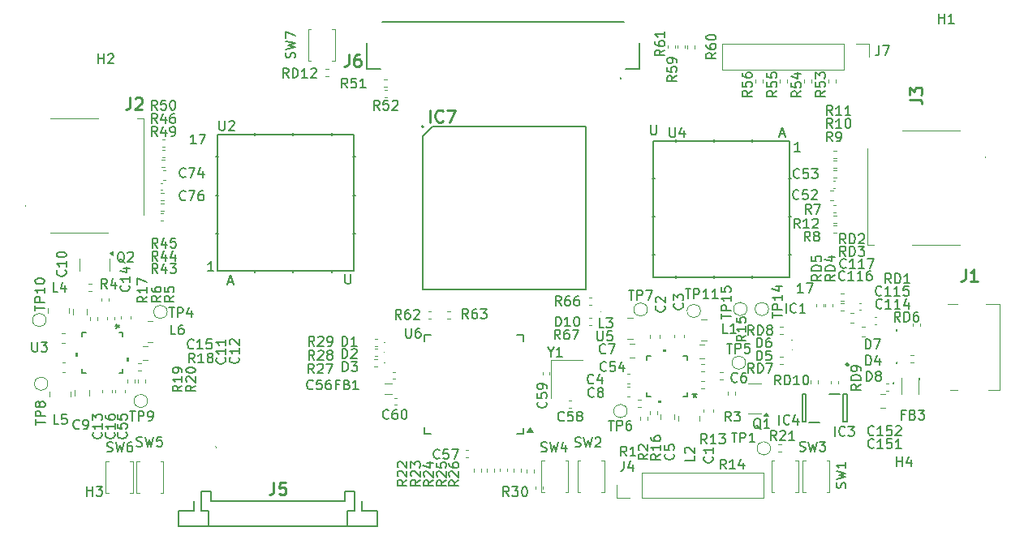
<source format=gbr>
%TF.GenerationSoftware,KiCad,Pcbnew,8.0.1*%
%TF.CreationDate,2025-01-10T22:18:19+05:00*%
%TF.ProjectId,BENE_DOUBLE_V1,42454e45-5f44-44f5-9542-4c455f56312e,rev?*%
%TF.SameCoordinates,Original*%
%TF.FileFunction,Legend,Top*%
%TF.FilePolarity,Positive*%
%FSLAX46Y46*%
G04 Gerber Fmt 4.6, Leading zero omitted, Abs format (unit mm)*
G04 Created by KiCad (PCBNEW 8.0.1) date 2025-01-10 22:18:19*
%MOMM*%
%LPD*%
G01*
G04 APERTURE LIST*
%ADD10C,0.150000*%
%ADD11C,0.254000*%
%ADD12C,0.250000*%
%ADD13C,0.120000*%
%ADD14C,0.200000*%
%ADD15C,0.100000*%
%ADD16C,0.152400*%
%ADD17C,0.000000*%
G04 APERTURE END LIST*
D10*
X71709523Y-94854819D02*
X71138095Y-94854819D01*
X71423809Y-94854819D02*
X71423809Y-93854819D01*
X71423809Y-93854819D02*
X71328571Y-93997676D01*
X71328571Y-93997676D02*
X71233333Y-94092914D01*
X71233333Y-94092914D02*
X71138095Y-94140533D01*
X72042857Y-93854819D02*
X72709523Y-93854819D01*
X72709523Y-93854819D02*
X72280952Y-94854819D01*
X133273810Y-112504819D02*
X133273810Y-111504819D01*
X134321428Y-112409580D02*
X134273809Y-112457200D01*
X134273809Y-112457200D02*
X134130952Y-112504819D01*
X134130952Y-112504819D02*
X134035714Y-112504819D01*
X134035714Y-112504819D02*
X133892857Y-112457200D01*
X133892857Y-112457200D02*
X133797619Y-112361961D01*
X133797619Y-112361961D02*
X133750000Y-112266723D01*
X133750000Y-112266723D02*
X133702381Y-112076247D01*
X133702381Y-112076247D02*
X133702381Y-111933390D01*
X133702381Y-111933390D02*
X133750000Y-111742914D01*
X133750000Y-111742914D02*
X133797619Y-111647676D01*
X133797619Y-111647676D02*
X133892857Y-111552438D01*
X133892857Y-111552438D02*
X134035714Y-111504819D01*
X134035714Y-111504819D02*
X134130952Y-111504819D01*
X134130952Y-111504819D02*
X134273809Y-111552438D01*
X134273809Y-111552438D02*
X134321428Y-111600057D01*
X135273809Y-112504819D02*
X134702381Y-112504819D01*
X134988095Y-112504819D02*
X134988095Y-111504819D01*
X134988095Y-111504819D02*
X134892857Y-111647676D01*
X134892857Y-111647676D02*
X134797619Y-111742914D01*
X134797619Y-111742914D02*
X134702381Y-111790533D01*
X96454819Y-129992857D02*
X95978628Y-130326190D01*
X96454819Y-130564285D02*
X95454819Y-130564285D01*
X95454819Y-130564285D02*
X95454819Y-130183333D01*
X95454819Y-130183333D02*
X95502438Y-130088095D01*
X95502438Y-130088095D02*
X95550057Y-130040476D01*
X95550057Y-130040476D02*
X95645295Y-129992857D01*
X95645295Y-129992857D02*
X95788152Y-129992857D01*
X95788152Y-129992857D02*
X95883390Y-130040476D01*
X95883390Y-130040476D02*
X95931009Y-130088095D01*
X95931009Y-130088095D02*
X95978628Y-130183333D01*
X95978628Y-130183333D02*
X95978628Y-130564285D01*
X95550057Y-129611904D02*
X95502438Y-129564285D01*
X95502438Y-129564285D02*
X95454819Y-129469047D01*
X95454819Y-129469047D02*
X95454819Y-129230952D01*
X95454819Y-129230952D02*
X95502438Y-129135714D01*
X95502438Y-129135714D02*
X95550057Y-129088095D01*
X95550057Y-129088095D02*
X95645295Y-129040476D01*
X95645295Y-129040476D02*
X95740533Y-129040476D01*
X95740533Y-129040476D02*
X95883390Y-129088095D01*
X95883390Y-129088095D02*
X96454819Y-129659523D01*
X96454819Y-129659523D02*
X96454819Y-129040476D01*
X95788152Y-128183333D02*
X96454819Y-128183333D01*
X95407200Y-128421428D02*
X96121485Y-128659523D01*
X96121485Y-128659523D02*
X96121485Y-128040476D01*
X93704819Y-129942857D02*
X93228628Y-130276190D01*
X93704819Y-130514285D02*
X92704819Y-130514285D01*
X92704819Y-130514285D02*
X92704819Y-130133333D01*
X92704819Y-130133333D02*
X92752438Y-130038095D01*
X92752438Y-130038095D02*
X92800057Y-129990476D01*
X92800057Y-129990476D02*
X92895295Y-129942857D01*
X92895295Y-129942857D02*
X93038152Y-129942857D01*
X93038152Y-129942857D02*
X93133390Y-129990476D01*
X93133390Y-129990476D02*
X93181009Y-130038095D01*
X93181009Y-130038095D02*
X93228628Y-130133333D01*
X93228628Y-130133333D02*
X93228628Y-130514285D01*
X92800057Y-129561904D02*
X92752438Y-129514285D01*
X92752438Y-129514285D02*
X92704819Y-129419047D01*
X92704819Y-129419047D02*
X92704819Y-129180952D01*
X92704819Y-129180952D02*
X92752438Y-129085714D01*
X92752438Y-129085714D02*
X92800057Y-129038095D01*
X92800057Y-129038095D02*
X92895295Y-128990476D01*
X92895295Y-128990476D02*
X92990533Y-128990476D01*
X92990533Y-128990476D02*
X93133390Y-129038095D01*
X93133390Y-129038095D02*
X93704819Y-129609523D01*
X93704819Y-129609523D02*
X93704819Y-128990476D01*
X92800057Y-128609523D02*
X92752438Y-128561904D01*
X92752438Y-128561904D02*
X92704819Y-128466666D01*
X92704819Y-128466666D02*
X92704819Y-128228571D01*
X92704819Y-128228571D02*
X92752438Y-128133333D01*
X92752438Y-128133333D02*
X92800057Y-128085714D01*
X92800057Y-128085714D02*
X92895295Y-128038095D01*
X92895295Y-128038095D02*
X92990533Y-128038095D01*
X92990533Y-128038095D02*
X93133390Y-128085714D01*
X93133390Y-128085714D02*
X93704819Y-128657142D01*
X93704819Y-128657142D02*
X93704819Y-128038095D01*
X67657142Y-94054819D02*
X67323809Y-93578628D01*
X67085714Y-94054819D02*
X67085714Y-93054819D01*
X67085714Y-93054819D02*
X67466666Y-93054819D01*
X67466666Y-93054819D02*
X67561904Y-93102438D01*
X67561904Y-93102438D02*
X67609523Y-93150057D01*
X67609523Y-93150057D02*
X67657142Y-93245295D01*
X67657142Y-93245295D02*
X67657142Y-93388152D01*
X67657142Y-93388152D02*
X67609523Y-93483390D01*
X67609523Y-93483390D02*
X67561904Y-93531009D01*
X67561904Y-93531009D02*
X67466666Y-93578628D01*
X67466666Y-93578628D02*
X67085714Y-93578628D01*
X68514285Y-93388152D02*
X68514285Y-94054819D01*
X68276190Y-93007200D02*
X68038095Y-93721485D01*
X68038095Y-93721485D02*
X68657142Y-93721485D01*
X69085714Y-94054819D02*
X69276190Y-94054819D01*
X69276190Y-94054819D02*
X69371428Y-94007200D01*
X69371428Y-94007200D02*
X69419047Y-93959580D01*
X69419047Y-93959580D02*
X69514285Y-93816723D01*
X69514285Y-93816723D02*
X69561904Y-93626247D01*
X69561904Y-93626247D02*
X69561904Y-93245295D01*
X69561904Y-93245295D02*
X69514285Y-93150057D01*
X69514285Y-93150057D02*
X69466666Y-93102438D01*
X69466666Y-93102438D02*
X69371428Y-93054819D01*
X69371428Y-93054819D02*
X69180952Y-93054819D01*
X69180952Y-93054819D02*
X69085714Y-93102438D01*
X69085714Y-93102438D02*
X69038095Y-93150057D01*
X69038095Y-93150057D02*
X68990476Y-93245295D01*
X68990476Y-93245295D02*
X68990476Y-93483390D01*
X68990476Y-93483390D02*
X69038095Y-93578628D01*
X69038095Y-93578628D02*
X69085714Y-93626247D01*
X69085714Y-93626247D02*
X69180952Y-93673866D01*
X69180952Y-93673866D02*
X69371428Y-93673866D01*
X69371428Y-93673866D02*
X69466666Y-93626247D01*
X69466666Y-93626247D02*
X69514285Y-93578628D01*
X69514285Y-93578628D02*
X69561904Y-93483390D01*
X60338095Y-131604819D02*
X60338095Y-130604819D01*
X60338095Y-131081009D02*
X60909523Y-131081009D01*
X60909523Y-131604819D02*
X60909523Y-130604819D01*
X61290476Y-130604819D02*
X61909523Y-130604819D01*
X61909523Y-130604819D02*
X61576190Y-130985771D01*
X61576190Y-130985771D02*
X61719047Y-130985771D01*
X61719047Y-130985771D02*
X61814285Y-131033390D01*
X61814285Y-131033390D02*
X61861904Y-131081009D01*
X61861904Y-131081009D02*
X61909523Y-131176247D01*
X61909523Y-131176247D02*
X61909523Y-131414342D01*
X61909523Y-131414342D02*
X61861904Y-131509580D01*
X61861904Y-131509580D02*
X61814285Y-131557200D01*
X61814285Y-131557200D02*
X61719047Y-131604819D01*
X61719047Y-131604819D02*
X61433333Y-131604819D01*
X61433333Y-131604819D02*
X61338095Y-131557200D01*
X61338095Y-131557200D02*
X61290476Y-131509580D01*
X61809580Y-124992857D02*
X61857200Y-125040476D01*
X61857200Y-125040476D02*
X61904819Y-125183333D01*
X61904819Y-125183333D02*
X61904819Y-125278571D01*
X61904819Y-125278571D02*
X61857200Y-125421428D01*
X61857200Y-125421428D02*
X61761961Y-125516666D01*
X61761961Y-125516666D02*
X61666723Y-125564285D01*
X61666723Y-125564285D02*
X61476247Y-125611904D01*
X61476247Y-125611904D02*
X61333390Y-125611904D01*
X61333390Y-125611904D02*
X61142914Y-125564285D01*
X61142914Y-125564285D02*
X61047676Y-125516666D01*
X61047676Y-125516666D02*
X60952438Y-125421428D01*
X60952438Y-125421428D02*
X60904819Y-125278571D01*
X60904819Y-125278571D02*
X60904819Y-125183333D01*
X60904819Y-125183333D02*
X60952438Y-125040476D01*
X60952438Y-125040476D02*
X61000057Y-124992857D01*
X61904819Y-124040476D02*
X61904819Y-124611904D01*
X61904819Y-124326190D02*
X60904819Y-124326190D01*
X60904819Y-124326190D02*
X61047676Y-124421428D01*
X61047676Y-124421428D02*
X61142914Y-124516666D01*
X61142914Y-124516666D02*
X61190533Y-124611904D01*
X60904819Y-123707142D02*
X60904819Y-123088095D01*
X60904819Y-123088095D02*
X61285771Y-123421428D01*
X61285771Y-123421428D02*
X61285771Y-123278571D01*
X61285771Y-123278571D02*
X61333390Y-123183333D01*
X61333390Y-123183333D02*
X61381009Y-123135714D01*
X61381009Y-123135714D02*
X61476247Y-123088095D01*
X61476247Y-123088095D02*
X61714342Y-123088095D01*
X61714342Y-123088095D02*
X61809580Y-123135714D01*
X61809580Y-123135714D02*
X61857200Y-123183333D01*
X61857200Y-123183333D02*
X61904819Y-123278571D01*
X61904819Y-123278571D02*
X61904819Y-123564285D01*
X61904819Y-123564285D02*
X61857200Y-123659523D01*
X61857200Y-123659523D02*
X61809580Y-123707142D01*
X134657142Y-98359580D02*
X134609523Y-98407200D01*
X134609523Y-98407200D02*
X134466666Y-98454819D01*
X134466666Y-98454819D02*
X134371428Y-98454819D01*
X134371428Y-98454819D02*
X134228571Y-98407200D01*
X134228571Y-98407200D02*
X134133333Y-98311961D01*
X134133333Y-98311961D02*
X134085714Y-98216723D01*
X134085714Y-98216723D02*
X134038095Y-98026247D01*
X134038095Y-98026247D02*
X134038095Y-97883390D01*
X134038095Y-97883390D02*
X134085714Y-97692914D01*
X134085714Y-97692914D02*
X134133333Y-97597676D01*
X134133333Y-97597676D02*
X134228571Y-97502438D01*
X134228571Y-97502438D02*
X134371428Y-97454819D01*
X134371428Y-97454819D02*
X134466666Y-97454819D01*
X134466666Y-97454819D02*
X134609523Y-97502438D01*
X134609523Y-97502438D02*
X134657142Y-97550057D01*
X135561904Y-97454819D02*
X135085714Y-97454819D01*
X135085714Y-97454819D02*
X135038095Y-97931009D01*
X135038095Y-97931009D02*
X135085714Y-97883390D01*
X135085714Y-97883390D02*
X135180952Y-97835771D01*
X135180952Y-97835771D02*
X135419047Y-97835771D01*
X135419047Y-97835771D02*
X135514285Y-97883390D01*
X135514285Y-97883390D02*
X135561904Y-97931009D01*
X135561904Y-97931009D02*
X135609523Y-98026247D01*
X135609523Y-98026247D02*
X135609523Y-98264342D01*
X135609523Y-98264342D02*
X135561904Y-98359580D01*
X135561904Y-98359580D02*
X135514285Y-98407200D01*
X135514285Y-98407200D02*
X135419047Y-98454819D01*
X135419047Y-98454819D02*
X135180952Y-98454819D01*
X135180952Y-98454819D02*
X135085714Y-98407200D01*
X135085714Y-98407200D02*
X135038095Y-98359580D01*
X135942857Y-97454819D02*
X136561904Y-97454819D01*
X136561904Y-97454819D02*
X136228571Y-97835771D01*
X136228571Y-97835771D02*
X136371428Y-97835771D01*
X136371428Y-97835771D02*
X136466666Y-97883390D01*
X136466666Y-97883390D02*
X136514285Y-97931009D01*
X136514285Y-97931009D02*
X136561904Y-98026247D01*
X136561904Y-98026247D02*
X136561904Y-98264342D01*
X136561904Y-98264342D02*
X136514285Y-98359580D01*
X136514285Y-98359580D02*
X136466666Y-98407200D01*
X136466666Y-98407200D02*
X136371428Y-98454819D01*
X136371428Y-98454819D02*
X136085714Y-98454819D01*
X136085714Y-98454819D02*
X135990476Y-98407200D01*
X135990476Y-98407200D02*
X135942857Y-98359580D01*
X64788095Y-122754819D02*
X65359523Y-122754819D01*
X65073809Y-123754819D02*
X65073809Y-122754819D01*
X65692857Y-123754819D02*
X65692857Y-122754819D01*
X65692857Y-122754819D02*
X66073809Y-122754819D01*
X66073809Y-122754819D02*
X66169047Y-122802438D01*
X66169047Y-122802438D02*
X66216666Y-122850057D01*
X66216666Y-122850057D02*
X66264285Y-122945295D01*
X66264285Y-122945295D02*
X66264285Y-123088152D01*
X66264285Y-123088152D02*
X66216666Y-123183390D01*
X66216666Y-123183390D02*
X66169047Y-123231009D01*
X66169047Y-123231009D02*
X66073809Y-123278628D01*
X66073809Y-123278628D02*
X65692857Y-123278628D01*
X66740476Y-123754819D02*
X66930952Y-123754819D01*
X66930952Y-123754819D02*
X67026190Y-123707200D01*
X67026190Y-123707200D02*
X67073809Y-123659580D01*
X67073809Y-123659580D02*
X67169047Y-123516723D01*
X67169047Y-123516723D02*
X67216666Y-123326247D01*
X67216666Y-123326247D02*
X67216666Y-122945295D01*
X67216666Y-122945295D02*
X67169047Y-122850057D01*
X67169047Y-122850057D02*
X67121428Y-122802438D01*
X67121428Y-122802438D02*
X67026190Y-122754819D01*
X67026190Y-122754819D02*
X66835714Y-122754819D01*
X66835714Y-122754819D02*
X66740476Y-122802438D01*
X66740476Y-122802438D02*
X66692857Y-122850057D01*
X66692857Y-122850057D02*
X66645238Y-122945295D01*
X66645238Y-122945295D02*
X66645238Y-123183390D01*
X66645238Y-123183390D02*
X66692857Y-123278628D01*
X66692857Y-123278628D02*
X66740476Y-123326247D01*
X66740476Y-123326247D02*
X66835714Y-123373866D01*
X66835714Y-123373866D02*
X67026190Y-123373866D01*
X67026190Y-123373866D02*
X67121428Y-123326247D01*
X67121428Y-123326247D02*
X67169047Y-123278628D01*
X67169047Y-123278628D02*
X67216666Y-123183390D01*
X135783333Y-105004819D02*
X135450000Y-104528628D01*
X135211905Y-105004819D02*
X135211905Y-104004819D01*
X135211905Y-104004819D02*
X135592857Y-104004819D01*
X135592857Y-104004819D02*
X135688095Y-104052438D01*
X135688095Y-104052438D02*
X135735714Y-104100057D01*
X135735714Y-104100057D02*
X135783333Y-104195295D01*
X135783333Y-104195295D02*
X135783333Y-104338152D01*
X135783333Y-104338152D02*
X135735714Y-104433390D01*
X135735714Y-104433390D02*
X135688095Y-104481009D01*
X135688095Y-104481009D02*
X135592857Y-104528628D01*
X135592857Y-104528628D02*
X135211905Y-104528628D01*
X136354762Y-104433390D02*
X136259524Y-104385771D01*
X136259524Y-104385771D02*
X136211905Y-104338152D01*
X136211905Y-104338152D02*
X136164286Y-104242914D01*
X136164286Y-104242914D02*
X136164286Y-104195295D01*
X136164286Y-104195295D02*
X136211905Y-104100057D01*
X136211905Y-104100057D02*
X136259524Y-104052438D01*
X136259524Y-104052438D02*
X136354762Y-104004819D01*
X136354762Y-104004819D02*
X136545238Y-104004819D01*
X136545238Y-104004819D02*
X136640476Y-104052438D01*
X136640476Y-104052438D02*
X136688095Y-104100057D01*
X136688095Y-104100057D02*
X136735714Y-104195295D01*
X136735714Y-104195295D02*
X136735714Y-104242914D01*
X136735714Y-104242914D02*
X136688095Y-104338152D01*
X136688095Y-104338152D02*
X136640476Y-104385771D01*
X136640476Y-104385771D02*
X136545238Y-104433390D01*
X136545238Y-104433390D02*
X136354762Y-104433390D01*
X136354762Y-104433390D02*
X136259524Y-104481009D01*
X136259524Y-104481009D02*
X136211905Y-104528628D01*
X136211905Y-104528628D02*
X136164286Y-104623866D01*
X136164286Y-104623866D02*
X136164286Y-104814342D01*
X136164286Y-104814342D02*
X136211905Y-104909580D01*
X136211905Y-104909580D02*
X136259524Y-104957200D01*
X136259524Y-104957200D02*
X136354762Y-105004819D01*
X136354762Y-105004819D02*
X136545238Y-105004819D01*
X136545238Y-105004819D02*
X136640476Y-104957200D01*
X136640476Y-104957200D02*
X136688095Y-104909580D01*
X136688095Y-104909580D02*
X136735714Y-104814342D01*
X136735714Y-104814342D02*
X136735714Y-104623866D01*
X136735714Y-104623866D02*
X136688095Y-104528628D01*
X136688095Y-104528628D02*
X136640476Y-104481009D01*
X136640476Y-104481009D02*
X136545238Y-104433390D01*
D11*
X151976667Y-107954318D02*
X151976667Y-108861461D01*
X151976667Y-108861461D02*
X151916190Y-109042889D01*
X151916190Y-109042889D02*
X151795238Y-109163842D01*
X151795238Y-109163842D02*
X151613809Y-109224318D01*
X151613809Y-109224318D02*
X151492857Y-109224318D01*
X153246667Y-109224318D02*
X152520952Y-109224318D01*
X152883809Y-109224318D02*
X152883809Y-107954318D01*
X152883809Y-107954318D02*
X152762857Y-108135746D01*
X152762857Y-108135746D02*
X152641905Y-108256699D01*
X152641905Y-108256699D02*
X152520952Y-108317175D01*
D10*
X84057142Y-115954819D02*
X83723809Y-115478628D01*
X83485714Y-115954819D02*
X83485714Y-114954819D01*
X83485714Y-114954819D02*
X83866666Y-114954819D01*
X83866666Y-114954819D02*
X83961904Y-115002438D01*
X83961904Y-115002438D02*
X84009523Y-115050057D01*
X84009523Y-115050057D02*
X84057142Y-115145295D01*
X84057142Y-115145295D02*
X84057142Y-115288152D01*
X84057142Y-115288152D02*
X84009523Y-115383390D01*
X84009523Y-115383390D02*
X83961904Y-115431009D01*
X83961904Y-115431009D02*
X83866666Y-115478628D01*
X83866666Y-115478628D02*
X83485714Y-115478628D01*
X84438095Y-115050057D02*
X84485714Y-115002438D01*
X84485714Y-115002438D02*
X84580952Y-114954819D01*
X84580952Y-114954819D02*
X84819047Y-114954819D01*
X84819047Y-114954819D02*
X84914285Y-115002438D01*
X84914285Y-115002438D02*
X84961904Y-115050057D01*
X84961904Y-115050057D02*
X85009523Y-115145295D01*
X85009523Y-115145295D02*
X85009523Y-115240533D01*
X85009523Y-115240533D02*
X84961904Y-115383390D01*
X84961904Y-115383390D02*
X84390476Y-115954819D01*
X84390476Y-115954819D02*
X85009523Y-115954819D01*
X85485714Y-115954819D02*
X85676190Y-115954819D01*
X85676190Y-115954819D02*
X85771428Y-115907200D01*
X85771428Y-115907200D02*
X85819047Y-115859580D01*
X85819047Y-115859580D02*
X85914285Y-115716723D01*
X85914285Y-115716723D02*
X85961904Y-115526247D01*
X85961904Y-115526247D02*
X85961904Y-115145295D01*
X85961904Y-115145295D02*
X85914285Y-115050057D01*
X85914285Y-115050057D02*
X85866666Y-115002438D01*
X85866666Y-115002438D02*
X85771428Y-114954819D01*
X85771428Y-114954819D02*
X85580952Y-114954819D01*
X85580952Y-114954819D02*
X85485714Y-115002438D01*
X85485714Y-115002438D02*
X85438095Y-115050057D01*
X85438095Y-115050057D02*
X85390476Y-115145295D01*
X85390476Y-115145295D02*
X85390476Y-115383390D01*
X85390476Y-115383390D02*
X85438095Y-115478628D01*
X85438095Y-115478628D02*
X85485714Y-115526247D01*
X85485714Y-115526247D02*
X85580952Y-115573866D01*
X85580952Y-115573866D02*
X85771428Y-115573866D01*
X85771428Y-115573866D02*
X85866666Y-115526247D01*
X85866666Y-115526247D02*
X85914285Y-115478628D01*
X85914285Y-115478628D02*
X85961904Y-115383390D01*
X127007142Y-128804819D02*
X126673809Y-128328628D01*
X126435714Y-128804819D02*
X126435714Y-127804819D01*
X126435714Y-127804819D02*
X126816666Y-127804819D01*
X126816666Y-127804819D02*
X126911904Y-127852438D01*
X126911904Y-127852438D02*
X126959523Y-127900057D01*
X126959523Y-127900057D02*
X127007142Y-127995295D01*
X127007142Y-127995295D02*
X127007142Y-128138152D01*
X127007142Y-128138152D02*
X126959523Y-128233390D01*
X126959523Y-128233390D02*
X126911904Y-128281009D01*
X126911904Y-128281009D02*
X126816666Y-128328628D01*
X126816666Y-128328628D02*
X126435714Y-128328628D01*
X127959523Y-128804819D02*
X127388095Y-128804819D01*
X127673809Y-128804819D02*
X127673809Y-127804819D01*
X127673809Y-127804819D02*
X127578571Y-127947676D01*
X127578571Y-127947676D02*
X127483333Y-128042914D01*
X127483333Y-128042914D02*
X127388095Y-128090533D01*
X128816666Y-128138152D02*
X128816666Y-128804819D01*
X128578571Y-127757200D02*
X128340476Y-128471485D01*
X128340476Y-128471485D02*
X128959523Y-128471485D01*
X138107142Y-91854819D02*
X137773809Y-91378628D01*
X137535714Y-91854819D02*
X137535714Y-90854819D01*
X137535714Y-90854819D02*
X137916666Y-90854819D01*
X137916666Y-90854819D02*
X138011904Y-90902438D01*
X138011904Y-90902438D02*
X138059523Y-90950057D01*
X138059523Y-90950057D02*
X138107142Y-91045295D01*
X138107142Y-91045295D02*
X138107142Y-91188152D01*
X138107142Y-91188152D02*
X138059523Y-91283390D01*
X138059523Y-91283390D02*
X138011904Y-91331009D01*
X138011904Y-91331009D02*
X137916666Y-91378628D01*
X137916666Y-91378628D02*
X137535714Y-91378628D01*
X139059523Y-91854819D02*
X138488095Y-91854819D01*
X138773809Y-91854819D02*
X138773809Y-90854819D01*
X138773809Y-90854819D02*
X138678571Y-90997676D01*
X138678571Y-90997676D02*
X138583333Y-91092914D01*
X138583333Y-91092914D02*
X138488095Y-91140533D01*
X140011904Y-91854819D02*
X139440476Y-91854819D01*
X139726190Y-91854819D02*
X139726190Y-90854819D01*
X139726190Y-90854819D02*
X139630952Y-90997676D01*
X139630952Y-90997676D02*
X139535714Y-91092914D01*
X139535714Y-91092914D02*
X139440476Y-91140533D01*
X137354819Y-89292857D02*
X136878628Y-89626190D01*
X137354819Y-89864285D02*
X136354819Y-89864285D01*
X136354819Y-89864285D02*
X136354819Y-89483333D01*
X136354819Y-89483333D02*
X136402438Y-89388095D01*
X136402438Y-89388095D02*
X136450057Y-89340476D01*
X136450057Y-89340476D02*
X136545295Y-89292857D01*
X136545295Y-89292857D02*
X136688152Y-89292857D01*
X136688152Y-89292857D02*
X136783390Y-89340476D01*
X136783390Y-89340476D02*
X136831009Y-89388095D01*
X136831009Y-89388095D02*
X136878628Y-89483333D01*
X136878628Y-89483333D02*
X136878628Y-89864285D01*
X136354819Y-88388095D02*
X136354819Y-88864285D01*
X136354819Y-88864285D02*
X136831009Y-88911904D01*
X136831009Y-88911904D02*
X136783390Y-88864285D01*
X136783390Y-88864285D02*
X136735771Y-88769047D01*
X136735771Y-88769047D02*
X136735771Y-88530952D01*
X136735771Y-88530952D02*
X136783390Y-88435714D01*
X136783390Y-88435714D02*
X136831009Y-88388095D01*
X136831009Y-88388095D02*
X136926247Y-88340476D01*
X136926247Y-88340476D02*
X137164342Y-88340476D01*
X137164342Y-88340476D02*
X137259580Y-88388095D01*
X137259580Y-88388095D02*
X137307200Y-88435714D01*
X137307200Y-88435714D02*
X137354819Y-88530952D01*
X137354819Y-88530952D02*
X137354819Y-88769047D01*
X137354819Y-88769047D02*
X137307200Y-88864285D01*
X137307200Y-88864285D02*
X137259580Y-88911904D01*
X136354819Y-88007142D02*
X136354819Y-87388095D01*
X136354819Y-87388095D02*
X136735771Y-87721428D01*
X136735771Y-87721428D02*
X136735771Y-87578571D01*
X136735771Y-87578571D02*
X136783390Y-87483333D01*
X136783390Y-87483333D02*
X136831009Y-87435714D01*
X136831009Y-87435714D02*
X136926247Y-87388095D01*
X136926247Y-87388095D02*
X137164342Y-87388095D01*
X137164342Y-87388095D02*
X137259580Y-87435714D01*
X137259580Y-87435714D02*
X137307200Y-87483333D01*
X137307200Y-87483333D02*
X137354819Y-87578571D01*
X137354819Y-87578571D02*
X137354819Y-87864285D01*
X137354819Y-87864285D02*
X137307200Y-87959523D01*
X137307200Y-87959523D02*
X137259580Y-88007142D01*
X130211905Y-117454819D02*
X130211905Y-116454819D01*
X130211905Y-116454819D02*
X130450000Y-116454819D01*
X130450000Y-116454819D02*
X130592857Y-116502438D01*
X130592857Y-116502438D02*
X130688095Y-116597676D01*
X130688095Y-116597676D02*
X130735714Y-116692914D01*
X130735714Y-116692914D02*
X130783333Y-116883390D01*
X130783333Y-116883390D02*
X130783333Y-117026247D01*
X130783333Y-117026247D02*
X130735714Y-117216723D01*
X130735714Y-117216723D02*
X130688095Y-117311961D01*
X130688095Y-117311961D02*
X130592857Y-117407200D01*
X130592857Y-117407200D02*
X130450000Y-117454819D01*
X130450000Y-117454819D02*
X130211905Y-117454819D01*
X131688095Y-116454819D02*
X131211905Y-116454819D01*
X131211905Y-116454819D02*
X131164286Y-116931009D01*
X131164286Y-116931009D02*
X131211905Y-116883390D01*
X131211905Y-116883390D02*
X131307143Y-116835771D01*
X131307143Y-116835771D02*
X131545238Y-116835771D01*
X131545238Y-116835771D02*
X131640476Y-116883390D01*
X131640476Y-116883390D02*
X131688095Y-116931009D01*
X131688095Y-116931009D02*
X131735714Y-117026247D01*
X131735714Y-117026247D02*
X131735714Y-117264342D01*
X131735714Y-117264342D02*
X131688095Y-117359580D01*
X131688095Y-117359580D02*
X131640476Y-117407200D01*
X131640476Y-117407200D02*
X131545238Y-117454819D01*
X131545238Y-117454819D02*
X131307143Y-117454819D01*
X131307143Y-117454819D02*
X131211905Y-117407200D01*
X131211905Y-117407200D02*
X131164286Y-117359580D01*
X84007142Y-118804819D02*
X83673809Y-118328628D01*
X83435714Y-118804819D02*
X83435714Y-117804819D01*
X83435714Y-117804819D02*
X83816666Y-117804819D01*
X83816666Y-117804819D02*
X83911904Y-117852438D01*
X83911904Y-117852438D02*
X83959523Y-117900057D01*
X83959523Y-117900057D02*
X84007142Y-117995295D01*
X84007142Y-117995295D02*
X84007142Y-118138152D01*
X84007142Y-118138152D02*
X83959523Y-118233390D01*
X83959523Y-118233390D02*
X83911904Y-118281009D01*
X83911904Y-118281009D02*
X83816666Y-118328628D01*
X83816666Y-118328628D02*
X83435714Y-118328628D01*
X84388095Y-117900057D02*
X84435714Y-117852438D01*
X84435714Y-117852438D02*
X84530952Y-117804819D01*
X84530952Y-117804819D02*
X84769047Y-117804819D01*
X84769047Y-117804819D02*
X84864285Y-117852438D01*
X84864285Y-117852438D02*
X84911904Y-117900057D01*
X84911904Y-117900057D02*
X84959523Y-117995295D01*
X84959523Y-117995295D02*
X84959523Y-118090533D01*
X84959523Y-118090533D02*
X84911904Y-118233390D01*
X84911904Y-118233390D02*
X84340476Y-118804819D01*
X84340476Y-118804819D02*
X84959523Y-118804819D01*
X85292857Y-117804819D02*
X85959523Y-117804819D01*
X85959523Y-117804819D02*
X85530952Y-118804819D01*
X67707142Y-107054819D02*
X67373809Y-106578628D01*
X67135714Y-107054819D02*
X67135714Y-106054819D01*
X67135714Y-106054819D02*
X67516666Y-106054819D01*
X67516666Y-106054819D02*
X67611904Y-106102438D01*
X67611904Y-106102438D02*
X67659523Y-106150057D01*
X67659523Y-106150057D02*
X67707142Y-106245295D01*
X67707142Y-106245295D02*
X67707142Y-106388152D01*
X67707142Y-106388152D02*
X67659523Y-106483390D01*
X67659523Y-106483390D02*
X67611904Y-106531009D01*
X67611904Y-106531009D02*
X67516666Y-106578628D01*
X67516666Y-106578628D02*
X67135714Y-106578628D01*
X68564285Y-106388152D02*
X68564285Y-107054819D01*
X68326190Y-106007200D02*
X68088095Y-106721485D01*
X68088095Y-106721485D02*
X68707142Y-106721485D01*
X69516666Y-106388152D02*
X69516666Y-107054819D01*
X69278571Y-106007200D02*
X69040476Y-106721485D01*
X69040476Y-106721485D02*
X69659523Y-106721485D01*
X142430952Y-126559580D02*
X142383333Y-126607200D01*
X142383333Y-126607200D02*
X142240476Y-126654819D01*
X142240476Y-126654819D02*
X142145238Y-126654819D01*
X142145238Y-126654819D02*
X142002381Y-126607200D01*
X142002381Y-126607200D02*
X141907143Y-126511961D01*
X141907143Y-126511961D02*
X141859524Y-126416723D01*
X141859524Y-126416723D02*
X141811905Y-126226247D01*
X141811905Y-126226247D02*
X141811905Y-126083390D01*
X141811905Y-126083390D02*
X141859524Y-125892914D01*
X141859524Y-125892914D02*
X141907143Y-125797676D01*
X141907143Y-125797676D02*
X142002381Y-125702438D01*
X142002381Y-125702438D02*
X142145238Y-125654819D01*
X142145238Y-125654819D02*
X142240476Y-125654819D01*
X142240476Y-125654819D02*
X142383333Y-125702438D01*
X142383333Y-125702438D02*
X142430952Y-125750057D01*
X143383333Y-126654819D02*
X142811905Y-126654819D01*
X143097619Y-126654819D02*
X143097619Y-125654819D01*
X143097619Y-125654819D02*
X143002381Y-125797676D01*
X143002381Y-125797676D02*
X142907143Y-125892914D01*
X142907143Y-125892914D02*
X142811905Y-125940533D01*
X144288095Y-125654819D02*
X143811905Y-125654819D01*
X143811905Y-125654819D02*
X143764286Y-126131009D01*
X143764286Y-126131009D02*
X143811905Y-126083390D01*
X143811905Y-126083390D02*
X143907143Y-126035771D01*
X143907143Y-126035771D02*
X144145238Y-126035771D01*
X144145238Y-126035771D02*
X144240476Y-126083390D01*
X144240476Y-126083390D02*
X144288095Y-126131009D01*
X144288095Y-126131009D02*
X144335714Y-126226247D01*
X144335714Y-126226247D02*
X144335714Y-126464342D01*
X144335714Y-126464342D02*
X144288095Y-126559580D01*
X144288095Y-126559580D02*
X144240476Y-126607200D01*
X144240476Y-126607200D02*
X144145238Y-126654819D01*
X144145238Y-126654819D02*
X143907143Y-126654819D01*
X143907143Y-126654819D02*
X143811905Y-126607200D01*
X143811905Y-126607200D02*
X143764286Y-126559580D01*
X145288095Y-126654819D02*
X144716667Y-126654819D01*
X145002381Y-126654819D02*
X145002381Y-125654819D01*
X145002381Y-125654819D02*
X144907143Y-125797676D01*
X144907143Y-125797676D02*
X144811905Y-125892914D01*
X144811905Y-125892914D02*
X144716667Y-125940533D01*
X125007142Y-126154819D02*
X124673809Y-125678628D01*
X124435714Y-126154819D02*
X124435714Y-125154819D01*
X124435714Y-125154819D02*
X124816666Y-125154819D01*
X124816666Y-125154819D02*
X124911904Y-125202438D01*
X124911904Y-125202438D02*
X124959523Y-125250057D01*
X124959523Y-125250057D02*
X125007142Y-125345295D01*
X125007142Y-125345295D02*
X125007142Y-125488152D01*
X125007142Y-125488152D02*
X124959523Y-125583390D01*
X124959523Y-125583390D02*
X124911904Y-125631009D01*
X124911904Y-125631009D02*
X124816666Y-125678628D01*
X124816666Y-125678628D02*
X124435714Y-125678628D01*
X125959523Y-126154819D02*
X125388095Y-126154819D01*
X125673809Y-126154819D02*
X125673809Y-125154819D01*
X125673809Y-125154819D02*
X125578571Y-125297676D01*
X125578571Y-125297676D02*
X125483333Y-125392914D01*
X125483333Y-125392914D02*
X125388095Y-125440533D01*
X126292857Y-125154819D02*
X126911904Y-125154819D01*
X126911904Y-125154819D02*
X126578571Y-125535771D01*
X126578571Y-125535771D02*
X126721428Y-125535771D01*
X126721428Y-125535771D02*
X126816666Y-125583390D01*
X126816666Y-125583390D02*
X126864285Y-125631009D01*
X126864285Y-125631009D02*
X126911904Y-125726247D01*
X126911904Y-125726247D02*
X126911904Y-125964342D01*
X126911904Y-125964342D02*
X126864285Y-126059580D01*
X126864285Y-126059580D02*
X126816666Y-126107200D01*
X126816666Y-126107200D02*
X126721428Y-126154819D01*
X126721428Y-126154819D02*
X126435714Y-126154819D01*
X126435714Y-126154819D02*
X126340476Y-126107200D01*
X126340476Y-126107200D02*
X126292857Y-126059580D01*
X114433333Y-116659580D02*
X114385714Y-116707200D01*
X114385714Y-116707200D02*
X114242857Y-116754819D01*
X114242857Y-116754819D02*
X114147619Y-116754819D01*
X114147619Y-116754819D02*
X114004762Y-116707200D01*
X114004762Y-116707200D02*
X113909524Y-116611961D01*
X113909524Y-116611961D02*
X113861905Y-116516723D01*
X113861905Y-116516723D02*
X113814286Y-116326247D01*
X113814286Y-116326247D02*
X113814286Y-116183390D01*
X113814286Y-116183390D02*
X113861905Y-115992914D01*
X113861905Y-115992914D02*
X113909524Y-115897676D01*
X113909524Y-115897676D02*
X114004762Y-115802438D01*
X114004762Y-115802438D02*
X114147619Y-115754819D01*
X114147619Y-115754819D02*
X114242857Y-115754819D01*
X114242857Y-115754819D02*
X114385714Y-115802438D01*
X114385714Y-115802438D02*
X114433333Y-115850057D01*
X114766667Y-115754819D02*
X115433333Y-115754819D01*
X115433333Y-115754819D02*
X115004762Y-116754819D01*
X66604819Y-110792857D02*
X66128628Y-111126190D01*
X66604819Y-111364285D02*
X65604819Y-111364285D01*
X65604819Y-111364285D02*
X65604819Y-110983333D01*
X65604819Y-110983333D02*
X65652438Y-110888095D01*
X65652438Y-110888095D02*
X65700057Y-110840476D01*
X65700057Y-110840476D02*
X65795295Y-110792857D01*
X65795295Y-110792857D02*
X65938152Y-110792857D01*
X65938152Y-110792857D02*
X66033390Y-110840476D01*
X66033390Y-110840476D02*
X66081009Y-110888095D01*
X66081009Y-110888095D02*
X66128628Y-110983333D01*
X66128628Y-110983333D02*
X66128628Y-111364285D01*
X66604819Y-109840476D02*
X66604819Y-110411904D01*
X66604819Y-110126190D02*
X65604819Y-110126190D01*
X65604819Y-110126190D02*
X65747676Y-110221428D01*
X65747676Y-110221428D02*
X65842914Y-110316666D01*
X65842914Y-110316666D02*
X65890533Y-110411904D01*
X65604819Y-109507142D02*
X65604819Y-108840476D01*
X65604819Y-108840476D02*
X66604819Y-109269047D01*
X127588095Y-125004819D02*
X128159523Y-125004819D01*
X127873809Y-126004819D02*
X127873809Y-125004819D01*
X128492857Y-126004819D02*
X128492857Y-125004819D01*
X128492857Y-125004819D02*
X128873809Y-125004819D01*
X128873809Y-125004819D02*
X128969047Y-125052438D01*
X128969047Y-125052438D02*
X129016666Y-125100057D01*
X129016666Y-125100057D02*
X129064285Y-125195295D01*
X129064285Y-125195295D02*
X129064285Y-125338152D01*
X129064285Y-125338152D02*
X129016666Y-125433390D01*
X129016666Y-125433390D02*
X128969047Y-125481009D01*
X128969047Y-125481009D02*
X128873809Y-125528628D01*
X128873809Y-125528628D02*
X128492857Y-125528628D01*
X130016666Y-126004819D02*
X129445238Y-126004819D01*
X129730952Y-126004819D02*
X129730952Y-125004819D01*
X129730952Y-125004819D02*
X129635714Y-125147676D01*
X129635714Y-125147676D02*
X129540476Y-125242914D01*
X129540476Y-125242914D02*
X129445238Y-125290533D01*
X113588095Y-114404819D02*
X113588095Y-115214342D01*
X113588095Y-115214342D02*
X113635714Y-115309580D01*
X113635714Y-115309580D02*
X113683333Y-115357200D01*
X113683333Y-115357200D02*
X113778571Y-115404819D01*
X113778571Y-115404819D02*
X113969047Y-115404819D01*
X113969047Y-115404819D02*
X114064285Y-115357200D01*
X114064285Y-115357200D02*
X114111904Y-115309580D01*
X114111904Y-115309580D02*
X114159523Y-115214342D01*
X114159523Y-115214342D02*
X114159523Y-114404819D01*
X115111904Y-114404819D02*
X114635714Y-114404819D01*
X114635714Y-114404819D02*
X114588095Y-114881009D01*
X114588095Y-114881009D02*
X114635714Y-114833390D01*
X114635714Y-114833390D02*
X114730952Y-114785771D01*
X114730952Y-114785771D02*
X114969047Y-114785771D01*
X114969047Y-114785771D02*
X115064285Y-114833390D01*
X115064285Y-114833390D02*
X115111904Y-114881009D01*
X115111904Y-114881009D02*
X115159523Y-114976247D01*
X115159523Y-114976247D02*
X115159523Y-115214342D01*
X115159523Y-115214342D02*
X115111904Y-115309580D01*
X115111904Y-115309580D02*
X115064285Y-115357200D01*
X115064285Y-115357200D02*
X114969047Y-115404819D01*
X114969047Y-115404819D02*
X114730952Y-115404819D01*
X114730952Y-115404819D02*
X114635714Y-115357200D01*
X114635714Y-115357200D02*
X114588095Y-115309580D01*
X123750000Y-120854819D02*
X123750000Y-121092914D01*
X123511905Y-120997676D02*
X123750000Y-121092914D01*
X123750000Y-121092914D02*
X123988095Y-120997676D01*
X123607143Y-121283390D02*
X123750000Y-121092914D01*
X123750000Y-121092914D02*
X123892857Y-121283390D01*
X123704819Y-127416666D02*
X123704819Y-127892856D01*
X123704819Y-127892856D02*
X122704819Y-127892856D01*
X122800057Y-127130951D02*
X122752438Y-127083332D01*
X122752438Y-127083332D02*
X122704819Y-126988094D01*
X122704819Y-126988094D02*
X122704819Y-126749999D01*
X122704819Y-126749999D02*
X122752438Y-126654761D01*
X122752438Y-126654761D02*
X122800057Y-126607142D01*
X122800057Y-126607142D02*
X122895295Y-126559523D01*
X122895295Y-126559523D02*
X122990533Y-126559523D01*
X122990533Y-126559523D02*
X123133390Y-126607142D01*
X123133390Y-126607142D02*
X123704819Y-127178570D01*
X123704819Y-127178570D02*
X123704819Y-126559523D01*
X91807142Y-123509580D02*
X91759523Y-123557200D01*
X91759523Y-123557200D02*
X91616666Y-123604819D01*
X91616666Y-123604819D02*
X91521428Y-123604819D01*
X91521428Y-123604819D02*
X91378571Y-123557200D01*
X91378571Y-123557200D02*
X91283333Y-123461961D01*
X91283333Y-123461961D02*
X91235714Y-123366723D01*
X91235714Y-123366723D02*
X91188095Y-123176247D01*
X91188095Y-123176247D02*
X91188095Y-123033390D01*
X91188095Y-123033390D02*
X91235714Y-122842914D01*
X91235714Y-122842914D02*
X91283333Y-122747676D01*
X91283333Y-122747676D02*
X91378571Y-122652438D01*
X91378571Y-122652438D02*
X91521428Y-122604819D01*
X91521428Y-122604819D02*
X91616666Y-122604819D01*
X91616666Y-122604819D02*
X91759523Y-122652438D01*
X91759523Y-122652438D02*
X91807142Y-122700057D01*
X92664285Y-122604819D02*
X92473809Y-122604819D01*
X92473809Y-122604819D02*
X92378571Y-122652438D01*
X92378571Y-122652438D02*
X92330952Y-122700057D01*
X92330952Y-122700057D02*
X92235714Y-122842914D01*
X92235714Y-122842914D02*
X92188095Y-123033390D01*
X92188095Y-123033390D02*
X92188095Y-123414342D01*
X92188095Y-123414342D02*
X92235714Y-123509580D01*
X92235714Y-123509580D02*
X92283333Y-123557200D01*
X92283333Y-123557200D02*
X92378571Y-123604819D01*
X92378571Y-123604819D02*
X92569047Y-123604819D01*
X92569047Y-123604819D02*
X92664285Y-123557200D01*
X92664285Y-123557200D02*
X92711904Y-123509580D01*
X92711904Y-123509580D02*
X92759523Y-123414342D01*
X92759523Y-123414342D02*
X92759523Y-123176247D01*
X92759523Y-123176247D02*
X92711904Y-123081009D01*
X92711904Y-123081009D02*
X92664285Y-123033390D01*
X92664285Y-123033390D02*
X92569047Y-122985771D01*
X92569047Y-122985771D02*
X92378571Y-122985771D01*
X92378571Y-122985771D02*
X92283333Y-123033390D01*
X92283333Y-123033390D02*
X92235714Y-123081009D01*
X92235714Y-123081009D02*
X92188095Y-123176247D01*
X93378571Y-122604819D02*
X93473809Y-122604819D01*
X93473809Y-122604819D02*
X93569047Y-122652438D01*
X93569047Y-122652438D02*
X93616666Y-122700057D01*
X93616666Y-122700057D02*
X93664285Y-122795295D01*
X93664285Y-122795295D02*
X93711904Y-122985771D01*
X93711904Y-122985771D02*
X93711904Y-123223866D01*
X93711904Y-123223866D02*
X93664285Y-123414342D01*
X93664285Y-123414342D02*
X93616666Y-123509580D01*
X93616666Y-123509580D02*
X93569047Y-123557200D01*
X93569047Y-123557200D02*
X93473809Y-123604819D01*
X93473809Y-123604819D02*
X93378571Y-123604819D01*
X93378571Y-123604819D02*
X93283333Y-123557200D01*
X93283333Y-123557200D02*
X93235714Y-123509580D01*
X93235714Y-123509580D02*
X93188095Y-123414342D01*
X93188095Y-123414342D02*
X93140476Y-123223866D01*
X93140476Y-123223866D02*
X93140476Y-122985771D01*
X93140476Y-122985771D02*
X93188095Y-122795295D01*
X93188095Y-122795295D02*
X93235714Y-122700057D01*
X93235714Y-122700057D02*
X93283333Y-122652438D01*
X93283333Y-122652438D02*
X93378571Y-122604819D01*
D11*
X96110237Y-92574318D02*
X96110237Y-91304318D01*
X97440714Y-92453365D02*
X97380238Y-92513842D01*
X97380238Y-92513842D02*
X97198809Y-92574318D01*
X97198809Y-92574318D02*
X97077857Y-92574318D01*
X97077857Y-92574318D02*
X96896428Y-92513842D01*
X96896428Y-92513842D02*
X96775476Y-92392889D01*
X96775476Y-92392889D02*
X96714999Y-92271937D01*
X96714999Y-92271937D02*
X96654523Y-92030032D01*
X96654523Y-92030032D02*
X96654523Y-91848603D01*
X96654523Y-91848603D02*
X96714999Y-91606699D01*
X96714999Y-91606699D02*
X96775476Y-91485746D01*
X96775476Y-91485746D02*
X96896428Y-91364794D01*
X96896428Y-91364794D02*
X97077857Y-91304318D01*
X97077857Y-91304318D02*
X97198809Y-91304318D01*
X97198809Y-91304318D02*
X97380238Y-91364794D01*
X97380238Y-91364794D02*
X97440714Y-91425270D01*
X97864047Y-91304318D02*
X98710714Y-91304318D01*
X98710714Y-91304318D02*
X98166428Y-92574318D01*
D10*
X97804819Y-129992857D02*
X97328628Y-130326190D01*
X97804819Y-130564285D02*
X96804819Y-130564285D01*
X96804819Y-130564285D02*
X96804819Y-130183333D01*
X96804819Y-130183333D02*
X96852438Y-130088095D01*
X96852438Y-130088095D02*
X96900057Y-130040476D01*
X96900057Y-130040476D02*
X96995295Y-129992857D01*
X96995295Y-129992857D02*
X97138152Y-129992857D01*
X97138152Y-129992857D02*
X97233390Y-130040476D01*
X97233390Y-130040476D02*
X97281009Y-130088095D01*
X97281009Y-130088095D02*
X97328628Y-130183333D01*
X97328628Y-130183333D02*
X97328628Y-130564285D01*
X96900057Y-129611904D02*
X96852438Y-129564285D01*
X96852438Y-129564285D02*
X96804819Y-129469047D01*
X96804819Y-129469047D02*
X96804819Y-129230952D01*
X96804819Y-129230952D02*
X96852438Y-129135714D01*
X96852438Y-129135714D02*
X96900057Y-129088095D01*
X96900057Y-129088095D02*
X96995295Y-129040476D01*
X96995295Y-129040476D02*
X97090533Y-129040476D01*
X97090533Y-129040476D02*
X97233390Y-129088095D01*
X97233390Y-129088095D02*
X97804819Y-129659523D01*
X97804819Y-129659523D02*
X97804819Y-129040476D01*
X96804819Y-128135714D02*
X96804819Y-128611904D01*
X96804819Y-128611904D02*
X97281009Y-128659523D01*
X97281009Y-128659523D02*
X97233390Y-128611904D01*
X97233390Y-128611904D02*
X97185771Y-128516666D01*
X97185771Y-128516666D02*
X97185771Y-128278571D01*
X97185771Y-128278571D02*
X97233390Y-128183333D01*
X97233390Y-128183333D02*
X97281009Y-128135714D01*
X97281009Y-128135714D02*
X97376247Y-128088095D01*
X97376247Y-128088095D02*
X97614342Y-128088095D01*
X97614342Y-128088095D02*
X97709580Y-128135714D01*
X97709580Y-128135714D02*
X97757200Y-128183333D01*
X97757200Y-128183333D02*
X97804819Y-128278571D01*
X97804819Y-128278571D02*
X97804819Y-128516666D01*
X97804819Y-128516666D02*
X97757200Y-128611904D01*
X97757200Y-128611904D02*
X97709580Y-128659523D01*
X113183333Y-119809580D02*
X113135714Y-119857200D01*
X113135714Y-119857200D02*
X112992857Y-119904819D01*
X112992857Y-119904819D02*
X112897619Y-119904819D01*
X112897619Y-119904819D02*
X112754762Y-119857200D01*
X112754762Y-119857200D02*
X112659524Y-119761961D01*
X112659524Y-119761961D02*
X112611905Y-119666723D01*
X112611905Y-119666723D02*
X112564286Y-119476247D01*
X112564286Y-119476247D02*
X112564286Y-119333390D01*
X112564286Y-119333390D02*
X112611905Y-119142914D01*
X112611905Y-119142914D02*
X112659524Y-119047676D01*
X112659524Y-119047676D02*
X112754762Y-118952438D01*
X112754762Y-118952438D02*
X112897619Y-118904819D01*
X112897619Y-118904819D02*
X112992857Y-118904819D01*
X112992857Y-118904819D02*
X113135714Y-118952438D01*
X113135714Y-118952438D02*
X113183333Y-119000057D01*
X114040476Y-119238152D02*
X114040476Y-119904819D01*
X113802381Y-118857200D02*
X113564286Y-119571485D01*
X113564286Y-119571485D02*
X114183333Y-119571485D01*
X116633333Y-127454819D02*
X116300000Y-126978628D01*
X116061905Y-127454819D02*
X116061905Y-126454819D01*
X116061905Y-126454819D02*
X116442857Y-126454819D01*
X116442857Y-126454819D02*
X116538095Y-126502438D01*
X116538095Y-126502438D02*
X116585714Y-126550057D01*
X116585714Y-126550057D02*
X116633333Y-126645295D01*
X116633333Y-126645295D02*
X116633333Y-126788152D01*
X116633333Y-126788152D02*
X116585714Y-126883390D01*
X116585714Y-126883390D02*
X116538095Y-126931009D01*
X116538095Y-126931009D02*
X116442857Y-126978628D01*
X116442857Y-126978628D02*
X116061905Y-126978628D01*
X117585714Y-127454819D02*
X117014286Y-127454819D01*
X117300000Y-127454819D02*
X117300000Y-126454819D01*
X117300000Y-126454819D02*
X117204762Y-126597676D01*
X117204762Y-126597676D02*
X117109524Y-126692914D01*
X117109524Y-126692914D02*
X117014286Y-126740533D01*
X95104819Y-129942857D02*
X94628628Y-130276190D01*
X95104819Y-130514285D02*
X94104819Y-130514285D01*
X94104819Y-130514285D02*
X94104819Y-130133333D01*
X94104819Y-130133333D02*
X94152438Y-130038095D01*
X94152438Y-130038095D02*
X94200057Y-129990476D01*
X94200057Y-129990476D02*
X94295295Y-129942857D01*
X94295295Y-129942857D02*
X94438152Y-129942857D01*
X94438152Y-129942857D02*
X94533390Y-129990476D01*
X94533390Y-129990476D02*
X94581009Y-130038095D01*
X94581009Y-130038095D02*
X94628628Y-130133333D01*
X94628628Y-130133333D02*
X94628628Y-130514285D01*
X94200057Y-129561904D02*
X94152438Y-129514285D01*
X94152438Y-129514285D02*
X94104819Y-129419047D01*
X94104819Y-129419047D02*
X94104819Y-129180952D01*
X94104819Y-129180952D02*
X94152438Y-129085714D01*
X94152438Y-129085714D02*
X94200057Y-129038095D01*
X94200057Y-129038095D02*
X94295295Y-128990476D01*
X94295295Y-128990476D02*
X94390533Y-128990476D01*
X94390533Y-128990476D02*
X94533390Y-129038095D01*
X94533390Y-129038095D02*
X95104819Y-129609523D01*
X95104819Y-129609523D02*
X95104819Y-128990476D01*
X94104819Y-128657142D02*
X94104819Y-128038095D01*
X94104819Y-128038095D02*
X94485771Y-128371428D01*
X94485771Y-128371428D02*
X94485771Y-128228571D01*
X94485771Y-128228571D02*
X94533390Y-128133333D01*
X94533390Y-128133333D02*
X94581009Y-128085714D01*
X94581009Y-128085714D02*
X94676247Y-128038095D01*
X94676247Y-128038095D02*
X94914342Y-128038095D01*
X94914342Y-128038095D02*
X95009580Y-128085714D01*
X95009580Y-128085714D02*
X95057200Y-128133333D01*
X95057200Y-128133333D02*
X95104819Y-128228571D01*
X95104819Y-128228571D02*
X95104819Y-128514285D01*
X95104819Y-128514285D02*
X95057200Y-128609523D01*
X95057200Y-128609523D02*
X95009580Y-128657142D01*
X107716667Y-126957200D02*
X107859524Y-127004819D01*
X107859524Y-127004819D02*
X108097619Y-127004819D01*
X108097619Y-127004819D02*
X108192857Y-126957200D01*
X108192857Y-126957200D02*
X108240476Y-126909580D01*
X108240476Y-126909580D02*
X108288095Y-126814342D01*
X108288095Y-126814342D02*
X108288095Y-126719104D01*
X108288095Y-126719104D02*
X108240476Y-126623866D01*
X108240476Y-126623866D02*
X108192857Y-126576247D01*
X108192857Y-126576247D02*
X108097619Y-126528628D01*
X108097619Y-126528628D02*
X107907143Y-126481009D01*
X107907143Y-126481009D02*
X107811905Y-126433390D01*
X107811905Y-126433390D02*
X107764286Y-126385771D01*
X107764286Y-126385771D02*
X107716667Y-126290533D01*
X107716667Y-126290533D02*
X107716667Y-126195295D01*
X107716667Y-126195295D02*
X107764286Y-126100057D01*
X107764286Y-126100057D02*
X107811905Y-126052438D01*
X107811905Y-126052438D02*
X107907143Y-126004819D01*
X107907143Y-126004819D02*
X108145238Y-126004819D01*
X108145238Y-126004819D02*
X108288095Y-126052438D01*
X108621429Y-126004819D02*
X108859524Y-127004819D01*
X108859524Y-127004819D02*
X109050000Y-126290533D01*
X109050000Y-126290533D02*
X109240476Y-127004819D01*
X109240476Y-127004819D02*
X109478572Y-126004819D01*
X110288095Y-126338152D02*
X110288095Y-127004819D01*
X110050000Y-125957200D02*
X109811905Y-126671485D01*
X109811905Y-126671485D02*
X110430952Y-126671485D01*
X69583333Y-114754819D02*
X69107143Y-114754819D01*
X69107143Y-114754819D02*
X69107143Y-113754819D01*
X70345238Y-113754819D02*
X70154762Y-113754819D01*
X70154762Y-113754819D02*
X70059524Y-113802438D01*
X70059524Y-113802438D02*
X70011905Y-113850057D01*
X70011905Y-113850057D02*
X69916667Y-113992914D01*
X69916667Y-113992914D02*
X69869048Y-114183390D01*
X69869048Y-114183390D02*
X69869048Y-114564342D01*
X69869048Y-114564342D02*
X69916667Y-114659580D01*
X69916667Y-114659580D02*
X69964286Y-114707200D01*
X69964286Y-114707200D02*
X70059524Y-114754819D01*
X70059524Y-114754819D02*
X70250000Y-114754819D01*
X70250000Y-114754819D02*
X70345238Y-114707200D01*
X70345238Y-114707200D02*
X70392857Y-114659580D01*
X70392857Y-114659580D02*
X70440476Y-114564342D01*
X70440476Y-114564342D02*
X70440476Y-114326247D01*
X70440476Y-114326247D02*
X70392857Y-114231009D01*
X70392857Y-114231009D02*
X70345238Y-114183390D01*
X70345238Y-114183390D02*
X70250000Y-114135771D01*
X70250000Y-114135771D02*
X70059524Y-114135771D01*
X70059524Y-114135771D02*
X69964286Y-114183390D01*
X69964286Y-114183390D02*
X69916667Y-114231009D01*
X69916667Y-114231009D02*
X69869048Y-114326247D01*
X109807142Y-111754819D02*
X109473809Y-111278628D01*
X109235714Y-111754819D02*
X109235714Y-110754819D01*
X109235714Y-110754819D02*
X109616666Y-110754819D01*
X109616666Y-110754819D02*
X109711904Y-110802438D01*
X109711904Y-110802438D02*
X109759523Y-110850057D01*
X109759523Y-110850057D02*
X109807142Y-110945295D01*
X109807142Y-110945295D02*
X109807142Y-111088152D01*
X109807142Y-111088152D02*
X109759523Y-111183390D01*
X109759523Y-111183390D02*
X109711904Y-111231009D01*
X109711904Y-111231009D02*
X109616666Y-111278628D01*
X109616666Y-111278628D02*
X109235714Y-111278628D01*
X110664285Y-110754819D02*
X110473809Y-110754819D01*
X110473809Y-110754819D02*
X110378571Y-110802438D01*
X110378571Y-110802438D02*
X110330952Y-110850057D01*
X110330952Y-110850057D02*
X110235714Y-110992914D01*
X110235714Y-110992914D02*
X110188095Y-111183390D01*
X110188095Y-111183390D02*
X110188095Y-111564342D01*
X110188095Y-111564342D02*
X110235714Y-111659580D01*
X110235714Y-111659580D02*
X110283333Y-111707200D01*
X110283333Y-111707200D02*
X110378571Y-111754819D01*
X110378571Y-111754819D02*
X110569047Y-111754819D01*
X110569047Y-111754819D02*
X110664285Y-111707200D01*
X110664285Y-111707200D02*
X110711904Y-111659580D01*
X110711904Y-111659580D02*
X110759523Y-111564342D01*
X110759523Y-111564342D02*
X110759523Y-111326247D01*
X110759523Y-111326247D02*
X110711904Y-111231009D01*
X110711904Y-111231009D02*
X110664285Y-111183390D01*
X110664285Y-111183390D02*
X110569047Y-111135771D01*
X110569047Y-111135771D02*
X110378571Y-111135771D01*
X110378571Y-111135771D02*
X110283333Y-111183390D01*
X110283333Y-111183390D02*
X110235714Y-111231009D01*
X110235714Y-111231009D02*
X110188095Y-111326247D01*
X111616666Y-110754819D02*
X111426190Y-110754819D01*
X111426190Y-110754819D02*
X111330952Y-110802438D01*
X111330952Y-110802438D02*
X111283333Y-110850057D01*
X111283333Y-110850057D02*
X111188095Y-110992914D01*
X111188095Y-110992914D02*
X111140476Y-111183390D01*
X111140476Y-111183390D02*
X111140476Y-111564342D01*
X111140476Y-111564342D02*
X111188095Y-111659580D01*
X111188095Y-111659580D02*
X111235714Y-111707200D01*
X111235714Y-111707200D02*
X111330952Y-111754819D01*
X111330952Y-111754819D02*
X111521428Y-111754819D01*
X111521428Y-111754819D02*
X111616666Y-111707200D01*
X111616666Y-111707200D02*
X111664285Y-111659580D01*
X111664285Y-111659580D02*
X111711904Y-111564342D01*
X111711904Y-111564342D02*
X111711904Y-111326247D01*
X111711904Y-111326247D02*
X111664285Y-111231009D01*
X111664285Y-111231009D02*
X111616666Y-111183390D01*
X111616666Y-111183390D02*
X111521428Y-111135771D01*
X111521428Y-111135771D02*
X111330952Y-111135771D01*
X111330952Y-111135771D02*
X111235714Y-111183390D01*
X111235714Y-111183390D02*
X111188095Y-111231009D01*
X111188095Y-111231009D02*
X111140476Y-111326247D01*
X118854819Y-127216666D02*
X118378628Y-127549999D01*
X118854819Y-127788094D02*
X117854819Y-127788094D01*
X117854819Y-127788094D02*
X117854819Y-127407142D01*
X117854819Y-127407142D02*
X117902438Y-127311904D01*
X117902438Y-127311904D02*
X117950057Y-127264285D01*
X117950057Y-127264285D02*
X118045295Y-127216666D01*
X118045295Y-127216666D02*
X118188152Y-127216666D01*
X118188152Y-127216666D02*
X118283390Y-127264285D01*
X118283390Y-127264285D02*
X118331009Y-127311904D01*
X118331009Y-127311904D02*
X118378628Y-127407142D01*
X118378628Y-127407142D02*
X118378628Y-127788094D01*
X117950057Y-126835713D02*
X117902438Y-126788094D01*
X117902438Y-126788094D02*
X117854819Y-126692856D01*
X117854819Y-126692856D02*
X117854819Y-126454761D01*
X117854819Y-126454761D02*
X117902438Y-126359523D01*
X117902438Y-126359523D02*
X117950057Y-126311904D01*
X117950057Y-126311904D02*
X118045295Y-126264285D01*
X118045295Y-126264285D02*
X118140533Y-126264285D01*
X118140533Y-126264285D02*
X118283390Y-126311904D01*
X118283390Y-126311904D02*
X118854819Y-126883332D01*
X118854819Y-126883332D02*
X118854819Y-126264285D01*
X67707142Y-108354819D02*
X67373809Y-107878628D01*
X67135714Y-108354819D02*
X67135714Y-107354819D01*
X67135714Y-107354819D02*
X67516666Y-107354819D01*
X67516666Y-107354819D02*
X67611904Y-107402438D01*
X67611904Y-107402438D02*
X67659523Y-107450057D01*
X67659523Y-107450057D02*
X67707142Y-107545295D01*
X67707142Y-107545295D02*
X67707142Y-107688152D01*
X67707142Y-107688152D02*
X67659523Y-107783390D01*
X67659523Y-107783390D02*
X67611904Y-107831009D01*
X67611904Y-107831009D02*
X67516666Y-107878628D01*
X67516666Y-107878628D02*
X67135714Y-107878628D01*
X68564285Y-107688152D02*
X68564285Y-108354819D01*
X68326190Y-107307200D02*
X68088095Y-108021485D01*
X68088095Y-108021485D02*
X68707142Y-108021485D01*
X68992857Y-107354819D02*
X69611904Y-107354819D01*
X69611904Y-107354819D02*
X69278571Y-107735771D01*
X69278571Y-107735771D02*
X69421428Y-107735771D01*
X69421428Y-107735771D02*
X69516666Y-107783390D01*
X69516666Y-107783390D02*
X69564285Y-107831009D01*
X69564285Y-107831009D02*
X69611904Y-107926247D01*
X69611904Y-107926247D02*
X69611904Y-108164342D01*
X69611904Y-108164342D02*
X69564285Y-108259580D01*
X69564285Y-108259580D02*
X69516666Y-108307200D01*
X69516666Y-108307200D02*
X69421428Y-108354819D01*
X69421428Y-108354819D02*
X69135714Y-108354819D01*
X69135714Y-108354819D02*
X69040476Y-108307200D01*
X69040476Y-108307200D02*
X68992857Y-108259580D01*
X139530952Y-107759580D02*
X139483333Y-107807200D01*
X139483333Y-107807200D02*
X139340476Y-107854819D01*
X139340476Y-107854819D02*
X139245238Y-107854819D01*
X139245238Y-107854819D02*
X139102381Y-107807200D01*
X139102381Y-107807200D02*
X139007143Y-107711961D01*
X139007143Y-107711961D02*
X138959524Y-107616723D01*
X138959524Y-107616723D02*
X138911905Y-107426247D01*
X138911905Y-107426247D02*
X138911905Y-107283390D01*
X138911905Y-107283390D02*
X138959524Y-107092914D01*
X138959524Y-107092914D02*
X139007143Y-106997676D01*
X139007143Y-106997676D02*
X139102381Y-106902438D01*
X139102381Y-106902438D02*
X139245238Y-106854819D01*
X139245238Y-106854819D02*
X139340476Y-106854819D01*
X139340476Y-106854819D02*
X139483333Y-106902438D01*
X139483333Y-106902438D02*
X139530952Y-106950057D01*
X140483333Y-107854819D02*
X139911905Y-107854819D01*
X140197619Y-107854819D02*
X140197619Y-106854819D01*
X140197619Y-106854819D02*
X140102381Y-106997676D01*
X140102381Y-106997676D02*
X140007143Y-107092914D01*
X140007143Y-107092914D02*
X139911905Y-107140533D01*
X141435714Y-107854819D02*
X140864286Y-107854819D01*
X141150000Y-107854819D02*
X141150000Y-106854819D01*
X141150000Y-106854819D02*
X141054762Y-106997676D01*
X141054762Y-106997676D02*
X140959524Y-107092914D01*
X140959524Y-107092914D02*
X140864286Y-107140533D01*
X141769048Y-106854819D02*
X142435714Y-106854819D01*
X142435714Y-106854819D02*
X142007143Y-107854819D01*
X114507142Y-118509580D02*
X114459523Y-118557200D01*
X114459523Y-118557200D02*
X114316666Y-118604819D01*
X114316666Y-118604819D02*
X114221428Y-118604819D01*
X114221428Y-118604819D02*
X114078571Y-118557200D01*
X114078571Y-118557200D02*
X113983333Y-118461961D01*
X113983333Y-118461961D02*
X113935714Y-118366723D01*
X113935714Y-118366723D02*
X113888095Y-118176247D01*
X113888095Y-118176247D02*
X113888095Y-118033390D01*
X113888095Y-118033390D02*
X113935714Y-117842914D01*
X113935714Y-117842914D02*
X113983333Y-117747676D01*
X113983333Y-117747676D02*
X114078571Y-117652438D01*
X114078571Y-117652438D02*
X114221428Y-117604819D01*
X114221428Y-117604819D02*
X114316666Y-117604819D01*
X114316666Y-117604819D02*
X114459523Y-117652438D01*
X114459523Y-117652438D02*
X114507142Y-117700057D01*
X115411904Y-117604819D02*
X114935714Y-117604819D01*
X114935714Y-117604819D02*
X114888095Y-118081009D01*
X114888095Y-118081009D02*
X114935714Y-118033390D01*
X114935714Y-118033390D02*
X115030952Y-117985771D01*
X115030952Y-117985771D02*
X115269047Y-117985771D01*
X115269047Y-117985771D02*
X115364285Y-118033390D01*
X115364285Y-118033390D02*
X115411904Y-118081009D01*
X115411904Y-118081009D02*
X115459523Y-118176247D01*
X115459523Y-118176247D02*
X115459523Y-118414342D01*
X115459523Y-118414342D02*
X115411904Y-118509580D01*
X115411904Y-118509580D02*
X115364285Y-118557200D01*
X115364285Y-118557200D02*
X115269047Y-118604819D01*
X115269047Y-118604819D02*
X115030952Y-118604819D01*
X115030952Y-118604819D02*
X114935714Y-118557200D01*
X114935714Y-118557200D02*
X114888095Y-118509580D01*
X116316666Y-117938152D02*
X116316666Y-118604819D01*
X116078571Y-117557200D02*
X115840476Y-118271485D01*
X115840476Y-118271485D02*
X116459523Y-118271485D01*
X83907142Y-120409580D02*
X83859523Y-120457200D01*
X83859523Y-120457200D02*
X83716666Y-120504819D01*
X83716666Y-120504819D02*
X83621428Y-120504819D01*
X83621428Y-120504819D02*
X83478571Y-120457200D01*
X83478571Y-120457200D02*
X83383333Y-120361961D01*
X83383333Y-120361961D02*
X83335714Y-120266723D01*
X83335714Y-120266723D02*
X83288095Y-120076247D01*
X83288095Y-120076247D02*
X83288095Y-119933390D01*
X83288095Y-119933390D02*
X83335714Y-119742914D01*
X83335714Y-119742914D02*
X83383333Y-119647676D01*
X83383333Y-119647676D02*
X83478571Y-119552438D01*
X83478571Y-119552438D02*
X83621428Y-119504819D01*
X83621428Y-119504819D02*
X83716666Y-119504819D01*
X83716666Y-119504819D02*
X83859523Y-119552438D01*
X83859523Y-119552438D02*
X83907142Y-119600057D01*
X84811904Y-119504819D02*
X84335714Y-119504819D01*
X84335714Y-119504819D02*
X84288095Y-119981009D01*
X84288095Y-119981009D02*
X84335714Y-119933390D01*
X84335714Y-119933390D02*
X84430952Y-119885771D01*
X84430952Y-119885771D02*
X84669047Y-119885771D01*
X84669047Y-119885771D02*
X84764285Y-119933390D01*
X84764285Y-119933390D02*
X84811904Y-119981009D01*
X84811904Y-119981009D02*
X84859523Y-120076247D01*
X84859523Y-120076247D02*
X84859523Y-120314342D01*
X84859523Y-120314342D02*
X84811904Y-120409580D01*
X84811904Y-120409580D02*
X84764285Y-120457200D01*
X84764285Y-120457200D02*
X84669047Y-120504819D01*
X84669047Y-120504819D02*
X84430952Y-120504819D01*
X84430952Y-120504819D02*
X84335714Y-120457200D01*
X84335714Y-120457200D02*
X84288095Y-120409580D01*
X85716666Y-119504819D02*
X85526190Y-119504819D01*
X85526190Y-119504819D02*
X85430952Y-119552438D01*
X85430952Y-119552438D02*
X85383333Y-119600057D01*
X85383333Y-119600057D02*
X85288095Y-119742914D01*
X85288095Y-119742914D02*
X85240476Y-119933390D01*
X85240476Y-119933390D02*
X85240476Y-120314342D01*
X85240476Y-120314342D02*
X85288095Y-120409580D01*
X85288095Y-120409580D02*
X85335714Y-120457200D01*
X85335714Y-120457200D02*
X85430952Y-120504819D01*
X85430952Y-120504819D02*
X85621428Y-120504819D01*
X85621428Y-120504819D02*
X85716666Y-120457200D01*
X85716666Y-120457200D02*
X85764285Y-120409580D01*
X85764285Y-120409580D02*
X85811904Y-120314342D01*
X85811904Y-120314342D02*
X85811904Y-120076247D01*
X85811904Y-120076247D02*
X85764285Y-119981009D01*
X85764285Y-119981009D02*
X85716666Y-119933390D01*
X85716666Y-119933390D02*
X85621428Y-119885771D01*
X85621428Y-119885771D02*
X85430952Y-119885771D01*
X85430952Y-119885771D02*
X85335714Y-119933390D01*
X85335714Y-119933390D02*
X85288095Y-119981009D01*
X85288095Y-119981009D02*
X85240476Y-120076247D01*
X86961905Y-117254819D02*
X86961905Y-116254819D01*
X86961905Y-116254819D02*
X87200000Y-116254819D01*
X87200000Y-116254819D02*
X87342857Y-116302438D01*
X87342857Y-116302438D02*
X87438095Y-116397676D01*
X87438095Y-116397676D02*
X87485714Y-116492914D01*
X87485714Y-116492914D02*
X87533333Y-116683390D01*
X87533333Y-116683390D02*
X87533333Y-116826247D01*
X87533333Y-116826247D02*
X87485714Y-117016723D01*
X87485714Y-117016723D02*
X87438095Y-117111961D01*
X87438095Y-117111961D02*
X87342857Y-117207200D01*
X87342857Y-117207200D02*
X87200000Y-117254819D01*
X87200000Y-117254819D02*
X86961905Y-117254819D01*
X87914286Y-116350057D02*
X87961905Y-116302438D01*
X87961905Y-116302438D02*
X88057143Y-116254819D01*
X88057143Y-116254819D02*
X88295238Y-116254819D01*
X88295238Y-116254819D02*
X88390476Y-116302438D01*
X88390476Y-116302438D02*
X88438095Y-116350057D01*
X88438095Y-116350057D02*
X88485714Y-116445295D01*
X88485714Y-116445295D02*
X88485714Y-116540533D01*
X88485714Y-116540533D02*
X88438095Y-116683390D01*
X88438095Y-116683390D02*
X87866667Y-117254819D01*
X87866667Y-117254819D02*
X88485714Y-117254819D01*
X120604819Y-85042857D02*
X120128628Y-85376190D01*
X120604819Y-85614285D02*
X119604819Y-85614285D01*
X119604819Y-85614285D02*
X119604819Y-85233333D01*
X119604819Y-85233333D02*
X119652438Y-85138095D01*
X119652438Y-85138095D02*
X119700057Y-85090476D01*
X119700057Y-85090476D02*
X119795295Y-85042857D01*
X119795295Y-85042857D02*
X119938152Y-85042857D01*
X119938152Y-85042857D02*
X120033390Y-85090476D01*
X120033390Y-85090476D02*
X120081009Y-85138095D01*
X120081009Y-85138095D02*
X120128628Y-85233333D01*
X120128628Y-85233333D02*
X120128628Y-85614285D01*
X119604819Y-84185714D02*
X119604819Y-84376190D01*
X119604819Y-84376190D02*
X119652438Y-84471428D01*
X119652438Y-84471428D02*
X119700057Y-84519047D01*
X119700057Y-84519047D02*
X119842914Y-84614285D01*
X119842914Y-84614285D02*
X120033390Y-84661904D01*
X120033390Y-84661904D02*
X120414342Y-84661904D01*
X120414342Y-84661904D02*
X120509580Y-84614285D01*
X120509580Y-84614285D02*
X120557200Y-84566666D01*
X120557200Y-84566666D02*
X120604819Y-84471428D01*
X120604819Y-84471428D02*
X120604819Y-84280952D01*
X120604819Y-84280952D02*
X120557200Y-84185714D01*
X120557200Y-84185714D02*
X120509580Y-84138095D01*
X120509580Y-84138095D02*
X120414342Y-84090476D01*
X120414342Y-84090476D02*
X120176247Y-84090476D01*
X120176247Y-84090476D02*
X120081009Y-84138095D01*
X120081009Y-84138095D02*
X120033390Y-84185714D01*
X120033390Y-84185714D02*
X119985771Y-84280952D01*
X119985771Y-84280952D02*
X119985771Y-84471428D01*
X119985771Y-84471428D02*
X120033390Y-84566666D01*
X120033390Y-84566666D02*
X120081009Y-84614285D01*
X120081009Y-84614285D02*
X120176247Y-84661904D01*
X120604819Y-83138095D02*
X120604819Y-83709523D01*
X120604819Y-83423809D02*
X119604819Y-83423809D01*
X119604819Y-83423809D02*
X119747676Y-83519047D01*
X119747676Y-83519047D02*
X119842914Y-83614285D01*
X119842914Y-83614285D02*
X119890533Y-83709523D01*
X131854819Y-113038094D02*
X131854819Y-112466666D01*
X132854819Y-112752380D02*
X131854819Y-112752380D01*
X132854819Y-112133332D02*
X131854819Y-112133332D01*
X131854819Y-112133332D02*
X131854819Y-111752380D01*
X131854819Y-111752380D02*
X131902438Y-111657142D01*
X131902438Y-111657142D02*
X131950057Y-111609523D01*
X131950057Y-111609523D02*
X132045295Y-111561904D01*
X132045295Y-111561904D02*
X132188152Y-111561904D01*
X132188152Y-111561904D02*
X132283390Y-111609523D01*
X132283390Y-111609523D02*
X132331009Y-111657142D01*
X132331009Y-111657142D02*
X132378628Y-111752380D01*
X132378628Y-111752380D02*
X132378628Y-112133332D01*
X132854819Y-110609523D02*
X132854819Y-111180951D01*
X132854819Y-110895237D02*
X131854819Y-110895237D01*
X131854819Y-110895237D02*
X131997676Y-110990475D01*
X131997676Y-110990475D02*
X132092914Y-111085713D01*
X132092914Y-111085713D02*
X132140533Y-111180951D01*
X132188152Y-109752380D02*
X132854819Y-109752380D01*
X131807200Y-109990475D02*
X132521485Y-110228570D01*
X132521485Y-110228570D02*
X132521485Y-109609523D01*
X67707142Y-105704819D02*
X67373809Y-105228628D01*
X67135714Y-105704819D02*
X67135714Y-104704819D01*
X67135714Y-104704819D02*
X67516666Y-104704819D01*
X67516666Y-104704819D02*
X67611904Y-104752438D01*
X67611904Y-104752438D02*
X67659523Y-104800057D01*
X67659523Y-104800057D02*
X67707142Y-104895295D01*
X67707142Y-104895295D02*
X67707142Y-105038152D01*
X67707142Y-105038152D02*
X67659523Y-105133390D01*
X67659523Y-105133390D02*
X67611904Y-105181009D01*
X67611904Y-105181009D02*
X67516666Y-105228628D01*
X67516666Y-105228628D02*
X67135714Y-105228628D01*
X68564285Y-105038152D02*
X68564285Y-105704819D01*
X68326190Y-104657200D02*
X68088095Y-105371485D01*
X68088095Y-105371485D02*
X68707142Y-105371485D01*
X69564285Y-104704819D02*
X69088095Y-104704819D01*
X69088095Y-104704819D02*
X69040476Y-105181009D01*
X69040476Y-105181009D02*
X69088095Y-105133390D01*
X69088095Y-105133390D02*
X69183333Y-105085771D01*
X69183333Y-105085771D02*
X69421428Y-105085771D01*
X69421428Y-105085771D02*
X69516666Y-105133390D01*
X69516666Y-105133390D02*
X69564285Y-105181009D01*
X69564285Y-105181009D02*
X69611904Y-105276247D01*
X69611904Y-105276247D02*
X69611904Y-105514342D01*
X69611904Y-105514342D02*
X69564285Y-105609580D01*
X69564285Y-105609580D02*
X69516666Y-105657200D01*
X69516666Y-105657200D02*
X69421428Y-105704819D01*
X69421428Y-105704819D02*
X69183333Y-105704819D01*
X69183333Y-105704819D02*
X69088095Y-105657200D01*
X69088095Y-105657200D02*
X69040476Y-105609580D01*
X134607142Y-100559580D02*
X134559523Y-100607200D01*
X134559523Y-100607200D02*
X134416666Y-100654819D01*
X134416666Y-100654819D02*
X134321428Y-100654819D01*
X134321428Y-100654819D02*
X134178571Y-100607200D01*
X134178571Y-100607200D02*
X134083333Y-100511961D01*
X134083333Y-100511961D02*
X134035714Y-100416723D01*
X134035714Y-100416723D02*
X133988095Y-100226247D01*
X133988095Y-100226247D02*
X133988095Y-100083390D01*
X133988095Y-100083390D02*
X134035714Y-99892914D01*
X134035714Y-99892914D02*
X134083333Y-99797676D01*
X134083333Y-99797676D02*
X134178571Y-99702438D01*
X134178571Y-99702438D02*
X134321428Y-99654819D01*
X134321428Y-99654819D02*
X134416666Y-99654819D01*
X134416666Y-99654819D02*
X134559523Y-99702438D01*
X134559523Y-99702438D02*
X134607142Y-99750057D01*
X135511904Y-99654819D02*
X135035714Y-99654819D01*
X135035714Y-99654819D02*
X134988095Y-100131009D01*
X134988095Y-100131009D02*
X135035714Y-100083390D01*
X135035714Y-100083390D02*
X135130952Y-100035771D01*
X135130952Y-100035771D02*
X135369047Y-100035771D01*
X135369047Y-100035771D02*
X135464285Y-100083390D01*
X135464285Y-100083390D02*
X135511904Y-100131009D01*
X135511904Y-100131009D02*
X135559523Y-100226247D01*
X135559523Y-100226247D02*
X135559523Y-100464342D01*
X135559523Y-100464342D02*
X135511904Y-100559580D01*
X135511904Y-100559580D02*
X135464285Y-100607200D01*
X135464285Y-100607200D02*
X135369047Y-100654819D01*
X135369047Y-100654819D02*
X135130952Y-100654819D01*
X135130952Y-100654819D02*
X135035714Y-100607200D01*
X135035714Y-100607200D02*
X134988095Y-100559580D01*
X135940476Y-99750057D02*
X135988095Y-99702438D01*
X135988095Y-99702438D02*
X136083333Y-99654819D01*
X136083333Y-99654819D02*
X136321428Y-99654819D01*
X136321428Y-99654819D02*
X136416666Y-99702438D01*
X136416666Y-99702438D02*
X136464285Y-99750057D01*
X136464285Y-99750057D02*
X136511904Y-99845295D01*
X136511904Y-99845295D02*
X136511904Y-99940533D01*
X136511904Y-99940533D02*
X136464285Y-100083390D01*
X136464285Y-100083390D02*
X135892857Y-100654819D01*
X135892857Y-100654819D02*
X136511904Y-100654819D01*
X57283333Y-110304819D02*
X56807143Y-110304819D01*
X56807143Y-110304819D02*
X56807143Y-109304819D01*
X58045238Y-109638152D02*
X58045238Y-110304819D01*
X57807143Y-109257200D02*
X57569048Y-109971485D01*
X57569048Y-109971485D02*
X58188095Y-109971485D01*
X76109580Y-117142857D02*
X76157200Y-117190476D01*
X76157200Y-117190476D02*
X76204819Y-117333333D01*
X76204819Y-117333333D02*
X76204819Y-117428571D01*
X76204819Y-117428571D02*
X76157200Y-117571428D01*
X76157200Y-117571428D02*
X76061961Y-117666666D01*
X76061961Y-117666666D02*
X75966723Y-117714285D01*
X75966723Y-117714285D02*
X75776247Y-117761904D01*
X75776247Y-117761904D02*
X75633390Y-117761904D01*
X75633390Y-117761904D02*
X75442914Y-117714285D01*
X75442914Y-117714285D02*
X75347676Y-117666666D01*
X75347676Y-117666666D02*
X75252438Y-117571428D01*
X75252438Y-117571428D02*
X75204819Y-117428571D01*
X75204819Y-117428571D02*
X75204819Y-117333333D01*
X75204819Y-117333333D02*
X75252438Y-117190476D01*
X75252438Y-117190476D02*
X75300057Y-117142857D01*
X76204819Y-116190476D02*
X76204819Y-116761904D01*
X76204819Y-116476190D02*
X75204819Y-116476190D01*
X75204819Y-116476190D02*
X75347676Y-116571428D01*
X75347676Y-116571428D02*
X75442914Y-116666666D01*
X75442914Y-116666666D02*
X75490533Y-116761904D01*
X75300057Y-115809523D02*
X75252438Y-115761904D01*
X75252438Y-115761904D02*
X75204819Y-115666666D01*
X75204819Y-115666666D02*
X75204819Y-115428571D01*
X75204819Y-115428571D02*
X75252438Y-115333333D01*
X75252438Y-115333333D02*
X75300057Y-115285714D01*
X75300057Y-115285714D02*
X75395295Y-115238095D01*
X75395295Y-115238095D02*
X75490533Y-115238095D01*
X75490533Y-115238095D02*
X75633390Y-115285714D01*
X75633390Y-115285714D02*
X76204819Y-115857142D01*
X76204819Y-115857142D02*
X76204819Y-115238095D01*
X139457200Y-130783332D02*
X139504819Y-130640475D01*
X139504819Y-130640475D02*
X139504819Y-130402380D01*
X139504819Y-130402380D02*
X139457200Y-130307142D01*
X139457200Y-130307142D02*
X139409580Y-130259523D01*
X139409580Y-130259523D02*
X139314342Y-130211904D01*
X139314342Y-130211904D02*
X139219104Y-130211904D01*
X139219104Y-130211904D02*
X139123866Y-130259523D01*
X139123866Y-130259523D02*
X139076247Y-130307142D01*
X139076247Y-130307142D02*
X139028628Y-130402380D01*
X139028628Y-130402380D02*
X138981009Y-130592856D01*
X138981009Y-130592856D02*
X138933390Y-130688094D01*
X138933390Y-130688094D02*
X138885771Y-130735713D01*
X138885771Y-130735713D02*
X138790533Y-130783332D01*
X138790533Y-130783332D02*
X138695295Y-130783332D01*
X138695295Y-130783332D02*
X138600057Y-130735713D01*
X138600057Y-130735713D02*
X138552438Y-130688094D01*
X138552438Y-130688094D02*
X138504819Y-130592856D01*
X138504819Y-130592856D02*
X138504819Y-130354761D01*
X138504819Y-130354761D02*
X138552438Y-130211904D01*
X138504819Y-129878570D02*
X139504819Y-129640475D01*
X139504819Y-129640475D02*
X138790533Y-129449999D01*
X138790533Y-129449999D02*
X139504819Y-129259523D01*
X139504819Y-129259523D02*
X138504819Y-129021428D01*
X139504819Y-128116666D02*
X139504819Y-128688094D01*
X139504819Y-128402380D02*
X138504819Y-128402380D01*
X138504819Y-128402380D02*
X138647676Y-128497618D01*
X138647676Y-128497618D02*
X138742914Y-128592856D01*
X138742914Y-128592856D02*
X138790533Y-128688094D01*
X142966666Y-84604819D02*
X142966666Y-85319104D01*
X142966666Y-85319104D02*
X142919047Y-85461961D01*
X142919047Y-85461961D02*
X142823809Y-85557200D01*
X142823809Y-85557200D02*
X142680952Y-85604819D01*
X142680952Y-85604819D02*
X142585714Y-85604819D01*
X143347619Y-84604819D02*
X144014285Y-84604819D01*
X144014285Y-84604819D02*
X143585714Y-85604819D01*
X132257142Y-125804819D02*
X131923809Y-125328628D01*
X131685714Y-125804819D02*
X131685714Y-124804819D01*
X131685714Y-124804819D02*
X132066666Y-124804819D01*
X132066666Y-124804819D02*
X132161904Y-124852438D01*
X132161904Y-124852438D02*
X132209523Y-124900057D01*
X132209523Y-124900057D02*
X132257142Y-124995295D01*
X132257142Y-124995295D02*
X132257142Y-125138152D01*
X132257142Y-125138152D02*
X132209523Y-125233390D01*
X132209523Y-125233390D02*
X132161904Y-125281009D01*
X132161904Y-125281009D02*
X132066666Y-125328628D01*
X132066666Y-125328628D02*
X131685714Y-125328628D01*
X132638095Y-124900057D02*
X132685714Y-124852438D01*
X132685714Y-124852438D02*
X132780952Y-124804819D01*
X132780952Y-124804819D02*
X133019047Y-124804819D01*
X133019047Y-124804819D02*
X133114285Y-124852438D01*
X133114285Y-124852438D02*
X133161904Y-124900057D01*
X133161904Y-124900057D02*
X133209523Y-124995295D01*
X133209523Y-124995295D02*
X133209523Y-125090533D01*
X133209523Y-125090533D02*
X133161904Y-125233390D01*
X133161904Y-125233390D02*
X132590476Y-125804819D01*
X132590476Y-125804819D02*
X133209523Y-125804819D01*
X134161904Y-125804819D02*
X133590476Y-125804819D01*
X133876190Y-125804819D02*
X133876190Y-124804819D01*
X133876190Y-124804819D02*
X133780952Y-124947676D01*
X133780952Y-124947676D02*
X133685714Y-125042914D01*
X133685714Y-125042914D02*
X133590476Y-125090533D01*
X130654761Y-124650057D02*
X130559523Y-124602438D01*
X130559523Y-124602438D02*
X130464285Y-124507200D01*
X130464285Y-124507200D02*
X130321428Y-124364342D01*
X130321428Y-124364342D02*
X130226190Y-124316723D01*
X130226190Y-124316723D02*
X130130952Y-124316723D01*
X130178571Y-124554819D02*
X130083333Y-124507200D01*
X130083333Y-124507200D02*
X129988095Y-124411961D01*
X129988095Y-124411961D02*
X129940476Y-124221485D01*
X129940476Y-124221485D02*
X129940476Y-123888152D01*
X129940476Y-123888152D02*
X129988095Y-123697676D01*
X129988095Y-123697676D02*
X130083333Y-123602438D01*
X130083333Y-123602438D02*
X130178571Y-123554819D01*
X130178571Y-123554819D02*
X130369047Y-123554819D01*
X130369047Y-123554819D02*
X130464285Y-123602438D01*
X130464285Y-123602438D02*
X130559523Y-123697676D01*
X130559523Y-123697676D02*
X130607142Y-123888152D01*
X130607142Y-123888152D02*
X130607142Y-124221485D01*
X130607142Y-124221485D02*
X130559523Y-124411961D01*
X130559523Y-124411961D02*
X130464285Y-124507200D01*
X130464285Y-124507200D02*
X130369047Y-124554819D01*
X130369047Y-124554819D02*
X130178571Y-124554819D01*
X131559523Y-124554819D02*
X130988095Y-124554819D01*
X131273809Y-124554819D02*
X131273809Y-123554819D01*
X131273809Y-123554819D02*
X131178571Y-123697676D01*
X131178571Y-123697676D02*
X131083333Y-123792914D01*
X131083333Y-123792914D02*
X130988095Y-123840533D01*
X127533333Y-123804819D02*
X127200000Y-123328628D01*
X126961905Y-123804819D02*
X126961905Y-122804819D01*
X126961905Y-122804819D02*
X127342857Y-122804819D01*
X127342857Y-122804819D02*
X127438095Y-122852438D01*
X127438095Y-122852438D02*
X127485714Y-122900057D01*
X127485714Y-122900057D02*
X127533333Y-122995295D01*
X127533333Y-122995295D02*
X127533333Y-123138152D01*
X127533333Y-123138152D02*
X127485714Y-123233390D01*
X127485714Y-123233390D02*
X127438095Y-123281009D01*
X127438095Y-123281009D02*
X127342857Y-123328628D01*
X127342857Y-123328628D02*
X126961905Y-123328628D01*
X127866667Y-122804819D02*
X128485714Y-122804819D01*
X128485714Y-122804819D02*
X128152381Y-123185771D01*
X128152381Y-123185771D02*
X128295238Y-123185771D01*
X128295238Y-123185771D02*
X128390476Y-123233390D01*
X128390476Y-123233390D02*
X128438095Y-123281009D01*
X128438095Y-123281009D02*
X128485714Y-123376247D01*
X128485714Y-123376247D02*
X128485714Y-123614342D01*
X128485714Y-123614342D02*
X128438095Y-123709580D01*
X128438095Y-123709580D02*
X128390476Y-123757200D01*
X128390476Y-123757200D02*
X128295238Y-123804819D01*
X128295238Y-123804819D02*
X128009524Y-123804819D01*
X128009524Y-123804819D02*
X127914286Y-123757200D01*
X127914286Y-123757200D02*
X127866667Y-123709580D01*
X134844819Y-89342857D02*
X134368628Y-89676190D01*
X134844819Y-89914285D02*
X133844819Y-89914285D01*
X133844819Y-89914285D02*
X133844819Y-89533333D01*
X133844819Y-89533333D02*
X133892438Y-89438095D01*
X133892438Y-89438095D02*
X133940057Y-89390476D01*
X133940057Y-89390476D02*
X134035295Y-89342857D01*
X134035295Y-89342857D02*
X134178152Y-89342857D01*
X134178152Y-89342857D02*
X134273390Y-89390476D01*
X134273390Y-89390476D02*
X134321009Y-89438095D01*
X134321009Y-89438095D02*
X134368628Y-89533333D01*
X134368628Y-89533333D02*
X134368628Y-89914285D01*
X133844819Y-88438095D02*
X133844819Y-88914285D01*
X133844819Y-88914285D02*
X134321009Y-88961904D01*
X134321009Y-88961904D02*
X134273390Y-88914285D01*
X134273390Y-88914285D02*
X134225771Y-88819047D01*
X134225771Y-88819047D02*
X134225771Y-88580952D01*
X134225771Y-88580952D02*
X134273390Y-88485714D01*
X134273390Y-88485714D02*
X134321009Y-88438095D01*
X134321009Y-88438095D02*
X134416247Y-88390476D01*
X134416247Y-88390476D02*
X134654342Y-88390476D01*
X134654342Y-88390476D02*
X134749580Y-88438095D01*
X134749580Y-88438095D02*
X134797200Y-88485714D01*
X134797200Y-88485714D02*
X134844819Y-88580952D01*
X134844819Y-88580952D02*
X134844819Y-88819047D01*
X134844819Y-88819047D02*
X134797200Y-88914285D01*
X134797200Y-88914285D02*
X134749580Y-88961904D01*
X134178152Y-87533333D02*
X134844819Y-87533333D01*
X133797200Y-87771428D02*
X134511485Y-88009523D01*
X134511485Y-88009523D02*
X134511485Y-87390476D01*
X111266667Y-126457200D02*
X111409524Y-126504819D01*
X111409524Y-126504819D02*
X111647619Y-126504819D01*
X111647619Y-126504819D02*
X111742857Y-126457200D01*
X111742857Y-126457200D02*
X111790476Y-126409580D01*
X111790476Y-126409580D02*
X111838095Y-126314342D01*
X111838095Y-126314342D02*
X111838095Y-126219104D01*
X111838095Y-126219104D02*
X111790476Y-126123866D01*
X111790476Y-126123866D02*
X111742857Y-126076247D01*
X111742857Y-126076247D02*
X111647619Y-126028628D01*
X111647619Y-126028628D02*
X111457143Y-125981009D01*
X111457143Y-125981009D02*
X111361905Y-125933390D01*
X111361905Y-125933390D02*
X111314286Y-125885771D01*
X111314286Y-125885771D02*
X111266667Y-125790533D01*
X111266667Y-125790533D02*
X111266667Y-125695295D01*
X111266667Y-125695295D02*
X111314286Y-125600057D01*
X111314286Y-125600057D02*
X111361905Y-125552438D01*
X111361905Y-125552438D02*
X111457143Y-125504819D01*
X111457143Y-125504819D02*
X111695238Y-125504819D01*
X111695238Y-125504819D02*
X111838095Y-125552438D01*
X112171429Y-125504819D02*
X112409524Y-126504819D01*
X112409524Y-126504819D02*
X112600000Y-125790533D01*
X112600000Y-125790533D02*
X112790476Y-126504819D01*
X112790476Y-126504819D02*
X113028572Y-125504819D01*
X113361905Y-125600057D02*
X113409524Y-125552438D01*
X113409524Y-125552438D02*
X113504762Y-125504819D01*
X113504762Y-125504819D02*
X113742857Y-125504819D01*
X113742857Y-125504819D02*
X113838095Y-125552438D01*
X113838095Y-125552438D02*
X113885714Y-125600057D01*
X113885714Y-125600057D02*
X113933333Y-125695295D01*
X113933333Y-125695295D02*
X113933333Y-125790533D01*
X113933333Y-125790533D02*
X113885714Y-125933390D01*
X113885714Y-125933390D02*
X113314286Y-126504819D01*
X113314286Y-126504819D02*
X113933333Y-126504819D01*
X62416667Y-126957200D02*
X62559524Y-127004819D01*
X62559524Y-127004819D02*
X62797619Y-127004819D01*
X62797619Y-127004819D02*
X62892857Y-126957200D01*
X62892857Y-126957200D02*
X62940476Y-126909580D01*
X62940476Y-126909580D02*
X62988095Y-126814342D01*
X62988095Y-126814342D02*
X62988095Y-126719104D01*
X62988095Y-126719104D02*
X62940476Y-126623866D01*
X62940476Y-126623866D02*
X62892857Y-126576247D01*
X62892857Y-126576247D02*
X62797619Y-126528628D01*
X62797619Y-126528628D02*
X62607143Y-126481009D01*
X62607143Y-126481009D02*
X62511905Y-126433390D01*
X62511905Y-126433390D02*
X62464286Y-126385771D01*
X62464286Y-126385771D02*
X62416667Y-126290533D01*
X62416667Y-126290533D02*
X62416667Y-126195295D01*
X62416667Y-126195295D02*
X62464286Y-126100057D01*
X62464286Y-126100057D02*
X62511905Y-126052438D01*
X62511905Y-126052438D02*
X62607143Y-126004819D01*
X62607143Y-126004819D02*
X62845238Y-126004819D01*
X62845238Y-126004819D02*
X62988095Y-126052438D01*
X63321429Y-126004819D02*
X63559524Y-127004819D01*
X63559524Y-127004819D02*
X63750000Y-126290533D01*
X63750000Y-126290533D02*
X63940476Y-127004819D01*
X63940476Y-127004819D02*
X64178572Y-126004819D01*
X64988095Y-126004819D02*
X64797619Y-126004819D01*
X64797619Y-126004819D02*
X64702381Y-126052438D01*
X64702381Y-126052438D02*
X64654762Y-126100057D01*
X64654762Y-126100057D02*
X64559524Y-126242914D01*
X64559524Y-126242914D02*
X64511905Y-126433390D01*
X64511905Y-126433390D02*
X64511905Y-126814342D01*
X64511905Y-126814342D02*
X64559524Y-126909580D01*
X64559524Y-126909580D02*
X64607143Y-126957200D01*
X64607143Y-126957200D02*
X64702381Y-127004819D01*
X64702381Y-127004819D02*
X64892857Y-127004819D01*
X64892857Y-127004819D02*
X64988095Y-126957200D01*
X64988095Y-126957200D02*
X65035714Y-126909580D01*
X65035714Y-126909580D02*
X65083333Y-126814342D01*
X65083333Y-126814342D02*
X65083333Y-126576247D01*
X65083333Y-126576247D02*
X65035714Y-126481009D01*
X65035714Y-126481009D02*
X64988095Y-126433390D01*
X64988095Y-126433390D02*
X64892857Y-126385771D01*
X64892857Y-126385771D02*
X64702381Y-126385771D01*
X64702381Y-126385771D02*
X64607143Y-126433390D01*
X64607143Y-126433390D02*
X64559524Y-126481009D01*
X64559524Y-126481009D02*
X64511905Y-126576247D01*
X130211905Y-116104819D02*
X130211905Y-115104819D01*
X130211905Y-115104819D02*
X130450000Y-115104819D01*
X130450000Y-115104819D02*
X130592857Y-115152438D01*
X130592857Y-115152438D02*
X130688095Y-115247676D01*
X130688095Y-115247676D02*
X130735714Y-115342914D01*
X130735714Y-115342914D02*
X130783333Y-115533390D01*
X130783333Y-115533390D02*
X130783333Y-115676247D01*
X130783333Y-115676247D02*
X130735714Y-115866723D01*
X130735714Y-115866723D02*
X130688095Y-115961961D01*
X130688095Y-115961961D02*
X130592857Y-116057200D01*
X130592857Y-116057200D02*
X130450000Y-116104819D01*
X130450000Y-116104819D02*
X130211905Y-116104819D01*
X131640476Y-115104819D02*
X131450000Y-115104819D01*
X131450000Y-115104819D02*
X131354762Y-115152438D01*
X131354762Y-115152438D02*
X131307143Y-115200057D01*
X131307143Y-115200057D02*
X131211905Y-115342914D01*
X131211905Y-115342914D02*
X131164286Y-115533390D01*
X131164286Y-115533390D02*
X131164286Y-115914342D01*
X131164286Y-115914342D02*
X131211905Y-116009580D01*
X131211905Y-116009580D02*
X131259524Y-116057200D01*
X131259524Y-116057200D02*
X131354762Y-116104819D01*
X131354762Y-116104819D02*
X131545238Y-116104819D01*
X131545238Y-116104819D02*
X131640476Y-116057200D01*
X131640476Y-116057200D02*
X131688095Y-116009580D01*
X131688095Y-116009580D02*
X131735714Y-115914342D01*
X131735714Y-115914342D02*
X131735714Y-115676247D01*
X131735714Y-115676247D02*
X131688095Y-115581009D01*
X131688095Y-115581009D02*
X131640476Y-115533390D01*
X131640476Y-115533390D02*
X131545238Y-115485771D01*
X131545238Y-115485771D02*
X131354762Y-115485771D01*
X131354762Y-115485771D02*
X131259524Y-115533390D01*
X131259524Y-115533390D02*
X131211905Y-115581009D01*
X131211905Y-115581009D02*
X131164286Y-115676247D01*
X135883333Y-102154819D02*
X135550000Y-101678628D01*
X135311905Y-102154819D02*
X135311905Y-101154819D01*
X135311905Y-101154819D02*
X135692857Y-101154819D01*
X135692857Y-101154819D02*
X135788095Y-101202438D01*
X135788095Y-101202438D02*
X135835714Y-101250057D01*
X135835714Y-101250057D02*
X135883333Y-101345295D01*
X135883333Y-101345295D02*
X135883333Y-101488152D01*
X135883333Y-101488152D02*
X135835714Y-101583390D01*
X135835714Y-101583390D02*
X135788095Y-101631009D01*
X135788095Y-101631009D02*
X135692857Y-101678628D01*
X135692857Y-101678628D02*
X135311905Y-101678628D01*
X136216667Y-101154819D02*
X136883333Y-101154819D01*
X136883333Y-101154819D02*
X136454762Y-102154819D01*
X63159580Y-124992857D02*
X63207200Y-125040476D01*
X63207200Y-125040476D02*
X63254819Y-125183333D01*
X63254819Y-125183333D02*
X63254819Y-125278571D01*
X63254819Y-125278571D02*
X63207200Y-125421428D01*
X63207200Y-125421428D02*
X63111961Y-125516666D01*
X63111961Y-125516666D02*
X63016723Y-125564285D01*
X63016723Y-125564285D02*
X62826247Y-125611904D01*
X62826247Y-125611904D02*
X62683390Y-125611904D01*
X62683390Y-125611904D02*
X62492914Y-125564285D01*
X62492914Y-125564285D02*
X62397676Y-125516666D01*
X62397676Y-125516666D02*
X62302438Y-125421428D01*
X62302438Y-125421428D02*
X62254819Y-125278571D01*
X62254819Y-125278571D02*
X62254819Y-125183333D01*
X62254819Y-125183333D02*
X62302438Y-125040476D01*
X62302438Y-125040476D02*
X62350057Y-124992857D01*
X63254819Y-124040476D02*
X63254819Y-124611904D01*
X63254819Y-124326190D02*
X62254819Y-124326190D01*
X62254819Y-124326190D02*
X62397676Y-124421428D01*
X62397676Y-124421428D02*
X62492914Y-124516666D01*
X62492914Y-124516666D02*
X62540533Y-124611904D01*
X62254819Y-123183333D02*
X62254819Y-123373809D01*
X62254819Y-123373809D02*
X62302438Y-123469047D01*
X62302438Y-123469047D02*
X62350057Y-123516666D01*
X62350057Y-123516666D02*
X62492914Y-123611904D01*
X62492914Y-123611904D02*
X62683390Y-123659523D01*
X62683390Y-123659523D02*
X63064342Y-123659523D01*
X63064342Y-123659523D02*
X63159580Y-123611904D01*
X63159580Y-123611904D02*
X63207200Y-123564285D01*
X63207200Y-123564285D02*
X63254819Y-123469047D01*
X63254819Y-123469047D02*
X63254819Y-123278571D01*
X63254819Y-123278571D02*
X63207200Y-123183333D01*
X63207200Y-123183333D02*
X63159580Y-123135714D01*
X63159580Y-123135714D02*
X63064342Y-123088095D01*
X63064342Y-123088095D02*
X62826247Y-123088095D01*
X62826247Y-123088095D02*
X62731009Y-123135714D01*
X62731009Y-123135714D02*
X62683390Y-123183333D01*
X62683390Y-123183333D02*
X62635771Y-123278571D01*
X62635771Y-123278571D02*
X62635771Y-123469047D01*
X62635771Y-123469047D02*
X62683390Y-123564285D01*
X62683390Y-123564285D02*
X62731009Y-123611904D01*
X62731009Y-123611904D02*
X62826247Y-123659523D01*
X121509580Y-127216666D02*
X121557200Y-127264285D01*
X121557200Y-127264285D02*
X121604819Y-127407142D01*
X121604819Y-127407142D02*
X121604819Y-127502380D01*
X121604819Y-127502380D02*
X121557200Y-127645237D01*
X121557200Y-127645237D02*
X121461961Y-127740475D01*
X121461961Y-127740475D02*
X121366723Y-127788094D01*
X121366723Y-127788094D02*
X121176247Y-127835713D01*
X121176247Y-127835713D02*
X121033390Y-127835713D01*
X121033390Y-127835713D02*
X120842914Y-127788094D01*
X120842914Y-127788094D02*
X120747676Y-127740475D01*
X120747676Y-127740475D02*
X120652438Y-127645237D01*
X120652438Y-127645237D02*
X120604819Y-127502380D01*
X120604819Y-127502380D02*
X120604819Y-127407142D01*
X120604819Y-127407142D02*
X120652438Y-127264285D01*
X120652438Y-127264285D02*
X120700057Y-127216666D01*
X120604819Y-126311904D02*
X120604819Y-126788094D01*
X120604819Y-126788094D02*
X121081009Y-126835713D01*
X121081009Y-126835713D02*
X121033390Y-126788094D01*
X121033390Y-126788094D02*
X120985771Y-126692856D01*
X120985771Y-126692856D02*
X120985771Y-126454761D01*
X120985771Y-126454761D02*
X121033390Y-126359523D01*
X121033390Y-126359523D02*
X121081009Y-126311904D01*
X121081009Y-126311904D02*
X121176247Y-126264285D01*
X121176247Y-126264285D02*
X121414342Y-126264285D01*
X121414342Y-126264285D02*
X121509580Y-126311904D01*
X121509580Y-126311904D02*
X121557200Y-126359523D01*
X121557200Y-126359523D02*
X121604819Y-126454761D01*
X121604819Y-126454761D02*
X121604819Y-126692856D01*
X121604819Y-126692856D02*
X121557200Y-126788094D01*
X121557200Y-126788094D02*
X121509580Y-126835713D01*
X64409580Y-124992857D02*
X64457200Y-125040476D01*
X64457200Y-125040476D02*
X64504819Y-125183333D01*
X64504819Y-125183333D02*
X64504819Y-125278571D01*
X64504819Y-125278571D02*
X64457200Y-125421428D01*
X64457200Y-125421428D02*
X64361961Y-125516666D01*
X64361961Y-125516666D02*
X64266723Y-125564285D01*
X64266723Y-125564285D02*
X64076247Y-125611904D01*
X64076247Y-125611904D02*
X63933390Y-125611904D01*
X63933390Y-125611904D02*
X63742914Y-125564285D01*
X63742914Y-125564285D02*
X63647676Y-125516666D01*
X63647676Y-125516666D02*
X63552438Y-125421428D01*
X63552438Y-125421428D02*
X63504819Y-125278571D01*
X63504819Y-125278571D02*
X63504819Y-125183333D01*
X63504819Y-125183333D02*
X63552438Y-125040476D01*
X63552438Y-125040476D02*
X63600057Y-124992857D01*
X63504819Y-124088095D02*
X63504819Y-124564285D01*
X63504819Y-124564285D02*
X63981009Y-124611904D01*
X63981009Y-124611904D02*
X63933390Y-124564285D01*
X63933390Y-124564285D02*
X63885771Y-124469047D01*
X63885771Y-124469047D02*
X63885771Y-124230952D01*
X63885771Y-124230952D02*
X63933390Y-124135714D01*
X63933390Y-124135714D02*
X63981009Y-124088095D01*
X63981009Y-124088095D02*
X64076247Y-124040476D01*
X64076247Y-124040476D02*
X64314342Y-124040476D01*
X64314342Y-124040476D02*
X64409580Y-124088095D01*
X64409580Y-124088095D02*
X64457200Y-124135714D01*
X64457200Y-124135714D02*
X64504819Y-124230952D01*
X64504819Y-124230952D02*
X64504819Y-124469047D01*
X64504819Y-124469047D02*
X64457200Y-124564285D01*
X64457200Y-124564285D02*
X64409580Y-124611904D01*
X63504819Y-123135714D02*
X63504819Y-123611904D01*
X63504819Y-123611904D02*
X63981009Y-123659523D01*
X63981009Y-123659523D02*
X63933390Y-123611904D01*
X63933390Y-123611904D02*
X63885771Y-123516666D01*
X63885771Y-123516666D02*
X63885771Y-123278571D01*
X63885771Y-123278571D02*
X63933390Y-123183333D01*
X63933390Y-123183333D02*
X63981009Y-123135714D01*
X63981009Y-123135714D02*
X64076247Y-123088095D01*
X64076247Y-123088095D02*
X64314342Y-123088095D01*
X64314342Y-123088095D02*
X64409580Y-123135714D01*
X64409580Y-123135714D02*
X64457200Y-123183333D01*
X64457200Y-123183333D02*
X64504819Y-123278571D01*
X64504819Y-123278571D02*
X64504819Y-123516666D01*
X64504819Y-123516666D02*
X64457200Y-123611904D01*
X64457200Y-123611904D02*
X64409580Y-123659523D01*
X129883333Y-118754819D02*
X129550000Y-118278628D01*
X129311905Y-118754819D02*
X129311905Y-117754819D01*
X129311905Y-117754819D02*
X129692857Y-117754819D01*
X129692857Y-117754819D02*
X129788095Y-117802438D01*
X129788095Y-117802438D02*
X129835714Y-117850057D01*
X129835714Y-117850057D02*
X129883333Y-117945295D01*
X129883333Y-117945295D02*
X129883333Y-118088152D01*
X129883333Y-118088152D02*
X129835714Y-118183390D01*
X129835714Y-118183390D02*
X129788095Y-118231009D01*
X129788095Y-118231009D02*
X129692857Y-118278628D01*
X129692857Y-118278628D02*
X129311905Y-118278628D01*
X130311905Y-118754819D02*
X130311905Y-117754819D01*
X130311905Y-117754819D02*
X130550000Y-117754819D01*
X130550000Y-117754819D02*
X130692857Y-117802438D01*
X130692857Y-117802438D02*
X130788095Y-117897676D01*
X130788095Y-117897676D02*
X130835714Y-117992914D01*
X130835714Y-117992914D02*
X130883333Y-118183390D01*
X130883333Y-118183390D02*
X130883333Y-118326247D01*
X130883333Y-118326247D02*
X130835714Y-118516723D01*
X130835714Y-118516723D02*
X130788095Y-118611961D01*
X130788095Y-118611961D02*
X130692857Y-118707200D01*
X130692857Y-118707200D02*
X130550000Y-118754819D01*
X130550000Y-118754819D02*
X130311905Y-118754819D01*
X131216667Y-117754819D02*
X131883333Y-117754819D01*
X131883333Y-117754819D02*
X131454762Y-118754819D01*
X68888095Y-111954819D02*
X69459523Y-111954819D01*
X69173809Y-112954819D02*
X69173809Y-111954819D01*
X69792857Y-112954819D02*
X69792857Y-111954819D01*
X69792857Y-111954819D02*
X70173809Y-111954819D01*
X70173809Y-111954819D02*
X70269047Y-112002438D01*
X70269047Y-112002438D02*
X70316666Y-112050057D01*
X70316666Y-112050057D02*
X70364285Y-112145295D01*
X70364285Y-112145295D02*
X70364285Y-112288152D01*
X70364285Y-112288152D02*
X70316666Y-112383390D01*
X70316666Y-112383390D02*
X70269047Y-112431009D01*
X70269047Y-112431009D02*
X70173809Y-112478628D01*
X70173809Y-112478628D02*
X69792857Y-112478628D01*
X71221428Y-112288152D02*
X71221428Y-112954819D01*
X70983333Y-111907200D02*
X70745238Y-112621485D01*
X70745238Y-112621485D02*
X71364285Y-112621485D01*
X65516667Y-126407200D02*
X65659524Y-126454819D01*
X65659524Y-126454819D02*
X65897619Y-126454819D01*
X65897619Y-126454819D02*
X65992857Y-126407200D01*
X65992857Y-126407200D02*
X66040476Y-126359580D01*
X66040476Y-126359580D02*
X66088095Y-126264342D01*
X66088095Y-126264342D02*
X66088095Y-126169104D01*
X66088095Y-126169104D02*
X66040476Y-126073866D01*
X66040476Y-126073866D02*
X65992857Y-126026247D01*
X65992857Y-126026247D02*
X65897619Y-125978628D01*
X65897619Y-125978628D02*
X65707143Y-125931009D01*
X65707143Y-125931009D02*
X65611905Y-125883390D01*
X65611905Y-125883390D02*
X65564286Y-125835771D01*
X65564286Y-125835771D02*
X65516667Y-125740533D01*
X65516667Y-125740533D02*
X65516667Y-125645295D01*
X65516667Y-125645295D02*
X65564286Y-125550057D01*
X65564286Y-125550057D02*
X65611905Y-125502438D01*
X65611905Y-125502438D02*
X65707143Y-125454819D01*
X65707143Y-125454819D02*
X65945238Y-125454819D01*
X65945238Y-125454819D02*
X66088095Y-125502438D01*
X66421429Y-125454819D02*
X66659524Y-126454819D01*
X66659524Y-126454819D02*
X66850000Y-125740533D01*
X66850000Y-125740533D02*
X67040476Y-126454819D01*
X67040476Y-126454819D02*
X67278572Y-125454819D01*
X68135714Y-125454819D02*
X67659524Y-125454819D01*
X67659524Y-125454819D02*
X67611905Y-125931009D01*
X67611905Y-125931009D02*
X67659524Y-125883390D01*
X67659524Y-125883390D02*
X67754762Y-125835771D01*
X67754762Y-125835771D02*
X67992857Y-125835771D01*
X67992857Y-125835771D02*
X68088095Y-125883390D01*
X68088095Y-125883390D02*
X68135714Y-125931009D01*
X68135714Y-125931009D02*
X68183333Y-126026247D01*
X68183333Y-126026247D02*
X68183333Y-126264342D01*
X68183333Y-126264342D02*
X68135714Y-126359580D01*
X68135714Y-126359580D02*
X68088095Y-126407200D01*
X68088095Y-126407200D02*
X67992857Y-126454819D01*
X67992857Y-126454819D02*
X67754762Y-126454819D01*
X67754762Y-126454819D02*
X67659524Y-126407200D01*
X67659524Y-126407200D02*
X67611905Y-126359580D01*
X143280952Y-111959580D02*
X143233333Y-112007200D01*
X143233333Y-112007200D02*
X143090476Y-112054819D01*
X143090476Y-112054819D02*
X142995238Y-112054819D01*
X142995238Y-112054819D02*
X142852381Y-112007200D01*
X142852381Y-112007200D02*
X142757143Y-111911961D01*
X142757143Y-111911961D02*
X142709524Y-111816723D01*
X142709524Y-111816723D02*
X142661905Y-111626247D01*
X142661905Y-111626247D02*
X142661905Y-111483390D01*
X142661905Y-111483390D02*
X142709524Y-111292914D01*
X142709524Y-111292914D02*
X142757143Y-111197676D01*
X142757143Y-111197676D02*
X142852381Y-111102438D01*
X142852381Y-111102438D02*
X142995238Y-111054819D01*
X142995238Y-111054819D02*
X143090476Y-111054819D01*
X143090476Y-111054819D02*
X143233333Y-111102438D01*
X143233333Y-111102438D02*
X143280952Y-111150057D01*
X144233333Y-112054819D02*
X143661905Y-112054819D01*
X143947619Y-112054819D02*
X143947619Y-111054819D01*
X143947619Y-111054819D02*
X143852381Y-111197676D01*
X143852381Y-111197676D02*
X143757143Y-111292914D01*
X143757143Y-111292914D02*
X143661905Y-111340533D01*
X145185714Y-112054819D02*
X144614286Y-112054819D01*
X144900000Y-112054819D02*
X144900000Y-111054819D01*
X144900000Y-111054819D02*
X144804762Y-111197676D01*
X144804762Y-111197676D02*
X144709524Y-111292914D01*
X144709524Y-111292914D02*
X144614286Y-111340533D01*
X146042857Y-111388152D02*
X146042857Y-112054819D01*
X145804762Y-111007200D02*
X145566667Y-111721485D01*
X145566667Y-111721485D02*
X146185714Y-111721485D01*
X100107142Y-113104819D02*
X99773809Y-112628628D01*
X99535714Y-113104819D02*
X99535714Y-112104819D01*
X99535714Y-112104819D02*
X99916666Y-112104819D01*
X99916666Y-112104819D02*
X100011904Y-112152438D01*
X100011904Y-112152438D02*
X100059523Y-112200057D01*
X100059523Y-112200057D02*
X100107142Y-112295295D01*
X100107142Y-112295295D02*
X100107142Y-112438152D01*
X100107142Y-112438152D02*
X100059523Y-112533390D01*
X100059523Y-112533390D02*
X100011904Y-112581009D01*
X100011904Y-112581009D02*
X99916666Y-112628628D01*
X99916666Y-112628628D02*
X99535714Y-112628628D01*
X100964285Y-112104819D02*
X100773809Y-112104819D01*
X100773809Y-112104819D02*
X100678571Y-112152438D01*
X100678571Y-112152438D02*
X100630952Y-112200057D01*
X100630952Y-112200057D02*
X100535714Y-112342914D01*
X100535714Y-112342914D02*
X100488095Y-112533390D01*
X100488095Y-112533390D02*
X100488095Y-112914342D01*
X100488095Y-112914342D02*
X100535714Y-113009580D01*
X100535714Y-113009580D02*
X100583333Y-113057200D01*
X100583333Y-113057200D02*
X100678571Y-113104819D01*
X100678571Y-113104819D02*
X100869047Y-113104819D01*
X100869047Y-113104819D02*
X100964285Y-113057200D01*
X100964285Y-113057200D02*
X101011904Y-113009580D01*
X101011904Y-113009580D02*
X101059523Y-112914342D01*
X101059523Y-112914342D02*
X101059523Y-112676247D01*
X101059523Y-112676247D02*
X101011904Y-112581009D01*
X101011904Y-112581009D02*
X100964285Y-112533390D01*
X100964285Y-112533390D02*
X100869047Y-112485771D01*
X100869047Y-112485771D02*
X100678571Y-112485771D01*
X100678571Y-112485771D02*
X100583333Y-112533390D01*
X100583333Y-112533390D02*
X100535714Y-112581009D01*
X100535714Y-112581009D02*
X100488095Y-112676247D01*
X101392857Y-112104819D02*
X102011904Y-112104819D01*
X102011904Y-112104819D02*
X101678571Y-112485771D01*
X101678571Y-112485771D02*
X101821428Y-112485771D01*
X101821428Y-112485771D02*
X101916666Y-112533390D01*
X101916666Y-112533390D02*
X101964285Y-112581009D01*
X101964285Y-112581009D02*
X102011904Y-112676247D01*
X102011904Y-112676247D02*
X102011904Y-112914342D01*
X102011904Y-112914342D02*
X101964285Y-113009580D01*
X101964285Y-113009580D02*
X101916666Y-113057200D01*
X101916666Y-113057200D02*
X101821428Y-113104819D01*
X101821428Y-113104819D02*
X101535714Y-113104819D01*
X101535714Y-113104819D02*
X101440476Y-113057200D01*
X101440476Y-113057200D02*
X101392857Y-113009580D01*
X127183333Y-114604819D02*
X126707143Y-114604819D01*
X126707143Y-114604819D02*
X126707143Y-113604819D01*
X128040476Y-114604819D02*
X127469048Y-114604819D01*
X127754762Y-114604819D02*
X127754762Y-113604819D01*
X127754762Y-113604819D02*
X127659524Y-113747676D01*
X127659524Y-113747676D02*
X127564286Y-113842914D01*
X127564286Y-113842914D02*
X127469048Y-113890533D01*
X121138095Y-93154819D02*
X121138095Y-93964342D01*
X121138095Y-93964342D02*
X121185714Y-94059580D01*
X121185714Y-94059580D02*
X121233333Y-94107200D01*
X121233333Y-94107200D02*
X121328571Y-94154819D01*
X121328571Y-94154819D02*
X121519047Y-94154819D01*
X121519047Y-94154819D02*
X121614285Y-94107200D01*
X121614285Y-94107200D02*
X121661904Y-94059580D01*
X121661904Y-94059580D02*
X121709523Y-93964342D01*
X121709523Y-93964342D02*
X121709523Y-93154819D01*
X122614285Y-93488152D02*
X122614285Y-94154819D01*
X122376190Y-93107200D02*
X122138095Y-93821485D01*
X122138095Y-93821485D02*
X122757142Y-93821485D01*
X134735714Y-95654819D02*
X134164286Y-95654819D01*
X134450000Y-95654819D02*
X134450000Y-94654819D01*
X134450000Y-94654819D02*
X134354762Y-94797676D01*
X134354762Y-94797676D02*
X134259524Y-94892914D01*
X134259524Y-94892914D02*
X134164286Y-94940533D01*
X135059523Y-110404819D02*
X134488095Y-110404819D01*
X134773809Y-110404819D02*
X134773809Y-109404819D01*
X134773809Y-109404819D02*
X134678571Y-109547676D01*
X134678571Y-109547676D02*
X134583333Y-109642914D01*
X134583333Y-109642914D02*
X134488095Y-109690533D01*
X135392857Y-109404819D02*
X136059523Y-109404819D01*
X136059523Y-109404819D02*
X135630952Y-110404819D01*
X132611905Y-93819104D02*
X133088095Y-93819104D01*
X132516667Y-94104819D02*
X132850000Y-93104819D01*
X132850000Y-93104819D02*
X133183333Y-94104819D01*
X119164286Y-92904819D02*
X119164286Y-93714342D01*
X119164286Y-93714342D02*
X119211905Y-93809580D01*
X119211905Y-93809580D02*
X119259524Y-93857200D01*
X119259524Y-93857200D02*
X119354762Y-93904819D01*
X119354762Y-93904819D02*
X119545238Y-93904819D01*
X119545238Y-93904819D02*
X119640476Y-93857200D01*
X119640476Y-93857200D02*
X119688095Y-93809580D01*
X119688095Y-93809580D02*
X119735714Y-93714342D01*
X119735714Y-93714342D02*
X119735714Y-92904819D01*
X113233333Y-121209580D02*
X113185714Y-121257200D01*
X113185714Y-121257200D02*
X113042857Y-121304819D01*
X113042857Y-121304819D02*
X112947619Y-121304819D01*
X112947619Y-121304819D02*
X112804762Y-121257200D01*
X112804762Y-121257200D02*
X112709524Y-121161961D01*
X112709524Y-121161961D02*
X112661905Y-121066723D01*
X112661905Y-121066723D02*
X112614286Y-120876247D01*
X112614286Y-120876247D02*
X112614286Y-120733390D01*
X112614286Y-120733390D02*
X112661905Y-120542914D01*
X112661905Y-120542914D02*
X112709524Y-120447676D01*
X112709524Y-120447676D02*
X112804762Y-120352438D01*
X112804762Y-120352438D02*
X112947619Y-120304819D01*
X112947619Y-120304819D02*
X113042857Y-120304819D01*
X113042857Y-120304819D02*
X113185714Y-120352438D01*
X113185714Y-120352438D02*
X113233333Y-120400057D01*
X113804762Y-120733390D02*
X113709524Y-120685771D01*
X113709524Y-120685771D02*
X113661905Y-120638152D01*
X113661905Y-120638152D02*
X113614286Y-120542914D01*
X113614286Y-120542914D02*
X113614286Y-120495295D01*
X113614286Y-120495295D02*
X113661905Y-120400057D01*
X113661905Y-120400057D02*
X113709524Y-120352438D01*
X113709524Y-120352438D02*
X113804762Y-120304819D01*
X113804762Y-120304819D02*
X113995238Y-120304819D01*
X113995238Y-120304819D02*
X114090476Y-120352438D01*
X114090476Y-120352438D02*
X114138095Y-120400057D01*
X114138095Y-120400057D02*
X114185714Y-120495295D01*
X114185714Y-120495295D02*
X114185714Y-120542914D01*
X114185714Y-120542914D02*
X114138095Y-120638152D01*
X114138095Y-120638152D02*
X114090476Y-120685771D01*
X114090476Y-120685771D02*
X113995238Y-120733390D01*
X113995238Y-120733390D02*
X113804762Y-120733390D01*
X113804762Y-120733390D02*
X113709524Y-120781009D01*
X113709524Y-120781009D02*
X113661905Y-120828628D01*
X113661905Y-120828628D02*
X113614286Y-120923866D01*
X113614286Y-120923866D02*
X113614286Y-121114342D01*
X113614286Y-121114342D02*
X113661905Y-121209580D01*
X113661905Y-121209580D02*
X113709524Y-121257200D01*
X113709524Y-121257200D02*
X113804762Y-121304819D01*
X113804762Y-121304819D02*
X113995238Y-121304819D01*
X113995238Y-121304819D02*
X114090476Y-121257200D01*
X114090476Y-121257200D02*
X114138095Y-121209580D01*
X114138095Y-121209580D02*
X114185714Y-121114342D01*
X114185714Y-121114342D02*
X114185714Y-120923866D01*
X114185714Y-120923866D02*
X114138095Y-120828628D01*
X114138095Y-120828628D02*
X114090476Y-120781009D01*
X114090476Y-120781009D02*
X113995238Y-120733390D01*
X145666666Y-123131009D02*
X145333333Y-123131009D01*
X145333333Y-123654819D02*
X145333333Y-122654819D01*
X145333333Y-122654819D02*
X145809523Y-122654819D01*
X146523809Y-123131009D02*
X146666666Y-123178628D01*
X146666666Y-123178628D02*
X146714285Y-123226247D01*
X146714285Y-123226247D02*
X146761904Y-123321485D01*
X146761904Y-123321485D02*
X146761904Y-123464342D01*
X146761904Y-123464342D02*
X146714285Y-123559580D01*
X146714285Y-123559580D02*
X146666666Y-123607200D01*
X146666666Y-123607200D02*
X146571428Y-123654819D01*
X146571428Y-123654819D02*
X146190476Y-123654819D01*
X146190476Y-123654819D02*
X146190476Y-122654819D01*
X146190476Y-122654819D02*
X146523809Y-122654819D01*
X146523809Y-122654819D02*
X146619047Y-122702438D01*
X146619047Y-122702438D02*
X146666666Y-122750057D01*
X146666666Y-122750057D02*
X146714285Y-122845295D01*
X146714285Y-122845295D02*
X146714285Y-122940533D01*
X146714285Y-122940533D02*
X146666666Y-123035771D01*
X146666666Y-123035771D02*
X146619047Y-123083390D01*
X146619047Y-123083390D02*
X146523809Y-123131009D01*
X146523809Y-123131009D02*
X146190476Y-123131009D01*
X147095238Y-122654819D02*
X147714285Y-122654819D01*
X147714285Y-122654819D02*
X147380952Y-123035771D01*
X147380952Y-123035771D02*
X147523809Y-123035771D01*
X147523809Y-123035771D02*
X147619047Y-123083390D01*
X147619047Y-123083390D02*
X147666666Y-123131009D01*
X147666666Y-123131009D02*
X147714285Y-123226247D01*
X147714285Y-123226247D02*
X147714285Y-123464342D01*
X147714285Y-123464342D02*
X147666666Y-123559580D01*
X147666666Y-123559580D02*
X147619047Y-123607200D01*
X147619047Y-123607200D02*
X147523809Y-123654819D01*
X147523809Y-123654819D02*
X147238095Y-123654819D01*
X147238095Y-123654819D02*
X147142857Y-123607200D01*
X147142857Y-123607200D02*
X147095238Y-123559580D01*
X62433333Y-109954819D02*
X62100000Y-109478628D01*
X61861905Y-109954819D02*
X61861905Y-108954819D01*
X61861905Y-108954819D02*
X62242857Y-108954819D01*
X62242857Y-108954819D02*
X62338095Y-109002438D01*
X62338095Y-109002438D02*
X62385714Y-109050057D01*
X62385714Y-109050057D02*
X62433333Y-109145295D01*
X62433333Y-109145295D02*
X62433333Y-109288152D01*
X62433333Y-109288152D02*
X62385714Y-109383390D01*
X62385714Y-109383390D02*
X62338095Y-109431009D01*
X62338095Y-109431009D02*
X62242857Y-109478628D01*
X62242857Y-109478628D02*
X61861905Y-109478628D01*
X63290476Y-109288152D02*
X63290476Y-109954819D01*
X63052381Y-108907200D02*
X62814286Y-109621485D01*
X62814286Y-109621485D02*
X63433333Y-109621485D01*
D11*
X79826667Y-130217318D02*
X79826667Y-131124461D01*
X79826667Y-131124461D02*
X79766190Y-131305889D01*
X79766190Y-131305889D02*
X79645238Y-131426842D01*
X79645238Y-131426842D02*
X79463809Y-131487318D01*
X79463809Y-131487318D02*
X79342857Y-131487318D01*
X81036190Y-130217318D02*
X80431428Y-130217318D01*
X80431428Y-130217318D02*
X80370952Y-130822080D01*
X80370952Y-130822080D02*
X80431428Y-130761603D01*
X80431428Y-130761603D02*
X80552381Y-130701127D01*
X80552381Y-130701127D02*
X80854762Y-130701127D01*
X80854762Y-130701127D02*
X80975714Y-130761603D01*
X80975714Y-130761603D02*
X81036190Y-130822080D01*
X81036190Y-130822080D02*
X81096667Y-130943032D01*
X81096667Y-130943032D02*
X81096667Y-131245413D01*
X81096667Y-131245413D02*
X81036190Y-131366365D01*
X81036190Y-131366365D02*
X80975714Y-131426842D01*
X80975714Y-131426842D02*
X80854762Y-131487318D01*
X80854762Y-131487318D02*
X80552381Y-131487318D01*
X80552381Y-131487318D02*
X80431428Y-131426842D01*
X80431428Y-131426842D02*
X80370952Y-131366365D01*
D10*
X81357142Y-87954819D02*
X81023809Y-87478628D01*
X80785714Y-87954819D02*
X80785714Y-86954819D01*
X80785714Y-86954819D02*
X81166666Y-86954819D01*
X81166666Y-86954819D02*
X81261904Y-87002438D01*
X81261904Y-87002438D02*
X81309523Y-87050057D01*
X81309523Y-87050057D02*
X81357142Y-87145295D01*
X81357142Y-87145295D02*
X81357142Y-87288152D01*
X81357142Y-87288152D02*
X81309523Y-87383390D01*
X81309523Y-87383390D02*
X81261904Y-87431009D01*
X81261904Y-87431009D02*
X81166666Y-87478628D01*
X81166666Y-87478628D02*
X80785714Y-87478628D01*
X81785714Y-87954819D02*
X81785714Y-86954819D01*
X81785714Y-86954819D02*
X82023809Y-86954819D01*
X82023809Y-86954819D02*
X82166666Y-87002438D01*
X82166666Y-87002438D02*
X82261904Y-87097676D01*
X82261904Y-87097676D02*
X82309523Y-87192914D01*
X82309523Y-87192914D02*
X82357142Y-87383390D01*
X82357142Y-87383390D02*
X82357142Y-87526247D01*
X82357142Y-87526247D02*
X82309523Y-87716723D01*
X82309523Y-87716723D02*
X82261904Y-87811961D01*
X82261904Y-87811961D02*
X82166666Y-87907200D01*
X82166666Y-87907200D02*
X82023809Y-87954819D01*
X82023809Y-87954819D02*
X81785714Y-87954819D01*
X83309523Y-87954819D02*
X82738095Y-87954819D01*
X83023809Y-87954819D02*
X83023809Y-86954819D01*
X83023809Y-86954819D02*
X82928571Y-87097676D01*
X82928571Y-87097676D02*
X82833333Y-87192914D01*
X82833333Y-87192914D02*
X82738095Y-87240533D01*
X83690476Y-87050057D02*
X83738095Y-87002438D01*
X83738095Y-87002438D02*
X83833333Y-86954819D01*
X83833333Y-86954819D02*
X84071428Y-86954819D01*
X84071428Y-86954819D02*
X84166666Y-87002438D01*
X84166666Y-87002438D02*
X84214285Y-87050057D01*
X84214285Y-87050057D02*
X84261904Y-87145295D01*
X84261904Y-87145295D02*
X84261904Y-87240533D01*
X84261904Y-87240533D02*
X84214285Y-87383390D01*
X84214285Y-87383390D02*
X83642857Y-87954819D01*
X83642857Y-87954819D02*
X84261904Y-87954819D01*
X138354819Y-108516666D02*
X137878628Y-108849999D01*
X138354819Y-109088094D02*
X137354819Y-109088094D01*
X137354819Y-109088094D02*
X137354819Y-108707142D01*
X137354819Y-108707142D02*
X137402438Y-108611904D01*
X137402438Y-108611904D02*
X137450057Y-108564285D01*
X137450057Y-108564285D02*
X137545295Y-108516666D01*
X137545295Y-108516666D02*
X137688152Y-108516666D01*
X137688152Y-108516666D02*
X137783390Y-108564285D01*
X137783390Y-108564285D02*
X137831009Y-108611904D01*
X137831009Y-108611904D02*
X137878628Y-108707142D01*
X137878628Y-108707142D02*
X137878628Y-109088094D01*
X138354819Y-108088094D02*
X137354819Y-108088094D01*
X137354819Y-108088094D02*
X137354819Y-107849999D01*
X137354819Y-107849999D02*
X137402438Y-107707142D01*
X137402438Y-107707142D02*
X137497676Y-107611904D01*
X137497676Y-107611904D02*
X137592914Y-107564285D01*
X137592914Y-107564285D02*
X137783390Y-107516666D01*
X137783390Y-107516666D02*
X137926247Y-107516666D01*
X137926247Y-107516666D02*
X138116723Y-107564285D01*
X138116723Y-107564285D02*
X138211961Y-107611904D01*
X138211961Y-107611904D02*
X138307200Y-107707142D01*
X138307200Y-107707142D02*
X138354819Y-107849999D01*
X138354819Y-107849999D02*
X138354819Y-108088094D01*
X137688152Y-106659523D02*
X138354819Y-106659523D01*
X137307200Y-106897618D02*
X138021485Y-107135713D01*
X138021485Y-107135713D02*
X138021485Y-106516666D01*
X138083333Y-94604819D02*
X137750000Y-94128628D01*
X137511905Y-94604819D02*
X137511905Y-93604819D01*
X137511905Y-93604819D02*
X137892857Y-93604819D01*
X137892857Y-93604819D02*
X137988095Y-93652438D01*
X137988095Y-93652438D02*
X138035714Y-93700057D01*
X138035714Y-93700057D02*
X138083333Y-93795295D01*
X138083333Y-93795295D02*
X138083333Y-93938152D01*
X138083333Y-93938152D02*
X138035714Y-94033390D01*
X138035714Y-94033390D02*
X137988095Y-94081009D01*
X137988095Y-94081009D02*
X137892857Y-94128628D01*
X137892857Y-94128628D02*
X137511905Y-94128628D01*
X138559524Y-94604819D02*
X138750000Y-94604819D01*
X138750000Y-94604819D02*
X138845238Y-94557200D01*
X138845238Y-94557200D02*
X138892857Y-94509580D01*
X138892857Y-94509580D02*
X138988095Y-94366723D01*
X138988095Y-94366723D02*
X139035714Y-94176247D01*
X139035714Y-94176247D02*
X139035714Y-93795295D01*
X139035714Y-93795295D02*
X138988095Y-93700057D01*
X138988095Y-93700057D02*
X138940476Y-93652438D01*
X138940476Y-93652438D02*
X138845238Y-93604819D01*
X138845238Y-93604819D02*
X138654762Y-93604819D01*
X138654762Y-93604819D02*
X138559524Y-93652438D01*
X138559524Y-93652438D02*
X138511905Y-93700057D01*
X138511905Y-93700057D02*
X138464286Y-93795295D01*
X138464286Y-93795295D02*
X138464286Y-94033390D01*
X138464286Y-94033390D02*
X138511905Y-94128628D01*
X138511905Y-94128628D02*
X138559524Y-94176247D01*
X138559524Y-94176247D02*
X138654762Y-94223866D01*
X138654762Y-94223866D02*
X138845238Y-94223866D01*
X138845238Y-94223866D02*
X138940476Y-94176247D01*
X138940476Y-94176247D02*
X138988095Y-94128628D01*
X138988095Y-94128628D02*
X139035714Y-94033390D01*
X61538095Y-86454819D02*
X61538095Y-85454819D01*
X61538095Y-85931009D02*
X62109523Y-85931009D01*
X62109523Y-86454819D02*
X62109523Y-85454819D01*
X62538095Y-85550057D02*
X62585714Y-85502438D01*
X62585714Y-85502438D02*
X62680952Y-85454819D01*
X62680952Y-85454819D02*
X62919047Y-85454819D01*
X62919047Y-85454819D02*
X63014285Y-85502438D01*
X63014285Y-85502438D02*
X63061904Y-85550057D01*
X63061904Y-85550057D02*
X63109523Y-85645295D01*
X63109523Y-85645295D02*
X63109523Y-85740533D01*
X63109523Y-85740533D02*
X63061904Y-85883390D01*
X63061904Y-85883390D02*
X62490476Y-86454819D01*
X62490476Y-86454819D02*
X63109523Y-86454819D01*
X122459580Y-111516666D02*
X122507200Y-111564285D01*
X122507200Y-111564285D02*
X122554819Y-111707142D01*
X122554819Y-111707142D02*
X122554819Y-111802380D01*
X122554819Y-111802380D02*
X122507200Y-111945237D01*
X122507200Y-111945237D02*
X122411961Y-112040475D01*
X122411961Y-112040475D02*
X122316723Y-112088094D01*
X122316723Y-112088094D02*
X122126247Y-112135713D01*
X122126247Y-112135713D02*
X121983390Y-112135713D01*
X121983390Y-112135713D02*
X121792914Y-112088094D01*
X121792914Y-112088094D02*
X121697676Y-112040475D01*
X121697676Y-112040475D02*
X121602438Y-111945237D01*
X121602438Y-111945237D02*
X121554819Y-111802380D01*
X121554819Y-111802380D02*
X121554819Y-111707142D01*
X121554819Y-111707142D02*
X121602438Y-111564285D01*
X121602438Y-111564285D02*
X121650057Y-111516666D01*
X121554819Y-111183332D02*
X121554819Y-110564285D01*
X121554819Y-110564285D02*
X121935771Y-110897618D01*
X121935771Y-110897618D02*
X121935771Y-110754761D01*
X121935771Y-110754761D02*
X121983390Y-110659523D01*
X121983390Y-110659523D02*
X122031009Y-110611904D01*
X122031009Y-110611904D02*
X122126247Y-110564285D01*
X122126247Y-110564285D02*
X122364342Y-110564285D01*
X122364342Y-110564285D02*
X122459580Y-110611904D01*
X122459580Y-110611904D02*
X122507200Y-110659523D01*
X122507200Y-110659523D02*
X122554819Y-110754761D01*
X122554819Y-110754761D02*
X122554819Y-111040475D01*
X122554819Y-111040475D02*
X122507200Y-111135713D01*
X122507200Y-111135713D02*
X122459580Y-111183332D01*
X109707142Y-115254819D02*
X109373809Y-114778628D01*
X109135714Y-115254819D02*
X109135714Y-114254819D01*
X109135714Y-114254819D02*
X109516666Y-114254819D01*
X109516666Y-114254819D02*
X109611904Y-114302438D01*
X109611904Y-114302438D02*
X109659523Y-114350057D01*
X109659523Y-114350057D02*
X109707142Y-114445295D01*
X109707142Y-114445295D02*
X109707142Y-114588152D01*
X109707142Y-114588152D02*
X109659523Y-114683390D01*
X109659523Y-114683390D02*
X109611904Y-114731009D01*
X109611904Y-114731009D02*
X109516666Y-114778628D01*
X109516666Y-114778628D02*
X109135714Y-114778628D01*
X110564285Y-114254819D02*
X110373809Y-114254819D01*
X110373809Y-114254819D02*
X110278571Y-114302438D01*
X110278571Y-114302438D02*
X110230952Y-114350057D01*
X110230952Y-114350057D02*
X110135714Y-114492914D01*
X110135714Y-114492914D02*
X110088095Y-114683390D01*
X110088095Y-114683390D02*
X110088095Y-115064342D01*
X110088095Y-115064342D02*
X110135714Y-115159580D01*
X110135714Y-115159580D02*
X110183333Y-115207200D01*
X110183333Y-115207200D02*
X110278571Y-115254819D01*
X110278571Y-115254819D02*
X110469047Y-115254819D01*
X110469047Y-115254819D02*
X110564285Y-115207200D01*
X110564285Y-115207200D02*
X110611904Y-115159580D01*
X110611904Y-115159580D02*
X110659523Y-115064342D01*
X110659523Y-115064342D02*
X110659523Y-114826247D01*
X110659523Y-114826247D02*
X110611904Y-114731009D01*
X110611904Y-114731009D02*
X110564285Y-114683390D01*
X110564285Y-114683390D02*
X110469047Y-114635771D01*
X110469047Y-114635771D02*
X110278571Y-114635771D01*
X110278571Y-114635771D02*
X110183333Y-114683390D01*
X110183333Y-114683390D02*
X110135714Y-114731009D01*
X110135714Y-114731009D02*
X110088095Y-114826247D01*
X110992857Y-114254819D02*
X111659523Y-114254819D01*
X111659523Y-114254819D02*
X111230952Y-115254819D01*
X149238095Y-82254819D02*
X149238095Y-81254819D01*
X149238095Y-81731009D02*
X149809523Y-81731009D01*
X149809523Y-82254819D02*
X149809523Y-81254819D01*
X150809523Y-82254819D02*
X150238095Y-82254819D01*
X150523809Y-82254819D02*
X150523809Y-81254819D01*
X150523809Y-81254819D02*
X150428571Y-81397676D01*
X150428571Y-81397676D02*
X150333333Y-81492914D01*
X150333333Y-81492914D02*
X150238095Y-81540533D01*
X54588095Y-115554819D02*
X54588095Y-116364342D01*
X54588095Y-116364342D02*
X54635714Y-116459580D01*
X54635714Y-116459580D02*
X54683333Y-116507200D01*
X54683333Y-116507200D02*
X54778571Y-116554819D01*
X54778571Y-116554819D02*
X54969047Y-116554819D01*
X54969047Y-116554819D02*
X55064285Y-116507200D01*
X55064285Y-116507200D02*
X55111904Y-116459580D01*
X55111904Y-116459580D02*
X55159523Y-116364342D01*
X55159523Y-116364342D02*
X55159523Y-115554819D01*
X55540476Y-115554819D02*
X56159523Y-115554819D01*
X56159523Y-115554819D02*
X55826190Y-115935771D01*
X55826190Y-115935771D02*
X55969047Y-115935771D01*
X55969047Y-115935771D02*
X56064285Y-115983390D01*
X56064285Y-115983390D02*
X56111904Y-116031009D01*
X56111904Y-116031009D02*
X56159523Y-116126247D01*
X56159523Y-116126247D02*
X56159523Y-116364342D01*
X56159523Y-116364342D02*
X56111904Y-116459580D01*
X56111904Y-116459580D02*
X56064285Y-116507200D01*
X56064285Y-116507200D02*
X55969047Y-116554819D01*
X55969047Y-116554819D02*
X55683333Y-116554819D01*
X55683333Y-116554819D02*
X55588095Y-116507200D01*
X55588095Y-116507200D02*
X55540476Y-116459580D01*
X63254819Y-113899999D02*
X63492914Y-113899999D01*
X63397676Y-114138094D02*
X63492914Y-113899999D01*
X63492914Y-113899999D02*
X63397676Y-113661904D01*
X63683390Y-114042856D02*
X63492914Y-113899999D01*
X63492914Y-113899999D02*
X63683390Y-113757142D01*
X108723809Y-116578628D02*
X108723809Y-117054819D01*
X108390476Y-116054819D02*
X108723809Y-116578628D01*
X108723809Y-116578628D02*
X109057142Y-116054819D01*
X109914285Y-117054819D02*
X109342857Y-117054819D01*
X109628571Y-117054819D02*
X109628571Y-116054819D01*
X109628571Y-116054819D02*
X109533333Y-116197676D01*
X109533333Y-116197676D02*
X109438095Y-116292914D01*
X109438095Y-116292914D02*
X109342857Y-116340533D01*
X82007200Y-85883332D02*
X82054819Y-85740475D01*
X82054819Y-85740475D02*
X82054819Y-85502380D01*
X82054819Y-85502380D02*
X82007200Y-85407142D01*
X82007200Y-85407142D02*
X81959580Y-85359523D01*
X81959580Y-85359523D02*
X81864342Y-85311904D01*
X81864342Y-85311904D02*
X81769104Y-85311904D01*
X81769104Y-85311904D02*
X81673866Y-85359523D01*
X81673866Y-85359523D02*
X81626247Y-85407142D01*
X81626247Y-85407142D02*
X81578628Y-85502380D01*
X81578628Y-85502380D02*
X81531009Y-85692856D01*
X81531009Y-85692856D02*
X81483390Y-85788094D01*
X81483390Y-85788094D02*
X81435771Y-85835713D01*
X81435771Y-85835713D02*
X81340533Y-85883332D01*
X81340533Y-85883332D02*
X81245295Y-85883332D01*
X81245295Y-85883332D02*
X81150057Y-85835713D01*
X81150057Y-85835713D02*
X81102438Y-85788094D01*
X81102438Y-85788094D02*
X81054819Y-85692856D01*
X81054819Y-85692856D02*
X81054819Y-85454761D01*
X81054819Y-85454761D02*
X81102438Y-85311904D01*
X81054819Y-84978570D02*
X82054819Y-84740475D01*
X82054819Y-84740475D02*
X81340533Y-84549999D01*
X81340533Y-84549999D02*
X82054819Y-84359523D01*
X82054819Y-84359523D02*
X81054819Y-84121428D01*
X81054819Y-83835713D02*
X81054819Y-83169047D01*
X81054819Y-83169047D02*
X82054819Y-83597618D01*
X116838095Y-110156819D02*
X117409523Y-110156819D01*
X117123809Y-111156819D02*
X117123809Y-110156819D01*
X117742857Y-111156819D02*
X117742857Y-110156819D01*
X117742857Y-110156819D02*
X118123809Y-110156819D01*
X118123809Y-110156819D02*
X118219047Y-110204438D01*
X118219047Y-110204438D02*
X118266666Y-110252057D01*
X118266666Y-110252057D02*
X118314285Y-110347295D01*
X118314285Y-110347295D02*
X118314285Y-110490152D01*
X118314285Y-110490152D02*
X118266666Y-110585390D01*
X118266666Y-110585390D02*
X118219047Y-110633009D01*
X118219047Y-110633009D02*
X118123809Y-110680628D01*
X118123809Y-110680628D02*
X117742857Y-110680628D01*
X118647619Y-110156819D02*
X119314285Y-110156819D01*
X119314285Y-110156819D02*
X118885714Y-111156819D01*
X141054819Y-119966666D02*
X140578628Y-120299999D01*
X141054819Y-120538094D02*
X140054819Y-120538094D01*
X140054819Y-120538094D02*
X140054819Y-120157142D01*
X140054819Y-120157142D02*
X140102438Y-120061904D01*
X140102438Y-120061904D02*
X140150057Y-120014285D01*
X140150057Y-120014285D02*
X140245295Y-119966666D01*
X140245295Y-119966666D02*
X140388152Y-119966666D01*
X140388152Y-119966666D02*
X140483390Y-120014285D01*
X140483390Y-120014285D02*
X140531009Y-120061904D01*
X140531009Y-120061904D02*
X140578628Y-120157142D01*
X140578628Y-120157142D02*
X140578628Y-120538094D01*
X141054819Y-119538094D02*
X140054819Y-119538094D01*
X140054819Y-119538094D02*
X140054819Y-119299999D01*
X140054819Y-119299999D02*
X140102438Y-119157142D01*
X140102438Y-119157142D02*
X140197676Y-119061904D01*
X140197676Y-119061904D02*
X140292914Y-119014285D01*
X140292914Y-119014285D02*
X140483390Y-118966666D01*
X140483390Y-118966666D02*
X140626247Y-118966666D01*
X140626247Y-118966666D02*
X140816723Y-119014285D01*
X140816723Y-119014285D02*
X140911961Y-119061904D01*
X140911961Y-119061904D02*
X141007200Y-119157142D01*
X141007200Y-119157142D02*
X141054819Y-119299999D01*
X141054819Y-119299999D02*
X141054819Y-119538094D01*
X141054819Y-118490475D02*
X141054819Y-118299999D01*
X141054819Y-118299999D02*
X141007200Y-118204761D01*
X141007200Y-118204761D02*
X140959580Y-118157142D01*
X140959580Y-118157142D02*
X140816723Y-118061904D01*
X140816723Y-118061904D02*
X140626247Y-118014285D01*
X140626247Y-118014285D02*
X140245295Y-118014285D01*
X140245295Y-118014285D02*
X140150057Y-118061904D01*
X140150057Y-118061904D02*
X140102438Y-118109523D01*
X140102438Y-118109523D02*
X140054819Y-118204761D01*
X140054819Y-118204761D02*
X140054819Y-118395237D01*
X140054819Y-118395237D02*
X140102438Y-118490475D01*
X140102438Y-118490475D02*
X140150057Y-118538094D01*
X140150057Y-118538094D02*
X140245295Y-118585713D01*
X140245295Y-118585713D02*
X140483390Y-118585713D01*
X140483390Y-118585713D02*
X140578628Y-118538094D01*
X140578628Y-118538094D02*
X140626247Y-118490475D01*
X140626247Y-118490475D02*
X140673866Y-118395237D01*
X140673866Y-118395237D02*
X140673866Y-118204761D01*
X140673866Y-118204761D02*
X140626247Y-118109523D01*
X140626247Y-118109523D02*
X140578628Y-118061904D01*
X140578628Y-118061904D02*
X140483390Y-118014285D01*
D11*
X64826667Y-90004318D02*
X64826667Y-90911461D01*
X64826667Y-90911461D02*
X64766190Y-91092889D01*
X64766190Y-91092889D02*
X64645238Y-91213842D01*
X64645238Y-91213842D02*
X64463809Y-91274318D01*
X64463809Y-91274318D02*
X64342857Y-91274318D01*
X65370952Y-90125270D02*
X65431428Y-90064794D01*
X65431428Y-90064794D02*
X65552381Y-90004318D01*
X65552381Y-90004318D02*
X65854762Y-90004318D01*
X65854762Y-90004318D02*
X65975714Y-90064794D01*
X65975714Y-90064794D02*
X66036190Y-90125270D01*
X66036190Y-90125270D02*
X66096667Y-90246222D01*
X66096667Y-90246222D02*
X66096667Y-90367175D01*
X66096667Y-90367175D02*
X66036190Y-90548603D01*
X66036190Y-90548603D02*
X65310476Y-91274318D01*
X65310476Y-91274318D02*
X66096667Y-91274318D01*
D10*
X141661905Y-119604819D02*
X141661905Y-118604819D01*
X141661905Y-118604819D02*
X141900000Y-118604819D01*
X141900000Y-118604819D02*
X142042857Y-118652438D01*
X142042857Y-118652438D02*
X142138095Y-118747676D01*
X142138095Y-118747676D02*
X142185714Y-118842914D01*
X142185714Y-118842914D02*
X142233333Y-119033390D01*
X142233333Y-119033390D02*
X142233333Y-119176247D01*
X142233333Y-119176247D02*
X142185714Y-119366723D01*
X142185714Y-119366723D02*
X142138095Y-119461961D01*
X142138095Y-119461961D02*
X142042857Y-119557200D01*
X142042857Y-119557200D02*
X141900000Y-119604819D01*
X141900000Y-119604819D02*
X141661905Y-119604819D01*
X142804762Y-119033390D02*
X142709524Y-118985771D01*
X142709524Y-118985771D02*
X142661905Y-118938152D01*
X142661905Y-118938152D02*
X142614286Y-118842914D01*
X142614286Y-118842914D02*
X142614286Y-118795295D01*
X142614286Y-118795295D02*
X142661905Y-118700057D01*
X142661905Y-118700057D02*
X142709524Y-118652438D01*
X142709524Y-118652438D02*
X142804762Y-118604819D01*
X142804762Y-118604819D02*
X142995238Y-118604819D01*
X142995238Y-118604819D02*
X143090476Y-118652438D01*
X143090476Y-118652438D02*
X143138095Y-118700057D01*
X143138095Y-118700057D02*
X143185714Y-118795295D01*
X143185714Y-118795295D02*
X143185714Y-118842914D01*
X143185714Y-118842914D02*
X143138095Y-118938152D01*
X143138095Y-118938152D02*
X143090476Y-118985771D01*
X143090476Y-118985771D02*
X142995238Y-119033390D01*
X142995238Y-119033390D02*
X142804762Y-119033390D01*
X142804762Y-119033390D02*
X142709524Y-119081009D01*
X142709524Y-119081009D02*
X142661905Y-119128628D01*
X142661905Y-119128628D02*
X142614286Y-119223866D01*
X142614286Y-119223866D02*
X142614286Y-119414342D01*
X142614286Y-119414342D02*
X142661905Y-119509580D01*
X142661905Y-119509580D02*
X142709524Y-119557200D01*
X142709524Y-119557200D02*
X142804762Y-119604819D01*
X142804762Y-119604819D02*
X142995238Y-119604819D01*
X142995238Y-119604819D02*
X143090476Y-119557200D01*
X143090476Y-119557200D02*
X143138095Y-119509580D01*
X143138095Y-119509580D02*
X143185714Y-119414342D01*
X143185714Y-119414342D02*
X143185714Y-119223866D01*
X143185714Y-119223866D02*
X143138095Y-119128628D01*
X143138095Y-119128628D02*
X143090476Y-119081009D01*
X143090476Y-119081009D02*
X142995238Y-119033390D01*
X127088095Y-115706819D02*
X127659523Y-115706819D01*
X127373809Y-116706819D02*
X127373809Y-115706819D01*
X127992857Y-116706819D02*
X127992857Y-115706819D01*
X127992857Y-115706819D02*
X128373809Y-115706819D01*
X128373809Y-115706819D02*
X128469047Y-115754438D01*
X128469047Y-115754438D02*
X128516666Y-115802057D01*
X128516666Y-115802057D02*
X128564285Y-115897295D01*
X128564285Y-115897295D02*
X128564285Y-116040152D01*
X128564285Y-116040152D02*
X128516666Y-116135390D01*
X128516666Y-116135390D02*
X128469047Y-116183009D01*
X128469047Y-116183009D02*
X128373809Y-116230628D01*
X128373809Y-116230628D02*
X127992857Y-116230628D01*
X129469047Y-115706819D02*
X128992857Y-115706819D01*
X128992857Y-115706819D02*
X128945238Y-116183009D01*
X128945238Y-116183009D02*
X128992857Y-116135390D01*
X128992857Y-116135390D02*
X129088095Y-116087771D01*
X129088095Y-116087771D02*
X129326190Y-116087771D01*
X129326190Y-116087771D02*
X129421428Y-116135390D01*
X129421428Y-116135390D02*
X129469047Y-116183009D01*
X129469047Y-116183009D02*
X129516666Y-116278247D01*
X129516666Y-116278247D02*
X129516666Y-116516342D01*
X129516666Y-116516342D02*
X129469047Y-116611580D01*
X129469047Y-116611580D02*
X129421428Y-116659200D01*
X129421428Y-116659200D02*
X129326190Y-116706819D01*
X129326190Y-116706819D02*
X129088095Y-116706819D01*
X129088095Y-116706819D02*
X128992857Y-116659200D01*
X128992857Y-116659200D02*
X128945238Y-116611580D01*
X104357142Y-131654819D02*
X104023809Y-131178628D01*
X103785714Y-131654819D02*
X103785714Y-130654819D01*
X103785714Y-130654819D02*
X104166666Y-130654819D01*
X104166666Y-130654819D02*
X104261904Y-130702438D01*
X104261904Y-130702438D02*
X104309523Y-130750057D01*
X104309523Y-130750057D02*
X104357142Y-130845295D01*
X104357142Y-130845295D02*
X104357142Y-130988152D01*
X104357142Y-130988152D02*
X104309523Y-131083390D01*
X104309523Y-131083390D02*
X104261904Y-131131009D01*
X104261904Y-131131009D02*
X104166666Y-131178628D01*
X104166666Y-131178628D02*
X103785714Y-131178628D01*
X104690476Y-130654819D02*
X105309523Y-130654819D01*
X105309523Y-130654819D02*
X104976190Y-131035771D01*
X104976190Y-131035771D02*
X105119047Y-131035771D01*
X105119047Y-131035771D02*
X105214285Y-131083390D01*
X105214285Y-131083390D02*
X105261904Y-131131009D01*
X105261904Y-131131009D02*
X105309523Y-131226247D01*
X105309523Y-131226247D02*
X105309523Y-131464342D01*
X105309523Y-131464342D02*
X105261904Y-131559580D01*
X105261904Y-131559580D02*
X105214285Y-131607200D01*
X105214285Y-131607200D02*
X105119047Y-131654819D01*
X105119047Y-131654819D02*
X104833333Y-131654819D01*
X104833333Y-131654819D02*
X104738095Y-131607200D01*
X104738095Y-131607200D02*
X104690476Y-131559580D01*
X105928571Y-130654819D02*
X106023809Y-130654819D01*
X106023809Y-130654819D02*
X106119047Y-130702438D01*
X106119047Y-130702438D02*
X106166666Y-130750057D01*
X106166666Y-130750057D02*
X106214285Y-130845295D01*
X106214285Y-130845295D02*
X106261904Y-131035771D01*
X106261904Y-131035771D02*
X106261904Y-131273866D01*
X106261904Y-131273866D02*
X106214285Y-131464342D01*
X106214285Y-131464342D02*
X106166666Y-131559580D01*
X106166666Y-131559580D02*
X106119047Y-131607200D01*
X106119047Y-131607200D02*
X106023809Y-131654819D01*
X106023809Y-131654819D02*
X105928571Y-131654819D01*
X105928571Y-131654819D02*
X105833333Y-131607200D01*
X105833333Y-131607200D02*
X105785714Y-131559580D01*
X105785714Y-131559580D02*
X105738095Y-131464342D01*
X105738095Y-131464342D02*
X105690476Y-131273866D01*
X105690476Y-131273866D02*
X105690476Y-131035771D01*
X105690476Y-131035771D02*
X105738095Y-130845295D01*
X105738095Y-130845295D02*
X105785714Y-130750057D01*
X105785714Y-130750057D02*
X105833333Y-130702438D01*
X105833333Y-130702438D02*
X105928571Y-130654819D01*
X139483333Y-106554819D02*
X139150000Y-106078628D01*
X138911905Y-106554819D02*
X138911905Y-105554819D01*
X138911905Y-105554819D02*
X139292857Y-105554819D01*
X139292857Y-105554819D02*
X139388095Y-105602438D01*
X139388095Y-105602438D02*
X139435714Y-105650057D01*
X139435714Y-105650057D02*
X139483333Y-105745295D01*
X139483333Y-105745295D02*
X139483333Y-105888152D01*
X139483333Y-105888152D02*
X139435714Y-105983390D01*
X139435714Y-105983390D02*
X139388095Y-106031009D01*
X139388095Y-106031009D02*
X139292857Y-106078628D01*
X139292857Y-106078628D02*
X138911905Y-106078628D01*
X139911905Y-106554819D02*
X139911905Y-105554819D01*
X139911905Y-105554819D02*
X140150000Y-105554819D01*
X140150000Y-105554819D02*
X140292857Y-105602438D01*
X140292857Y-105602438D02*
X140388095Y-105697676D01*
X140388095Y-105697676D02*
X140435714Y-105792914D01*
X140435714Y-105792914D02*
X140483333Y-105983390D01*
X140483333Y-105983390D02*
X140483333Y-106126247D01*
X140483333Y-106126247D02*
X140435714Y-106316723D01*
X140435714Y-106316723D02*
X140388095Y-106411961D01*
X140388095Y-106411961D02*
X140292857Y-106507200D01*
X140292857Y-106507200D02*
X140150000Y-106554819D01*
X140150000Y-106554819D02*
X139911905Y-106554819D01*
X140816667Y-105554819D02*
X141435714Y-105554819D01*
X141435714Y-105554819D02*
X141102381Y-105935771D01*
X141102381Y-105935771D02*
X141245238Y-105935771D01*
X141245238Y-105935771D02*
X141340476Y-105983390D01*
X141340476Y-105983390D02*
X141388095Y-106031009D01*
X141388095Y-106031009D02*
X141435714Y-106126247D01*
X141435714Y-106126247D02*
X141435714Y-106364342D01*
X141435714Y-106364342D02*
X141388095Y-106459580D01*
X141388095Y-106459580D02*
X141340476Y-106507200D01*
X141340476Y-106507200D02*
X141245238Y-106554819D01*
X141245238Y-106554819D02*
X140959524Y-106554819D01*
X140959524Y-106554819D02*
X140864286Y-106507200D01*
X140864286Y-106507200D02*
X140816667Y-106459580D01*
X132707142Y-120004819D02*
X132373809Y-119528628D01*
X132135714Y-120004819D02*
X132135714Y-119004819D01*
X132135714Y-119004819D02*
X132516666Y-119004819D01*
X132516666Y-119004819D02*
X132611904Y-119052438D01*
X132611904Y-119052438D02*
X132659523Y-119100057D01*
X132659523Y-119100057D02*
X132707142Y-119195295D01*
X132707142Y-119195295D02*
X132707142Y-119338152D01*
X132707142Y-119338152D02*
X132659523Y-119433390D01*
X132659523Y-119433390D02*
X132611904Y-119481009D01*
X132611904Y-119481009D02*
X132516666Y-119528628D01*
X132516666Y-119528628D02*
X132135714Y-119528628D01*
X133135714Y-120004819D02*
X133135714Y-119004819D01*
X133135714Y-119004819D02*
X133373809Y-119004819D01*
X133373809Y-119004819D02*
X133516666Y-119052438D01*
X133516666Y-119052438D02*
X133611904Y-119147676D01*
X133611904Y-119147676D02*
X133659523Y-119242914D01*
X133659523Y-119242914D02*
X133707142Y-119433390D01*
X133707142Y-119433390D02*
X133707142Y-119576247D01*
X133707142Y-119576247D02*
X133659523Y-119766723D01*
X133659523Y-119766723D02*
X133611904Y-119861961D01*
X133611904Y-119861961D02*
X133516666Y-119957200D01*
X133516666Y-119957200D02*
X133373809Y-120004819D01*
X133373809Y-120004819D02*
X133135714Y-120004819D01*
X134659523Y-120004819D02*
X134088095Y-120004819D01*
X134373809Y-120004819D02*
X134373809Y-119004819D01*
X134373809Y-119004819D02*
X134278571Y-119147676D01*
X134278571Y-119147676D02*
X134183333Y-119242914D01*
X134183333Y-119242914D02*
X134088095Y-119290533D01*
X135278571Y-119004819D02*
X135373809Y-119004819D01*
X135373809Y-119004819D02*
X135469047Y-119052438D01*
X135469047Y-119052438D02*
X135516666Y-119100057D01*
X135516666Y-119100057D02*
X135564285Y-119195295D01*
X135564285Y-119195295D02*
X135611904Y-119385771D01*
X135611904Y-119385771D02*
X135611904Y-119623866D01*
X135611904Y-119623866D02*
X135564285Y-119814342D01*
X135564285Y-119814342D02*
X135516666Y-119909580D01*
X135516666Y-119909580D02*
X135469047Y-119957200D01*
X135469047Y-119957200D02*
X135373809Y-120004819D01*
X135373809Y-120004819D02*
X135278571Y-120004819D01*
X135278571Y-120004819D02*
X135183333Y-119957200D01*
X135183333Y-119957200D02*
X135135714Y-119909580D01*
X135135714Y-119909580D02*
X135088095Y-119814342D01*
X135088095Y-119814342D02*
X135040476Y-119623866D01*
X135040476Y-119623866D02*
X135040476Y-119385771D01*
X135040476Y-119385771D02*
X135088095Y-119195295D01*
X135088095Y-119195295D02*
X135135714Y-119100057D01*
X135135714Y-119100057D02*
X135183333Y-119052438D01*
X135183333Y-119052438D02*
X135278571Y-119004819D01*
X125954819Y-85342857D02*
X125478628Y-85676190D01*
X125954819Y-85914285D02*
X124954819Y-85914285D01*
X124954819Y-85914285D02*
X124954819Y-85533333D01*
X124954819Y-85533333D02*
X125002438Y-85438095D01*
X125002438Y-85438095D02*
X125050057Y-85390476D01*
X125050057Y-85390476D02*
X125145295Y-85342857D01*
X125145295Y-85342857D02*
X125288152Y-85342857D01*
X125288152Y-85342857D02*
X125383390Y-85390476D01*
X125383390Y-85390476D02*
X125431009Y-85438095D01*
X125431009Y-85438095D02*
X125478628Y-85533333D01*
X125478628Y-85533333D02*
X125478628Y-85914285D01*
X124954819Y-84485714D02*
X124954819Y-84676190D01*
X124954819Y-84676190D02*
X125002438Y-84771428D01*
X125002438Y-84771428D02*
X125050057Y-84819047D01*
X125050057Y-84819047D02*
X125192914Y-84914285D01*
X125192914Y-84914285D02*
X125383390Y-84961904D01*
X125383390Y-84961904D02*
X125764342Y-84961904D01*
X125764342Y-84961904D02*
X125859580Y-84914285D01*
X125859580Y-84914285D02*
X125907200Y-84866666D01*
X125907200Y-84866666D02*
X125954819Y-84771428D01*
X125954819Y-84771428D02*
X125954819Y-84580952D01*
X125954819Y-84580952D02*
X125907200Y-84485714D01*
X125907200Y-84485714D02*
X125859580Y-84438095D01*
X125859580Y-84438095D02*
X125764342Y-84390476D01*
X125764342Y-84390476D02*
X125526247Y-84390476D01*
X125526247Y-84390476D02*
X125431009Y-84438095D01*
X125431009Y-84438095D02*
X125383390Y-84485714D01*
X125383390Y-84485714D02*
X125335771Y-84580952D01*
X125335771Y-84580952D02*
X125335771Y-84771428D01*
X125335771Y-84771428D02*
X125383390Y-84866666D01*
X125383390Y-84866666D02*
X125431009Y-84914285D01*
X125431009Y-84914285D02*
X125526247Y-84961904D01*
X124954819Y-83771428D02*
X124954819Y-83676190D01*
X124954819Y-83676190D02*
X125002438Y-83580952D01*
X125002438Y-83580952D02*
X125050057Y-83533333D01*
X125050057Y-83533333D02*
X125145295Y-83485714D01*
X125145295Y-83485714D02*
X125335771Y-83438095D01*
X125335771Y-83438095D02*
X125573866Y-83438095D01*
X125573866Y-83438095D02*
X125764342Y-83485714D01*
X125764342Y-83485714D02*
X125859580Y-83533333D01*
X125859580Y-83533333D02*
X125907200Y-83580952D01*
X125907200Y-83580952D02*
X125954819Y-83676190D01*
X125954819Y-83676190D02*
X125954819Y-83771428D01*
X125954819Y-83771428D02*
X125907200Y-83866666D01*
X125907200Y-83866666D02*
X125859580Y-83914285D01*
X125859580Y-83914285D02*
X125764342Y-83961904D01*
X125764342Y-83961904D02*
X125573866Y-84009523D01*
X125573866Y-84009523D02*
X125335771Y-84009523D01*
X125335771Y-84009523D02*
X125145295Y-83961904D01*
X125145295Y-83961904D02*
X125050057Y-83914285D01*
X125050057Y-83914285D02*
X125002438Y-83866666D01*
X125002438Y-83866666D02*
X124954819Y-83771428D01*
X138107142Y-93204819D02*
X137773809Y-92728628D01*
X137535714Y-93204819D02*
X137535714Y-92204819D01*
X137535714Y-92204819D02*
X137916666Y-92204819D01*
X137916666Y-92204819D02*
X138011904Y-92252438D01*
X138011904Y-92252438D02*
X138059523Y-92300057D01*
X138059523Y-92300057D02*
X138107142Y-92395295D01*
X138107142Y-92395295D02*
X138107142Y-92538152D01*
X138107142Y-92538152D02*
X138059523Y-92633390D01*
X138059523Y-92633390D02*
X138011904Y-92681009D01*
X138011904Y-92681009D02*
X137916666Y-92728628D01*
X137916666Y-92728628D02*
X137535714Y-92728628D01*
X139059523Y-93204819D02*
X138488095Y-93204819D01*
X138773809Y-93204819D02*
X138773809Y-92204819D01*
X138773809Y-92204819D02*
X138678571Y-92347676D01*
X138678571Y-92347676D02*
X138583333Y-92442914D01*
X138583333Y-92442914D02*
X138488095Y-92490533D01*
X139678571Y-92204819D02*
X139773809Y-92204819D01*
X139773809Y-92204819D02*
X139869047Y-92252438D01*
X139869047Y-92252438D02*
X139916666Y-92300057D01*
X139916666Y-92300057D02*
X139964285Y-92395295D01*
X139964285Y-92395295D02*
X140011904Y-92585771D01*
X140011904Y-92585771D02*
X140011904Y-92823866D01*
X140011904Y-92823866D02*
X139964285Y-93014342D01*
X139964285Y-93014342D02*
X139916666Y-93109580D01*
X139916666Y-93109580D02*
X139869047Y-93157200D01*
X139869047Y-93157200D02*
X139773809Y-93204819D01*
X139773809Y-93204819D02*
X139678571Y-93204819D01*
X139678571Y-93204819D02*
X139583333Y-93157200D01*
X139583333Y-93157200D02*
X139535714Y-93109580D01*
X139535714Y-93109580D02*
X139488095Y-93014342D01*
X139488095Y-93014342D02*
X139440476Y-92823866D01*
X139440476Y-92823866D02*
X139440476Y-92585771D01*
X139440476Y-92585771D02*
X139488095Y-92395295D01*
X139488095Y-92395295D02*
X139535714Y-92300057D01*
X139535714Y-92300057D02*
X139583333Y-92252438D01*
X139583333Y-92252438D02*
X139678571Y-92204819D01*
X143230952Y-110609580D02*
X143183333Y-110657200D01*
X143183333Y-110657200D02*
X143040476Y-110704819D01*
X143040476Y-110704819D02*
X142945238Y-110704819D01*
X142945238Y-110704819D02*
X142802381Y-110657200D01*
X142802381Y-110657200D02*
X142707143Y-110561961D01*
X142707143Y-110561961D02*
X142659524Y-110466723D01*
X142659524Y-110466723D02*
X142611905Y-110276247D01*
X142611905Y-110276247D02*
X142611905Y-110133390D01*
X142611905Y-110133390D02*
X142659524Y-109942914D01*
X142659524Y-109942914D02*
X142707143Y-109847676D01*
X142707143Y-109847676D02*
X142802381Y-109752438D01*
X142802381Y-109752438D02*
X142945238Y-109704819D01*
X142945238Y-109704819D02*
X143040476Y-109704819D01*
X143040476Y-109704819D02*
X143183333Y-109752438D01*
X143183333Y-109752438D02*
X143230952Y-109800057D01*
X144183333Y-110704819D02*
X143611905Y-110704819D01*
X143897619Y-110704819D02*
X143897619Y-109704819D01*
X143897619Y-109704819D02*
X143802381Y-109847676D01*
X143802381Y-109847676D02*
X143707143Y-109942914D01*
X143707143Y-109942914D02*
X143611905Y-109990533D01*
X145135714Y-110704819D02*
X144564286Y-110704819D01*
X144850000Y-110704819D02*
X144850000Y-109704819D01*
X144850000Y-109704819D02*
X144754762Y-109847676D01*
X144754762Y-109847676D02*
X144659524Y-109942914D01*
X144659524Y-109942914D02*
X144564286Y-109990533D01*
X146040476Y-109704819D02*
X145564286Y-109704819D01*
X145564286Y-109704819D02*
X145516667Y-110181009D01*
X145516667Y-110181009D02*
X145564286Y-110133390D01*
X145564286Y-110133390D02*
X145659524Y-110085771D01*
X145659524Y-110085771D02*
X145897619Y-110085771D01*
X145897619Y-110085771D02*
X145992857Y-110133390D01*
X145992857Y-110133390D02*
X146040476Y-110181009D01*
X146040476Y-110181009D02*
X146088095Y-110276247D01*
X146088095Y-110276247D02*
X146088095Y-110514342D01*
X146088095Y-110514342D02*
X146040476Y-110609580D01*
X146040476Y-110609580D02*
X145992857Y-110657200D01*
X145992857Y-110657200D02*
X145897619Y-110704819D01*
X145897619Y-110704819D02*
X145659524Y-110704819D01*
X145659524Y-110704819D02*
X145564286Y-110657200D01*
X145564286Y-110657200D02*
X145516667Y-110609580D01*
X58059580Y-108042857D02*
X58107200Y-108090476D01*
X58107200Y-108090476D02*
X58154819Y-108233333D01*
X58154819Y-108233333D02*
X58154819Y-108328571D01*
X58154819Y-108328571D02*
X58107200Y-108471428D01*
X58107200Y-108471428D02*
X58011961Y-108566666D01*
X58011961Y-108566666D02*
X57916723Y-108614285D01*
X57916723Y-108614285D02*
X57726247Y-108661904D01*
X57726247Y-108661904D02*
X57583390Y-108661904D01*
X57583390Y-108661904D02*
X57392914Y-108614285D01*
X57392914Y-108614285D02*
X57297676Y-108566666D01*
X57297676Y-108566666D02*
X57202438Y-108471428D01*
X57202438Y-108471428D02*
X57154819Y-108328571D01*
X57154819Y-108328571D02*
X57154819Y-108233333D01*
X57154819Y-108233333D02*
X57202438Y-108090476D01*
X57202438Y-108090476D02*
X57250057Y-108042857D01*
X58154819Y-107090476D02*
X58154819Y-107661904D01*
X58154819Y-107376190D02*
X57154819Y-107376190D01*
X57154819Y-107376190D02*
X57297676Y-107471428D01*
X57297676Y-107471428D02*
X57392914Y-107566666D01*
X57392914Y-107566666D02*
X57440533Y-107661904D01*
X57154819Y-106471428D02*
X57154819Y-106376190D01*
X57154819Y-106376190D02*
X57202438Y-106280952D01*
X57202438Y-106280952D02*
X57250057Y-106233333D01*
X57250057Y-106233333D02*
X57345295Y-106185714D01*
X57345295Y-106185714D02*
X57535771Y-106138095D01*
X57535771Y-106138095D02*
X57773866Y-106138095D01*
X57773866Y-106138095D02*
X57964342Y-106185714D01*
X57964342Y-106185714D02*
X58059580Y-106233333D01*
X58059580Y-106233333D02*
X58107200Y-106280952D01*
X58107200Y-106280952D02*
X58154819Y-106376190D01*
X58154819Y-106376190D02*
X58154819Y-106471428D01*
X58154819Y-106471428D02*
X58107200Y-106566666D01*
X58107200Y-106566666D02*
X58059580Y-106614285D01*
X58059580Y-106614285D02*
X57964342Y-106661904D01*
X57964342Y-106661904D02*
X57773866Y-106709523D01*
X57773866Y-106709523D02*
X57535771Y-106709523D01*
X57535771Y-106709523D02*
X57345295Y-106661904D01*
X57345295Y-106661904D02*
X57250057Y-106614285D01*
X57250057Y-106614285D02*
X57202438Y-106566666D01*
X57202438Y-106566666D02*
X57154819Y-106471428D01*
X99104819Y-129992857D02*
X98628628Y-130326190D01*
X99104819Y-130564285D02*
X98104819Y-130564285D01*
X98104819Y-130564285D02*
X98104819Y-130183333D01*
X98104819Y-130183333D02*
X98152438Y-130088095D01*
X98152438Y-130088095D02*
X98200057Y-130040476D01*
X98200057Y-130040476D02*
X98295295Y-129992857D01*
X98295295Y-129992857D02*
X98438152Y-129992857D01*
X98438152Y-129992857D02*
X98533390Y-130040476D01*
X98533390Y-130040476D02*
X98581009Y-130088095D01*
X98581009Y-130088095D02*
X98628628Y-130183333D01*
X98628628Y-130183333D02*
X98628628Y-130564285D01*
X98200057Y-129611904D02*
X98152438Y-129564285D01*
X98152438Y-129564285D02*
X98104819Y-129469047D01*
X98104819Y-129469047D02*
X98104819Y-129230952D01*
X98104819Y-129230952D02*
X98152438Y-129135714D01*
X98152438Y-129135714D02*
X98200057Y-129088095D01*
X98200057Y-129088095D02*
X98295295Y-129040476D01*
X98295295Y-129040476D02*
X98390533Y-129040476D01*
X98390533Y-129040476D02*
X98533390Y-129088095D01*
X98533390Y-129088095D02*
X99104819Y-129659523D01*
X99104819Y-129659523D02*
X99104819Y-129040476D01*
X98104819Y-128183333D02*
X98104819Y-128373809D01*
X98104819Y-128373809D02*
X98152438Y-128469047D01*
X98152438Y-128469047D02*
X98200057Y-128516666D01*
X98200057Y-128516666D02*
X98342914Y-128611904D01*
X98342914Y-128611904D02*
X98533390Y-128659523D01*
X98533390Y-128659523D02*
X98914342Y-128659523D01*
X98914342Y-128659523D02*
X99009580Y-128611904D01*
X99009580Y-128611904D02*
X99057200Y-128564285D01*
X99057200Y-128564285D02*
X99104819Y-128469047D01*
X99104819Y-128469047D02*
X99104819Y-128278571D01*
X99104819Y-128278571D02*
X99057200Y-128183333D01*
X99057200Y-128183333D02*
X99009580Y-128135714D01*
X99009580Y-128135714D02*
X98914342Y-128088095D01*
X98914342Y-128088095D02*
X98676247Y-128088095D01*
X98676247Y-128088095D02*
X98581009Y-128135714D01*
X98581009Y-128135714D02*
X98533390Y-128183333D01*
X98533390Y-128183333D02*
X98485771Y-128278571D01*
X98485771Y-128278571D02*
X98485771Y-128469047D01*
X98485771Y-128469047D02*
X98533390Y-128564285D01*
X98533390Y-128564285D02*
X98581009Y-128611904D01*
X98581009Y-128611904D02*
X98676247Y-128659523D01*
X54904819Y-112288094D02*
X54904819Y-111716666D01*
X55904819Y-112002380D02*
X54904819Y-112002380D01*
X55904819Y-111383332D02*
X54904819Y-111383332D01*
X54904819Y-111383332D02*
X54904819Y-111002380D01*
X54904819Y-111002380D02*
X54952438Y-110907142D01*
X54952438Y-110907142D02*
X55000057Y-110859523D01*
X55000057Y-110859523D02*
X55095295Y-110811904D01*
X55095295Y-110811904D02*
X55238152Y-110811904D01*
X55238152Y-110811904D02*
X55333390Y-110859523D01*
X55333390Y-110859523D02*
X55381009Y-110907142D01*
X55381009Y-110907142D02*
X55428628Y-111002380D01*
X55428628Y-111002380D02*
X55428628Y-111383332D01*
X55904819Y-109859523D02*
X55904819Y-110430951D01*
X55904819Y-110145237D02*
X54904819Y-110145237D01*
X54904819Y-110145237D02*
X55047676Y-110240475D01*
X55047676Y-110240475D02*
X55142914Y-110335713D01*
X55142914Y-110335713D02*
X55190533Y-110430951D01*
X54904819Y-109240475D02*
X54904819Y-109145237D01*
X54904819Y-109145237D02*
X54952438Y-109049999D01*
X54952438Y-109049999D02*
X55000057Y-109002380D01*
X55000057Y-109002380D02*
X55095295Y-108954761D01*
X55095295Y-108954761D02*
X55285771Y-108907142D01*
X55285771Y-108907142D02*
X55523866Y-108907142D01*
X55523866Y-108907142D02*
X55714342Y-108954761D01*
X55714342Y-108954761D02*
X55809580Y-109002380D01*
X55809580Y-109002380D02*
X55857200Y-109049999D01*
X55857200Y-109049999D02*
X55904819Y-109145237D01*
X55904819Y-109145237D02*
X55904819Y-109240475D01*
X55904819Y-109240475D02*
X55857200Y-109335713D01*
X55857200Y-109335713D02*
X55809580Y-109383332D01*
X55809580Y-109383332D02*
X55714342Y-109430951D01*
X55714342Y-109430951D02*
X55523866Y-109478570D01*
X55523866Y-109478570D02*
X55285771Y-109478570D01*
X55285771Y-109478570D02*
X55095295Y-109430951D01*
X55095295Y-109430951D02*
X55000057Y-109383332D01*
X55000057Y-109383332D02*
X54952438Y-109335713D01*
X54952438Y-109335713D02*
X54904819Y-109240475D01*
X64709580Y-109642857D02*
X64757200Y-109690476D01*
X64757200Y-109690476D02*
X64804819Y-109833333D01*
X64804819Y-109833333D02*
X64804819Y-109928571D01*
X64804819Y-109928571D02*
X64757200Y-110071428D01*
X64757200Y-110071428D02*
X64661961Y-110166666D01*
X64661961Y-110166666D02*
X64566723Y-110214285D01*
X64566723Y-110214285D02*
X64376247Y-110261904D01*
X64376247Y-110261904D02*
X64233390Y-110261904D01*
X64233390Y-110261904D02*
X64042914Y-110214285D01*
X64042914Y-110214285D02*
X63947676Y-110166666D01*
X63947676Y-110166666D02*
X63852438Y-110071428D01*
X63852438Y-110071428D02*
X63804819Y-109928571D01*
X63804819Y-109928571D02*
X63804819Y-109833333D01*
X63804819Y-109833333D02*
X63852438Y-109690476D01*
X63852438Y-109690476D02*
X63900057Y-109642857D01*
X64804819Y-108690476D02*
X64804819Y-109261904D01*
X64804819Y-108976190D02*
X63804819Y-108976190D01*
X63804819Y-108976190D02*
X63947676Y-109071428D01*
X63947676Y-109071428D02*
X64042914Y-109166666D01*
X64042914Y-109166666D02*
X64090533Y-109261904D01*
X64138152Y-107833333D02*
X64804819Y-107833333D01*
X63757200Y-108071428D02*
X64471485Y-108309523D01*
X64471485Y-108309523D02*
X64471485Y-107690476D01*
X71557142Y-117704819D02*
X71223809Y-117228628D01*
X70985714Y-117704819D02*
X70985714Y-116704819D01*
X70985714Y-116704819D02*
X71366666Y-116704819D01*
X71366666Y-116704819D02*
X71461904Y-116752438D01*
X71461904Y-116752438D02*
X71509523Y-116800057D01*
X71509523Y-116800057D02*
X71557142Y-116895295D01*
X71557142Y-116895295D02*
X71557142Y-117038152D01*
X71557142Y-117038152D02*
X71509523Y-117133390D01*
X71509523Y-117133390D02*
X71461904Y-117181009D01*
X71461904Y-117181009D02*
X71366666Y-117228628D01*
X71366666Y-117228628D02*
X70985714Y-117228628D01*
X72509523Y-117704819D02*
X71938095Y-117704819D01*
X72223809Y-117704819D02*
X72223809Y-116704819D01*
X72223809Y-116704819D02*
X72128571Y-116847676D01*
X72128571Y-116847676D02*
X72033333Y-116942914D01*
X72033333Y-116942914D02*
X71938095Y-116990533D01*
X73080952Y-117133390D02*
X72985714Y-117085771D01*
X72985714Y-117085771D02*
X72938095Y-117038152D01*
X72938095Y-117038152D02*
X72890476Y-116942914D01*
X72890476Y-116942914D02*
X72890476Y-116895295D01*
X72890476Y-116895295D02*
X72938095Y-116800057D01*
X72938095Y-116800057D02*
X72985714Y-116752438D01*
X72985714Y-116752438D02*
X73080952Y-116704819D01*
X73080952Y-116704819D02*
X73271428Y-116704819D01*
X73271428Y-116704819D02*
X73366666Y-116752438D01*
X73366666Y-116752438D02*
X73414285Y-116800057D01*
X73414285Y-116800057D02*
X73461904Y-116895295D01*
X73461904Y-116895295D02*
X73461904Y-116942914D01*
X73461904Y-116942914D02*
X73414285Y-117038152D01*
X73414285Y-117038152D02*
X73366666Y-117085771D01*
X73366666Y-117085771D02*
X73271428Y-117133390D01*
X73271428Y-117133390D02*
X73080952Y-117133390D01*
X73080952Y-117133390D02*
X72985714Y-117181009D01*
X72985714Y-117181009D02*
X72938095Y-117228628D01*
X72938095Y-117228628D02*
X72890476Y-117323866D01*
X72890476Y-117323866D02*
X72890476Y-117514342D01*
X72890476Y-117514342D02*
X72938095Y-117609580D01*
X72938095Y-117609580D02*
X72985714Y-117657200D01*
X72985714Y-117657200D02*
X73080952Y-117704819D01*
X73080952Y-117704819D02*
X73271428Y-117704819D01*
X73271428Y-117704819D02*
X73366666Y-117657200D01*
X73366666Y-117657200D02*
X73414285Y-117609580D01*
X73414285Y-117609580D02*
X73461904Y-117514342D01*
X73461904Y-117514342D02*
X73461904Y-117323866D01*
X73461904Y-117323866D02*
X73414285Y-117228628D01*
X73414285Y-117228628D02*
X73366666Y-117181009D01*
X73366666Y-117181009D02*
X73271428Y-117133390D01*
X93588095Y-114104819D02*
X93588095Y-114914342D01*
X93588095Y-114914342D02*
X93635714Y-115009580D01*
X93635714Y-115009580D02*
X93683333Y-115057200D01*
X93683333Y-115057200D02*
X93778571Y-115104819D01*
X93778571Y-115104819D02*
X93969047Y-115104819D01*
X93969047Y-115104819D02*
X94064285Y-115057200D01*
X94064285Y-115057200D02*
X94111904Y-115009580D01*
X94111904Y-115009580D02*
X94159523Y-114914342D01*
X94159523Y-114914342D02*
X94159523Y-114104819D01*
X95064285Y-114104819D02*
X94873809Y-114104819D01*
X94873809Y-114104819D02*
X94778571Y-114152438D01*
X94778571Y-114152438D02*
X94730952Y-114200057D01*
X94730952Y-114200057D02*
X94635714Y-114342914D01*
X94635714Y-114342914D02*
X94588095Y-114533390D01*
X94588095Y-114533390D02*
X94588095Y-114914342D01*
X94588095Y-114914342D02*
X94635714Y-115009580D01*
X94635714Y-115009580D02*
X94683333Y-115057200D01*
X94683333Y-115057200D02*
X94778571Y-115104819D01*
X94778571Y-115104819D02*
X94969047Y-115104819D01*
X94969047Y-115104819D02*
X95064285Y-115057200D01*
X95064285Y-115057200D02*
X95111904Y-115009580D01*
X95111904Y-115009580D02*
X95159523Y-114914342D01*
X95159523Y-114914342D02*
X95159523Y-114676247D01*
X95159523Y-114676247D02*
X95111904Y-114581009D01*
X95111904Y-114581009D02*
X95064285Y-114533390D01*
X95064285Y-114533390D02*
X94969047Y-114485771D01*
X94969047Y-114485771D02*
X94778571Y-114485771D01*
X94778571Y-114485771D02*
X94683333Y-114533390D01*
X94683333Y-114533390D02*
X94635714Y-114581009D01*
X94635714Y-114581009D02*
X94588095Y-114676247D01*
X70254819Y-120092857D02*
X69778628Y-120426190D01*
X70254819Y-120664285D02*
X69254819Y-120664285D01*
X69254819Y-120664285D02*
X69254819Y-120283333D01*
X69254819Y-120283333D02*
X69302438Y-120188095D01*
X69302438Y-120188095D02*
X69350057Y-120140476D01*
X69350057Y-120140476D02*
X69445295Y-120092857D01*
X69445295Y-120092857D02*
X69588152Y-120092857D01*
X69588152Y-120092857D02*
X69683390Y-120140476D01*
X69683390Y-120140476D02*
X69731009Y-120188095D01*
X69731009Y-120188095D02*
X69778628Y-120283333D01*
X69778628Y-120283333D02*
X69778628Y-120664285D01*
X70254819Y-119140476D02*
X70254819Y-119711904D01*
X70254819Y-119426190D02*
X69254819Y-119426190D01*
X69254819Y-119426190D02*
X69397676Y-119521428D01*
X69397676Y-119521428D02*
X69492914Y-119616666D01*
X69492914Y-119616666D02*
X69540533Y-119711904D01*
X70254819Y-118664285D02*
X70254819Y-118473809D01*
X70254819Y-118473809D02*
X70207200Y-118378571D01*
X70207200Y-118378571D02*
X70159580Y-118330952D01*
X70159580Y-118330952D02*
X70016723Y-118235714D01*
X70016723Y-118235714D02*
X69826247Y-118188095D01*
X69826247Y-118188095D02*
X69445295Y-118188095D01*
X69445295Y-118188095D02*
X69350057Y-118235714D01*
X69350057Y-118235714D02*
X69302438Y-118283333D01*
X69302438Y-118283333D02*
X69254819Y-118378571D01*
X69254819Y-118378571D02*
X69254819Y-118569047D01*
X69254819Y-118569047D02*
X69302438Y-118664285D01*
X69302438Y-118664285D02*
X69350057Y-118711904D01*
X69350057Y-118711904D02*
X69445295Y-118759523D01*
X69445295Y-118759523D02*
X69683390Y-118759523D01*
X69683390Y-118759523D02*
X69778628Y-118711904D01*
X69778628Y-118711904D02*
X69826247Y-118664285D01*
X69826247Y-118664285D02*
X69873866Y-118569047D01*
X69873866Y-118569047D02*
X69873866Y-118378571D01*
X69873866Y-118378571D02*
X69826247Y-118283333D01*
X69826247Y-118283333D02*
X69778628Y-118235714D01*
X69778628Y-118235714D02*
X69683390Y-118188095D01*
X134716667Y-126907200D02*
X134859524Y-126954819D01*
X134859524Y-126954819D02*
X135097619Y-126954819D01*
X135097619Y-126954819D02*
X135192857Y-126907200D01*
X135192857Y-126907200D02*
X135240476Y-126859580D01*
X135240476Y-126859580D02*
X135288095Y-126764342D01*
X135288095Y-126764342D02*
X135288095Y-126669104D01*
X135288095Y-126669104D02*
X135240476Y-126573866D01*
X135240476Y-126573866D02*
X135192857Y-126526247D01*
X135192857Y-126526247D02*
X135097619Y-126478628D01*
X135097619Y-126478628D02*
X134907143Y-126431009D01*
X134907143Y-126431009D02*
X134811905Y-126383390D01*
X134811905Y-126383390D02*
X134764286Y-126335771D01*
X134764286Y-126335771D02*
X134716667Y-126240533D01*
X134716667Y-126240533D02*
X134716667Y-126145295D01*
X134716667Y-126145295D02*
X134764286Y-126050057D01*
X134764286Y-126050057D02*
X134811905Y-126002438D01*
X134811905Y-126002438D02*
X134907143Y-125954819D01*
X134907143Y-125954819D02*
X135145238Y-125954819D01*
X135145238Y-125954819D02*
X135288095Y-126002438D01*
X135621429Y-125954819D02*
X135859524Y-126954819D01*
X135859524Y-126954819D02*
X136050000Y-126240533D01*
X136050000Y-126240533D02*
X136240476Y-126954819D01*
X136240476Y-126954819D02*
X136478572Y-125954819D01*
X136764286Y-125954819D02*
X137383333Y-125954819D01*
X137383333Y-125954819D02*
X137050000Y-126335771D01*
X137050000Y-126335771D02*
X137192857Y-126335771D01*
X137192857Y-126335771D02*
X137288095Y-126383390D01*
X137288095Y-126383390D02*
X137335714Y-126431009D01*
X137335714Y-126431009D02*
X137383333Y-126526247D01*
X137383333Y-126526247D02*
X137383333Y-126764342D01*
X137383333Y-126764342D02*
X137335714Y-126859580D01*
X137335714Y-126859580D02*
X137288095Y-126907200D01*
X137288095Y-126907200D02*
X137192857Y-126954819D01*
X137192857Y-126954819D02*
X136907143Y-126954819D01*
X136907143Y-126954819D02*
X136811905Y-126907200D01*
X136811905Y-126907200D02*
X136764286Y-126859580D01*
X129704819Y-89292857D02*
X129228628Y-89626190D01*
X129704819Y-89864285D02*
X128704819Y-89864285D01*
X128704819Y-89864285D02*
X128704819Y-89483333D01*
X128704819Y-89483333D02*
X128752438Y-89388095D01*
X128752438Y-89388095D02*
X128800057Y-89340476D01*
X128800057Y-89340476D02*
X128895295Y-89292857D01*
X128895295Y-89292857D02*
X129038152Y-89292857D01*
X129038152Y-89292857D02*
X129133390Y-89340476D01*
X129133390Y-89340476D02*
X129181009Y-89388095D01*
X129181009Y-89388095D02*
X129228628Y-89483333D01*
X129228628Y-89483333D02*
X129228628Y-89864285D01*
X128704819Y-88388095D02*
X128704819Y-88864285D01*
X128704819Y-88864285D02*
X129181009Y-88911904D01*
X129181009Y-88911904D02*
X129133390Y-88864285D01*
X129133390Y-88864285D02*
X129085771Y-88769047D01*
X129085771Y-88769047D02*
X129085771Y-88530952D01*
X129085771Y-88530952D02*
X129133390Y-88435714D01*
X129133390Y-88435714D02*
X129181009Y-88388095D01*
X129181009Y-88388095D02*
X129276247Y-88340476D01*
X129276247Y-88340476D02*
X129514342Y-88340476D01*
X129514342Y-88340476D02*
X129609580Y-88388095D01*
X129609580Y-88388095D02*
X129657200Y-88435714D01*
X129657200Y-88435714D02*
X129704819Y-88530952D01*
X129704819Y-88530952D02*
X129704819Y-88769047D01*
X129704819Y-88769047D02*
X129657200Y-88864285D01*
X129657200Y-88864285D02*
X129609580Y-88911904D01*
X128704819Y-87483333D02*
X128704819Y-87673809D01*
X128704819Y-87673809D02*
X128752438Y-87769047D01*
X128752438Y-87769047D02*
X128800057Y-87816666D01*
X128800057Y-87816666D02*
X128942914Y-87911904D01*
X128942914Y-87911904D02*
X129133390Y-87959523D01*
X129133390Y-87959523D02*
X129514342Y-87959523D01*
X129514342Y-87959523D02*
X129609580Y-87911904D01*
X129609580Y-87911904D02*
X129657200Y-87864285D01*
X129657200Y-87864285D02*
X129704819Y-87769047D01*
X129704819Y-87769047D02*
X129704819Y-87578571D01*
X129704819Y-87578571D02*
X129657200Y-87483333D01*
X129657200Y-87483333D02*
X129609580Y-87435714D01*
X129609580Y-87435714D02*
X129514342Y-87388095D01*
X129514342Y-87388095D02*
X129276247Y-87388095D01*
X129276247Y-87388095D02*
X129181009Y-87435714D01*
X129181009Y-87435714D02*
X129133390Y-87483333D01*
X129133390Y-87483333D02*
X129085771Y-87578571D01*
X129085771Y-87578571D02*
X129085771Y-87769047D01*
X129085771Y-87769047D02*
X129133390Y-87864285D01*
X129133390Y-87864285D02*
X129181009Y-87911904D01*
X129181009Y-87911904D02*
X129276247Y-87959523D01*
X87507142Y-89004819D02*
X87173809Y-88528628D01*
X86935714Y-89004819D02*
X86935714Y-88004819D01*
X86935714Y-88004819D02*
X87316666Y-88004819D01*
X87316666Y-88004819D02*
X87411904Y-88052438D01*
X87411904Y-88052438D02*
X87459523Y-88100057D01*
X87459523Y-88100057D02*
X87507142Y-88195295D01*
X87507142Y-88195295D02*
X87507142Y-88338152D01*
X87507142Y-88338152D02*
X87459523Y-88433390D01*
X87459523Y-88433390D02*
X87411904Y-88481009D01*
X87411904Y-88481009D02*
X87316666Y-88528628D01*
X87316666Y-88528628D02*
X86935714Y-88528628D01*
X88411904Y-88004819D02*
X87935714Y-88004819D01*
X87935714Y-88004819D02*
X87888095Y-88481009D01*
X87888095Y-88481009D02*
X87935714Y-88433390D01*
X87935714Y-88433390D02*
X88030952Y-88385771D01*
X88030952Y-88385771D02*
X88269047Y-88385771D01*
X88269047Y-88385771D02*
X88364285Y-88433390D01*
X88364285Y-88433390D02*
X88411904Y-88481009D01*
X88411904Y-88481009D02*
X88459523Y-88576247D01*
X88459523Y-88576247D02*
X88459523Y-88814342D01*
X88459523Y-88814342D02*
X88411904Y-88909580D01*
X88411904Y-88909580D02*
X88364285Y-88957200D01*
X88364285Y-88957200D02*
X88269047Y-89004819D01*
X88269047Y-89004819D02*
X88030952Y-89004819D01*
X88030952Y-89004819D02*
X87935714Y-88957200D01*
X87935714Y-88957200D02*
X87888095Y-88909580D01*
X89411904Y-89004819D02*
X88840476Y-89004819D01*
X89126190Y-89004819D02*
X89126190Y-88004819D01*
X89126190Y-88004819D02*
X89030952Y-88147676D01*
X89030952Y-88147676D02*
X88935714Y-88242914D01*
X88935714Y-88242914D02*
X88840476Y-88290533D01*
X67657142Y-91304819D02*
X67323809Y-90828628D01*
X67085714Y-91304819D02*
X67085714Y-90304819D01*
X67085714Y-90304819D02*
X67466666Y-90304819D01*
X67466666Y-90304819D02*
X67561904Y-90352438D01*
X67561904Y-90352438D02*
X67609523Y-90400057D01*
X67609523Y-90400057D02*
X67657142Y-90495295D01*
X67657142Y-90495295D02*
X67657142Y-90638152D01*
X67657142Y-90638152D02*
X67609523Y-90733390D01*
X67609523Y-90733390D02*
X67561904Y-90781009D01*
X67561904Y-90781009D02*
X67466666Y-90828628D01*
X67466666Y-90828628D02*
X67085714Y-90828628D01*
X68561904Y-90304819D02*
X68085714Y-90304819D01*
X68085714Y-90304819D02*
X68038095Y-90781009D01*
X68038095Y-90781009D02*
X68085714Y-90733390D01*
X68085714Y-90733390D02*
X68180952Y-90685771D01*
X68180952Y-90685771D02*
X68419047Y-90685771D01*
X68419047Y-90685771D02*
X68514285Y-90733390D01*
X68514285Y-90733390D02*
X68561904Y-90781009D01*
X68561904Y-90781009D02*
X68609523Y-90876247D01*
X68609523Y-90876247D02*
X68609523Y-91114342D01*
X68609523Y-91114342D02*
X68561904Y-91209580D01*
X68561904Y-91209580D02*
X68514285Y-91257200D01*
X68514285Y-91257200D02*
X68419047Y-91304819D01*
X68419047Y-91304819D02*
X68180952Y-91304819D01*
X68180952Y-91304819D02*
X68085714Y-91257200D01*
X68085714Y-91257200D02*
X68038095Y-91209580D01*
X69228571Y-90304819D02*
X69323809Y-90304819D01*
X69323809Y-90304819D02*
X69419047Y-90352438D01*
X69419047Y-90352438D02*
X69466666Y-90400057D01*
X69466666Y-90400057D02*
X69514285Y-90495295D01*
X69514285Y-90495295D02*
X69561904Y-90685771D01*
X69561904Y-90685771D02*
X69561904Y-90923866D01*
X69561904Y-90923866D02*
X69514285Y-91114342D01*
X69514285Y-91114342D02*
X69466666Y-91209580D01*
X69466666Y-91209580D02*
X69419047Y-91257200D01*
X69419047Y-91257200D02*
X69323809Y-91304819D01*
X69323809Y-91304819D02*
X69228571Y-91304819D01*
X69228571Y-91304819D02*
X69133333Y-91257200D01*
X69133333Y-91257200D02*
X69085714Y-91209580D01*
X69085714Y-91209580D02*
X69038095Y-91114342D01*
X69038095Y-91114342D02*
X68990476Y-90923866D01*
X68990476Y-90923866D02*
X68990476Y-90685771D01*
X68990476Y-90685771D02*
X69038095Y-90495295D01*
X69038095Y-90495295D02*
X69085714Y-90400057D01*
X69085714Y-90400057D02*
X69133333Y-90352438D01*
X69133333Y-90352438D02*
X69228571Y-90304819D01*
X109235714Y-113904819D02*
X109235714Y-112904819D01*
X109235714Y-112904819D02*
X109473809Y-112904819D01*
X109473809Y-112904819D02*
X109616666Y-112952438D01*
X109616666Y-112952438D02*
X109711904Y-113047676D01*
X109711904Y-113047676D02*
X109759523Y-113142914D01*
X109759523Y-113142914D02*
X109807142Y-113333390D01*
X109807142Y-113333390D02*
X109807142Y-113476247D01*
X109807142Y-113476247D02*
X109759523Y-113666723D01*
X109759523Y-113666723D02*
X109711904Y-113761961D01*
X109711904Y-113761961D02*
X109616666Y-113857200D01*
X109616666Y-113857200D02*
X109473809Y-113904819D01*
X109473809Y-113904819D02*
X109235714Y-113904819D01*
X110759523Y-113904819D02*
X110188095Y-113904819D01*
X110473809Y-113904819D02*
X110473809Y-112904819D01*
X110473809Y-112904819D02*
X110378571Y-113047676D01*
X110378571Y-113047676D02*
X110283333Y-113142914D01*
X110283333Y-113142914D02*
X110188095Y-113190533D01*
X111378571Y-112904819D02*
X111473809Y-112904819D01*
X111473809Y-112904819D02*
X111569047Y-112952438D01*
X111569047Y-112952438D02*
X111616666Y-113000057D01*
X111616666Y-113000057D02*
X111664285Y-113095295D01*
X111664285Y-113095295D02*
X111711904Y-113285771D01*
X111711904Y-113285771D02*
X111711904Y-113523866D01*
X111711904Y-113523866D02*
X111664285Y-113714342D01*
X111664285Y-113714342D02*
X111616666Y-113809580D01*
X111616666Y-113809580D02*
X111569047Y-113857200D01*
X111569047Y-113857200D02*
X111473809Y-113904819D01*
X111473809Y-113904819D02*
X111378571Y-113904819D01*
X111378571Y-113904819D02*
X111283333Y-113857200D01*
X111283333Y-113857200D02*
X111235714Y-113809580D01*
X111235714Y-113809580D02*
X111188095Y-113714342D01*
X111188095Y-113714342D02*
X111140476Y-113523866D01*
X111140476Y-113523866D02*
X111140476Y-113285771D01*
X111140476Y-113285771D02*
X111188095Y-113095295D01*
X111188095Y-113095295D02*
X111235714Y-113000057D01*
X111235714Y-113000057D02*
X111283333Y-112952438D01*
X111283333Y-112952438D02*
X111378571Y-112904819D01*
X141561905Y-116254819D02*
X141561905Y-115254819D01*
X141561905Y-115254819D02*
X141800000Y-115254819D01*
X141800000Y-115254819D02*
X141942857Y-115302438D01*
X141942857Y-115302438D02*
X142038095Y-115397676D01*
X142038095Y-115397676D02*
X142085714Y-115492914D01*
X142085714Y-115492914D02*
X142133333Y-115683390D01*
X142133333Y-115683390D02*
X142133333Y-115826247D01*
X142133333Y-115826247D02*
X142085714Y-116016723D01*
X142085714Y-116016723D02*
X142038095Y-116111961D01*
X142038095Y-116111961D02*
X141942857Y-116207200D01*
X141942857Y-116207200D02*
X141800000Y-116254819D01*
X141800000Y-116254819D02*
X141561905Y-116254819D01*
X142466667Y-115254819D02*
X143133333Y-115254819D01*
X143133333Y-115254819D02*
X142704762Y-116254819D01*
X68054819Y-110716666D02*
X67578628Y-111049999D01*
X68054819Y-111288094D02*
X67054819Y-111288094D01*
X67054819Y-111288094D02*
X67054819Y-110907142D01*
X67054819Y-110907142D02*
X67102438Y-110811904D01*
X67102438Y-110811904D02*
X67150057Y-110764285D01*
X67150057Y-110764285D02*
X67245295Y-110716666D01*
X67245295Y-110716666D02*
X67388152Y-110716666D01*
X67388152Y-110716666D02*
X67483390Y-110764285D01*
X67483390Y-110764285D02*
X67531009Y-110811904D01*
X67531009Y-110811904D02*
X67578628Y-110907142D01*
X67578628Y-110907142D02*
X67578628Y-111288094D01*
X67054819Y-109859523D02*
X67054819Y-110049999D01*
X67054819Y-110049999D02*
X67102438Y-110145237D01*
X67102438Y-110145237D02*
X67150057Y-110192856D01*
X67150057Y-110192856D02*
X67292914Y-110288094D01*
X67292914Y-110288094D02*
X67483390Y-110335713D01*
X67483390Y-110335713D02*
X67864342Y-110335713D01*
X67864342Y-110335713D02*
X67959580Y-110288094D01*
X67959580Y-110288094D02*
X68007200Y-110240475D01*
X68007200Y-110240475D02*
X68054819Y-110145237D01*
X68054819Y-110145237D02*
X68054819Y-109954761D01*
X68054819Y-109954761D02*
X68007200Y-109859523D01*
X68007200Y-109859523D02*
X67959580Y-109811904D01*
X67959580Y-109811904D02*
X67864342Y-109764285D01*
X67864342Y-109764285D02*
X67626247Y-109764285D01*
X67626247Y-109764285D02*
X67531009Y-109811904D01*
X67531009Y-109811904D02*
X67483390Y-109859523D01*
X67483390Y-109859523D02*
X67435771Y-109954761D01*
X67435771Y-109954761D02*
X67435771Y-110145237D01*
X67435771Y-110145237D02*
X67483390Y-110240475D01*
X67483390Y-110240475D02*
X67531009Y-110288094D01*
X67531009Y-110288094D02*
X67626247Y-110335713D01*
X110107142Y-123709580D02*
X110059523Y-123757200D01*
X110059523Y-123757200D02*
X109916666Y-123804819D01*
X109916666Y-123804819D02*
X109821428Y-123804819D01*
X109821428Y-123804819D02*
X109678571Y-123757200D01*
X109678571Y-123757200D02*
X109583333Y-123661961D01*
X109583333Y-123661961D02*
X109535714Y-123566723D01*
X109535714Y-123566723D02*
X109488095Y-123376247D01*
X109488095Y-123376247D02*
X109488095Y-123233390D01*
X109488095Y-123233390D02*
X109535714Y-123042914D01*
X109535714Y-123042914D02*
X109583333Y-122947676D01*
X109583333Y-122947676D02*
X109678571Y-122852438D01*
X109678571Y-122852438D02*
X109821428Y-122804819D01*
X109821428Y-122804819D02*
X109916666Y-122804819D01*
X109916666Y-122804819D02*
X110059523Y-122852438D01*
X110059523Y-122852438D02*
X110107142Y-122900057D01*
X111011904Y-122804819D02*
X110535714Y-122804819D01*
X110535714Y-122804819D02*
X110488095Y-123281009D01*
X110488095Y-123281009D02*
X110535714Y-123233390D01*
X110535714Y-123233390D02*
X110630952Y-123185771D01*
X110630952Y-123185771D02*
X110869047Y-123185771D01*
X110869047Y-123185771D02*
X110964285Y-123233390D01*
X110964285Y-123233390D02*
X111011904Y-123281009D01*
X111011904Y-123281009D02*
X111059523Y-123376247D01*
X111059523Y-123376247D02*
X111059523Y-123614342D01*
X111059523Y-123614342D02*
X111011904Y-123709580D01*
X111011904Y-123709580D02*
X110964285Y-123757200D01*
X110964285Y-123757200D02*
X110869047Y-123804819D01*
X110869047Y-123804819D02*
X110630952Y-123804819D01*
X110630952Y-123804819D02*
X110535714Y-123757200D01*
X110535714Y-123757200D02*
X110488095Y-123709580D01*
X111630952Y-123233390D02*
X111535714Y-123185771D01*
X111535714Y-123185771D02*
X111488095Y-123138152D01*
X111488095Y-123138152D02*
X111440476Y-123042914D01*
X111440476Y-123042914D02*
X111440476Y-122995295D01*
X111440476Y-122995295D02*
X111488095Y-122900057D01*
X111488095Y-122900057D02*
X111535714Y-122852438D01*
X111535714Y-122852438D02*
X111630952Y-122804819D01*
X111630952Y-122804819D02*
X111821428Y-122804819D01*
X111821428Y-122804819D02*
X111916666Y-122852438D01*
X111916666Y-122852438D02*
X111964285Y-122900057D01*
X111964285Y-122900057D02*
X112011904Y-122995295D01*
X112011904Y-122995295D02*
X112011904Y-123042914D01*
X112011904Y-123042914D02*
X111964285Y-123138152D01*
X111964285Y-123138152D02*
X111916666Y-123185771D01*
X111916666Y-123185771D02*
X111821428Y-123233390D01*
X111821428Y-123233390D02*
X111630952Y-123233390D01*
X111630952Y-123233390D02*
X111535714Y-123281009D01*
X111535714Y-123281009D02*
X111488095Y-123328628D01*
X111488095Y-123328628D02*
X111440476Y-123423866D01*
X111440476Y-123423866D02*
X111440476Y-123614342D01*
X111440476Y-123614342D02*
X111488095Y-123709580D01*
X111488095Y-123709580D02*
X111535714Y-123757200D01*
X111535714Y-123757200D02*
X111630952Y-123804819D01*
X111630952Y-123804819D02*
X111821428Y-123804819D01*
X111821428Y-123804819D02*
X111916666Y-123757200D01*
X111916666Y-123757200D02*
X111964285Y-123709580D01*
X111964285Y-123709580D02*
X112011904Y-123614342D01*
X112011904Y-123614342D02*
X112011904Y-123423866D01*
X112011904Y-123423866D02*
X111964285Y-123328628D01*
X111964285Y-123328628D02*
X111916666Y-123281009D01*
X111916666Y-123281009D02*
X111821428Y-123233390D01*
X138373810Y-125354819D02*
X138373810Y-124354819D01*
X139421428Y-125259580D02*
X139373809Y-125307200D01*
X139373809Y-125307200D02*
X139230952Y-125354819D01*
X139230952Y-125354819D02*
X139135714Y-125354819D01*
X139135714Y-125354819D02*
X138992857Y-125307200D01*
X138992857Y-125307200D02*
X138897619Y-125211961D01*
X138897619Y-125211961D02*
X138850000Y-125116723D01*
X138850000Y-125116723D02*
X138802381Y-124926247D01*
X138802381Y-124926247D02*
X138802381Y-124783390D01*
X138802381Y-124783390D02*
X138850000Y-124592914D01*
X138850000Y-124592914D02*
X138897619Y-124497676D01*
X138897619Y-124497676D02*
X138992857Y-124402438D01*
X138992857Y-124402438D02*
X139135714Y-124354819D01*
X139135714Y-124354819D02*
X139230952Y-124354819D01*
X139230952Y-124354819D02*
X139373809Y-124402438D01*
X139373809Y-124402438D02*
X139421428Y-124450057D01*
X139754762Y-124354819D02*
X140373809Y-124354819D01*
X140373809Y-124354819D02*
X140040476Y-124735771D01*
X140040476Y-124735771D02*
X140183333Y-124735771D01*
X140183333Y-124735771D02*
X140278571Y-124783390D01*
X140278571Y-124783390D02*
X140326190Y-124831009D01*
X140326190Y-124831009D02*
X140373809Y-124926247D01*
X140373809Y-124926247D02*
X140373809Y-125164342D01*
X140373809Y-125164342D02*
X140326190Y-125259580D01*
X140326190Y-125259580D02*
X140278571Y-125307200D01*
X140278571Y-125307200D02*
X140183333Y-125354819D01*
X140183333Y-125354819D02*
X139897619Y-125354819D01*
X139897619Y-125354819D02*
X139802381Y-125307200D01*
X139802381Y-125307200D02*
X139754762Y-125259580D01*
X132573810Y-124154819D02*
X132573810Y-123154819D01*
X133621428Y-124059580D02*
X133573809Y-124107200D01*
X133573809Y-124107200D02*
X133430952Y-124154819D01*
X133430952Y-124154819D02*
X133335714Y-124154819D01*
X133335714Y-124154819D02*
X133192857Y-124107200D01*
X133192857Y-124107200D02*
X133097619Y-124011961D01*
X133097619Y-124011961D02*
X133050000Y-123916723D01*
X133050000Y-123916723D02*
X133002381Y-123726247D01*
X133002381Y-123726247D02*
X133002381Y-123583390D01*
X133002381Y-123583390D02*
X133050000Y-123392914D01*
X133050000Y-123392914D02*
X133097619Y-123297676D01*
X133097619Y-123297676D02*
X133192857Y-123202438D01*
X133192857Y-123202438D02*
X133335714Y-123154819D01*
X133335714Y-123154819D02*
X133430952Y-123154819D01*
X133430952Y-123154819D02*
X133573809Y-123202438D01*
X133573809Y-123202438D02*
X133621428Y-123250057D01*
X134478571Y-123488152D02*
X134478571Y-124154819D01*
X134240476Y-123107200D02*
X134002381Y-123821485D01*
X134002381Y-123821485D02*
X134621428Y-123821485D01*
X84057142Y-117404819D02*
X83723809Y-116928628D01*
X83485714Y-117404819D02*
X83485714Y-116404819D01*
X83485714Y-116404819D02*
X83866666Y-116404819D01*
X83866666Y-116404819D02*
X83961904Y-116452438D01*
X83961904Y-116452438D02*
X84009523Y-116500057D01*
X84009523Y-116500057D02*
X84057142Y-116595295D01*
X84057142Y-116595295D02*
X84057142Y-116738152D01*
X84057142Y-116738152D02*
X84009523Y-116833390D01*
X84009523Y-116833390D02*
X83961904Y-116881009D01*
X83961904Y-116881009D02*
X83866666Y-116928628D01*
X83866666Y-116928628D02*
X83485714Y-116928628D01*
X84438095Y-116500057D02*
X84485714Y-116452438D01*
X84485714Y-116452438D02*
X84580952Y-116404819D01*
X84580952Y-116404819D02*
X84819047Y-116404819D01*
X84819047Y-116404819D02*
X84914285Y-116452438D01*
X84914285Y-116452438D02*
X84961904Y-116500057D01*
X84961904Y-116500057D02*
X85009523Y-116595295D01*
X85009523Y-116595295D02*
X85009523Y-116690533D01*
X85009523Y-116690533D02*
X84961904Y-116833390D01*
X84961904Y-116833390D02*
X84390476Y-117404819D01*
X84390476Y-117404819D02*
X85009523Y-117404819D01*
X85580952Y-116833390D02*
X85485714Y-116785771D01*
X85485714Y-116785771D02*
X85438095Y-116738152D01*
X85438095Y-116738152D02*
X85390476Y-116642914D01*
X85390476Y-116642914D02*
X85390476Y-116595295D01*
X85390476Y-116595295D02*
X85438095Y-116500057D01*
X85438095Y-116500057D02*
X85485714Y-116452438D01*
X85485714Y-116452438D02*
X85580952Y-116404819D01*
X85580952Y-116404819D02*
X85771428Y-116404819D01*
X85771428Y-116404819D02*
X85866666Y-116452438D01*
X85866666Y-116452438D02*
X85914285Y-116500057D01*
X85914285Y-116500057D02*
X85961904Y-116595295D01*
X85961904Y-116595295D02*
X85961904Y-116642914D01*
X85961904Y-116642914D02*
X85914285Y-116738152D01*
X85914285Y-116738152D02*
X85866666Y-116785771D01*
X85866666Y-116785771D02*
X85771428Y-116833390D01*
X85771428Y-116833390D02*
X85580952Y-116833390D01*
X85580952Y-116833390D02*
X85485714Y-116881009D01*
X85485714Y-116881009D02*
X85438095Y-116928628D01*
X85438095Y-116928628D02*
X85390476Y-117023866D01*
X85390476Y-117023866D02*
X85390476Y-117214342D01*
X85390476Y-117214342D02*
X85438095Y-117309580D01*
X85438095Y-117309580D02*
X85485714Y-117357200D01*
X85485714Y-117357200D02*
X85580952Y-117404819D01*
X85580952Y-117404819D02*
X85771428Y-117404819D01*
X85771428Y-117404819D02*
X85866666Y-117357200D01*
X85866666Y-117357200D02*
X85914285Y-117309580D01*
X85914285Y-117309580D02*
X85961904Y-117214342D01*
X85961904Y-117214342D02*
X85961904Y-117023866D01*
X85961904Y-117023866D02*
X85914285Y-116928628D01*
X85914285Y-116928628D02*
X85866666Y-116881009D01*
X85866666Y-116881009D02*
X85771428Y-116833390D01*
X144838095Y-128504819D02*
X144838095Y-127504819D01*
X144838095Y-127981009D02*
X145409523Y-127981009D01*
X145409523Y-128504819D02*
X145409523Y-127504819D01*
X146314285Y-127838152D02*
X146314285Y-128504819D01*
X146076190Y-127457200D02*
X145838095Y-128171485D01*
X145838095Y-128171485D02*
X146457142Y-128171485D01*
X71654819Y-120092857D02*
X71178628Y-120426190D01*
X71654819Y-120664285D02*
X70654819Y-120664285D01*
X70654819Y-120664285D02*
X70654819Y-120283333D01*
X70654819Y-120283333D02*
X70702438Y-120188095D01*
X70702438Y-120188095D02*
X70750057Y-120140476D01*
X70750057Y-120140476D02*
X70845295Y-120092857D01*
X70845295Y-120092857D02*
X70988152Y-120092857D01*
X70988152Y-120092857D02*
X71083390Y-120140476D01*
X71083390Y-120140476D02*
X71131009Y-120188095D01*
X71131009Y-120188095D02*
X71178628Y-120283333D01*
X71178628Y-120283333D02*
X71178628Y-120664285D01*
X70750057Y-119711904D02*
X70702438Y-119664285D01*
X70702438Y-119664285D02*
X70654819Y-119569047D01*
X70654819Y-119569047D02*
X70654819Y-119330952D01*
X70654819Y-119330952D02*
X70702438Y-119235714D01*
X70702438Y-119235714D02*
X70750057Y-119188095D01*
X70750057Y-119188095D02*
X70845295Y-119140476D01*
X70845295Y-119140476D02*
X70940533Y-119140476D01*
X70940533Y-119140476D02*
X71083390Y-119188095D01*
X71083390Y-119188095D02*
X71654819Y-119759523D01*
X71654819Y-119759523D02*
X71654819Y-119140476D01*
X70654819Y-118521428D02*
X70654819Y-118426190D01*
X70654819Y-118426190D02*
X70702438Y-118330952D01*
X70702438Y-118330952D02*
X70750057Y-118283333D01*
X70750057Y-118283333D02*
X70845295Y-118235714D01*
X70845295Y-118235714D02*
X71035771Y-118188095D01*
X71035771Y-118188095D02*
X71273866Y-118188095D01*
X71273866Y-118188095D02*
X71464342Y-118235714D01*
X71464342Y-118235714D02*
X71559580Y-118283333D01*
X71559580Y-118283333D02*
X71607200Y-118330952D01*
X71607200Y-118330952D02*
X71654819Y-118426190D01*
X71654819Y-118426190D02*
X71654819Y-118521428D01*
X71654819Y-118521428D02*
X71607200Y-118616666D01*
X71607200Y-118616666D02*
X71559580Y-118664285D01*
X71559580Y-118664285D02*
X71464342Y-118711904D01*
X71464342Y-118711904D02*
X71273866Y-118759523D01*
X71273866Y-118759523D02*
X71035771Y-118759523D01*
X71035771Y-118759523D02*
X70845295Y-118711904D01*
X70845295Y-118711904D02*
X70750057Y-118664285D01*
X70750057Y-118664285D02*
X70702438Y-118616666D01*
X70702438Y-118616666D02*
X70654819Y-118521428D01*
X59533333Y-124559580D02*
X59485714Y-124607200D01*
X59485714Y-124607200D02*
X59342857Y-124654819D01*
X59342857Y-124654819D02*
X59247619Y-124654819D01*
X59247619Y-124654819D02*
X59104762Y-124607200D01*
X59104762Y-124607200D02*
X59009524Y-124511961D01*
X59009524Y-124511961D02*
X58961905Y-124416723D01*
X58961905Y-124416723D02*
X58914286Y-124226247D01*
X58914286Y-124226247D02*
X58914286Y-124083390D01*
X58914286Y-124083390D02*
X58961905Y-123892914D01*
X58961905Y-123892914D02*
X59009524Y-123797676D01*
X59009524Y-123797676D02*
X59104762Y-123702438D01*
X59104762Y-123702438D02*
X59247619Y-123654819D01*
X59247619Y-123654819D02*
X59342857Y-123654819D01*
X59342857Y-123654819D02*
X59485714Y-123702438D01*
X59485714Y-123702438D02*
X59533333Y-123750057D01*
X60009524Y-124654819D02*
X60200000Y-124654819D01*
X60200000Y-124654819D02*
X60295238Y-124607200D01*
X60295238Y-124607200D02*
X60342857Y-124559580D01*
X60342857Y-124559580D02*
X60438095Y-124416723D01*
X60438095Y-124416723D02*
X60485714Y-124226247D01*
X60485714Y-124226247D02*
X60485714Y-123845295D01*
X60485714Y-123845295D02*
X60438095Y-123750057D01*
X60438095Y-123750057D02*
X60390476Y-123702438D01*
X60390476Y-123702438D02*
X60295238Y-123654819D01*
X60295238Y-123654819D02*
X60104762Y-123654819D01*
X60104762Y-123654819D02*
X60009524Y-123702438D01*
X60009524Y-123702438D02*
X59961905Y-123750057D01*
X59961905Y-123750057D02*
X59914286Y-123845295D01*
X59914286Y-123845295D02*
X59914286Y-124083390D01*
X59914286Y-124083390D02*
X59961905Y-124178628D01*
X59961905Y-124178628D02*
X60009524Y-124226247D01*
X60009524Y-124226247D02*
X60104762Y-124273866D01*
X60104762Y-124273866D02*
X60295238Y-124273866D01*
X60295238Y-124273866D02*
X60390476Y-124226247D01*
X60390476Y-124226247D02*
X60438095Y-124178628D01*
X60438095Y-124178628D02*
X60485714Y-124083390D01*
X67657142Y-92704819D02*
X67323809Y-92228628D01*
X67085714Y-92704819D02*
X67085714Y-91704819D01*
X67085714Y-91704819D02*
X67466666Y-91704819D01*
X67466666Y-91704819D02*
X67561904Y-91752438D01*
X67561904Y-91752438D02*
X67609523Y-91800057D01*
X67609523Y-91800057D02*
X67657142Y-91895295D01*
X67657142Y-91895295D02*
X67657142Y-92038152D01*
X67657142Y-92038152D02*
X67609523Y-92133390D01*
X67609523Y-92133390D02*
X67561904Y-92181009D01*
X67561904Y-92181009D02*
X67466666Y-92228628D01*
X67466666Y-92228628D02*
X67085714Y-92228628D01*
X68514285Y-92038152D02*
X68514285Y-92704819D01*
X68276190Y-91657200D02*
X68038095Y-92371485D01*
X68038095Y-92371485D02*
X68657142Y-92371485D01*
X69466666Y-91704819D02*
X69276190Y-91704819D01*
X69276190Y-91704819D02*
X69180952Y-91752438D01*
X69180952Y-91752438D02*
X69133333Y-91800057D01*
X69133333Y-91800057D02*
X69038095Y-91942914D01*
X69038095Y-91942914D02*
X68990476Y-92133390D01*
X68990476Y-92133390D02*
X68990476Y-92514342D01*
X68990476Y-92514342D02*
X69038095Y-92609580D01*
X69038095Y-92609580D02*
X69085714Y-92657200D01*
X69085714Y-92657200D02*
X69180952Y-92704819D01*
X69180952Y-92704819D02*
X69371428Y-92704819D01*
X69371428Y-92704819D02*
X69466666Y-92657200D01*
X69466666Y-92657200D02*
X69514285Y-92609580D01*
X69514285Y-92609580D02*
X69561904Y-92514342D01*
X69561904Y-92514342D02*
X69561904Y-92276247D01*
X69561904Y-92276247D02*
X69514285Y-92181009D01*
X69514285Y-92181009D02*
X69466666Y-92133390D01*
X69466666Y-92133390D02*
X69371428Y-92085771D01*
X69371428Y-92085771D02*
X69180952Y-92085771D01*
X69180952Y-92085771D02*
X69085714Y-92133390D01*
X69085714Y-92133390D02*
X69038095Y-92181009D01*
X69038095Y-92181009D02*
X68990476Y-92276247D01*
X70607142Y-100659580D02*
X70559523Y-100707200D01*
X70559523Y-100707200D02*
X70416666Y-100754819D01*
X70416666Y-100754819D02*
X70321428Y-100754819D01*
X70321428Y-100754819D02*
X70178571Y-100707200D01*
X70178571Y-100707200D02*
X70083333Y-100611961D01*
X70083333Y-100611961D02*
X70035714Y-100516723D01*
X70035714Y-100516723D02*
X69988095Y-100326247D01*
X69988095Y-100326247D02*
X69988095Y-100183390D01*
X69988095Y-100183390D02*
X70035714Y-99992914D01*
X70035714Y-99992914D02*
X70083333Y-99897676D01*
X70083333Y-99897676D02*
X70178571Y-99802438D01*
X70178571Y-99802438D02*
X70321428Y-99754819D01*
X70321428Y-99754819D02*
X70416666Y-99754819D01*
X70416666Y-99754819D02*
X70559523Y-99802438D01*
X70559523Y-99802438D02*
X70607142Y-99850057D01*
X70940476Y-99754819D02*
X71607142Y-99754819D01*
X71607142Y-99754819D02*
X71178571Y-100754819D01*
X72416666Y-99754819D02*
X72226190Y-99754819D01*
X72226190Y-99754819D02*
X72130952Y-99802438D01*
X72130952Y-99802438D02*
X72083333Y-99850057D01*
X72083333Y-99850057D02*
X71988095Y-99992914D01*
X71988095Y-99992914D02*
X71940476Y-100183390D01*
X71940476Y-100183390D02*
X71940476Y-100564342D01*
X71940476Y-100564342D02*
X71988095Y-100659580D01*
X71988095Y-100659580D02*
X72035714Y-100707200D01*
X72035714Y-100707200D02*
X72130952Y-100754819D01*
X72130952Y-100754819D02*
X72321428Y-100754819D01*
X72321428Y-100754819D02*
X72416666Y-100707200D01*
X72416666Y-100707200D02*
X72464285Y-100659580D01*
X72464285Y-100659580D02*
X72511904Y-100564342D01*
X72511904Y-100564342D02*
X72511904Y-100326247D01*
X72511904Y-100326247D02*
X72464285Y-100231009D01*
X72464285Y-100231009D02*
X72416666Y-100183390D01*
X72416666Y-100183390D02*
X72321428Y-100135771D01*
X72321428Y-100135771D02*
X72130952Y-100135771D01*
X72130952Y-100135771D02*
X72035714Y-100183390D01*
X72035714Y-100183390D02*
X71988095Y-100231009D01*
X71988095Y-100231009D02*
X71940476Y-100326247D01*
X120559580Y-111766666D02*
X120607200Y-111814285D01*
X120607200Y-111814285D02*
X120654819Y-111957142D01*
X120654819Y-111957142D02*
X120654819Y-112052380D01*
X120654819Y-112052380D02*
X120607200Y-112195237D01*
X120607200Y-112195237D02*
X120511961Y-112290475D01*
X120511961Y-112290475D02*
X120416723Y-112338094D01*
X120416723Y-112338094D02*
X120226247Y-112385713D01*
X120226247Y-112385713D02*
X120083390Y-112385713D01*
X120083390Y-112385713D02*
X119892914Y-112338094D01*
X119892914Y-112338094D02*
X119797676Y-112290475D01*
X119797676Y-112290475D02*
X119702438Y-112195237D01*
X119702438Y-112195237D02*
X119654819Y-112052380D01*
X119654819Y-112052380D02*
X119654819Y-111957142D01*
X119654819Y-111957142D02*
X119702438Y-111814285D01*
X119702438Y-111814285D02*
X119750057Y-111766666D01*
X119750057Y-111385713D02*
X119702438Y-111338094D01*
X119702438Y-111338094D02*
X119654819Y-111242856D01*
X119654819Y-111242856D02*
X119654819Y-111004761D01*
X119654819Y-111004761D02*
X119702438Y-110909523D01*
X119702438Y-110909523D02*
X119750057Y-110861904D01*
X119750057Y-110861904D02*
X119845295Y-110814285D01*
X119845295Y-110814285D02*
X119940533Y-110814285D01*
X119940533Y-110814285D02*
X120083390Y-110861904D01*
X120083390Y-110861904D02*
X120654819Y-111433332D01*
X120654819Y-111433332D02*
X120654819Y-110814285D01*
X86961905Y-115954819D02*
X86961905Y-114954819D01*
X86961905Y-114954819D02*
X87200000Y-114954819D01*
X87200000Y-114954819D02*
X87342857Y-115002438D01*
X87342857Y-115002438D02*
X87438095Y-115097676D01*
X87438095Y-115097676D02*
X87485714Y-115192914D01*
X87485714Y-115192914D02*
X87533333Y-115383390D01*
X87533333Y-115383390D02*
X87533333Y-115526247D01*
X87533333Y-115526247D02*
X87485714Y-115716723D01*
X87485714Y-115716723D02*
X87438095Y-115811961D01*
X87438095Y-115811961D02*
X87342857Y-115907200D01*
X87342857Y-115907200D02*
X87200000Y-115954819D01*
X87200000Y-115954819D02*
X86961905Y-115954819D01*
X88485714Y-115954819D02*
X87914286Y-115954819D01*
X88200000Y-115954819D02*
X88200000Y-114954819D01*
X88200000Y-114954819D02*
X88104762Y-115097676D01*
X88104762Y-115097676D02*
X88009524Y-115192914D01*
X88009524Y-115192914D02*
X87914286Y-115240533D01*
D11*
X87626667Y-85504318D02*
X87626667Y-86411461D01*
X87626667Y-86411461D02*
X87566190Y-86592889D01*
X87566190Y-86592889D02*
X87445238Y-86713842D01*
X87445238Y-86713842D02*
X87263809Y-86774318D01*
X87263809Y-86774318D02*
X87142857Y-86774318D01*
X88775714Y-85504318D02*
X88533809Y-85504318D01*
X88533809Y-85504318D02*
X88412857Y-85564794D01*
X88412857Y-85564794D02*
X88352381Y-85625270D01*
X88352381Y-85625270D02*
X88231428Y-85806699D01*
X88231428Y-85806699D02*
X88170952Y-86048603D01*
X88170952Y-86048603D02*
X88170952Y-86532413D01*
X88170952Y-86532413D02*
X88231428Y-86653365D01*
X88231428Y-86653365D02*
X88291905Y-86713842D01*
X88291905Y-86713842D02*
X88412857Y-86774318D01*
X88412857Y-86774318D02*
X88654762Y-86774318D01*
X88654762Y-86774318D02*
X88775714Y-86713842D01*
X88775714Y-86713842D02*
X88836190Y-86653365D01*
X88836190Y-86653365D02*
X88896667Y-86532413D01*
X88896667Y-86532413D02*
X88896667Y-86230032D01*
X88896667Y-86230032D02*
X88836190Y-86109080D01*
X88836190Y-86109080D02*
X88775714Y-86048603D01*
X88775714Y-86048603D02*
X88654762Y-85988127D01*
X88654762Y-85988127D02*
X88412857Y-85988127D01*
X88412857Y-85988127D02*
X88291905Y-86048603D01*
X88291905Y-86048603D02*
X88231428Y-86109080D01*
X88231428Y-86109080D02*
X88170952Y-86230032D01*
D10*
X141611905Y-117954819D02*
X141611905Y-116954819D01*
X141611905Y-116954819D02*
X141850000Y-116954819D01*
X141850000Y-116954819D02*
X141992857Y-117002438D01*
X141992857Y-117002438D02*
X142088095Y-117097676D01*
X142088095Y-117097676D02*
X142135714Y-117192914D01*
X142135714Y-117192914D02*
X142183333Y-117383390D01*
X142183333Y-117383390D02*
X142183333Y-117526247D01*
X142183333Y-117526247D02*
X142135714Y-117716723D01*
X142135714Y-117716723D02*
X142088095Y-117811961D01*
X142088095Y-117811961D02*
X141992857Y-117907200D01*
X141992857Y-117907200D02*
X141850000Y-117954819D01*
X141850000Y-117954819D02*
X141611905Y-117954819D01*
X143040476Y-117288152D02*
X143040476Y-117954819D01*
X142802381Y-116907200D02*
X142564286Y-117621485D01*
X142564286Y-117621485D02*
X143183333Y-117621485D01*
X129104819Y-114842857D02*
X128628628Y-115176190D01*
X129104819Y-115414285D02*
X128104819Y-115414285D01*
X128104819Y-115414285D02*
X128104819Y-115033333D01*
X128104819Y-115033333D02*
X128152438Y-114938095D01*
X128152438Y-114938095D02*
X128200057Y-114890476D01*
X128200057Y-114890476D02*
X128295295Y-114842857D01*
X128295295Y-114842857D02*
X128438152Y-114842857D01*
X128438152Y-114842857D02*
X128533390Y-114890476D01*
X128533390Y-114890476D02*
X128581009Y-114938095D01*
X128581009Y-114938095D02*
X128628628Y-115033333D01*
X128628628Y-115033333D02*
X128628628Y-115414285D01*
X129104819Y-113890476D02*
X129104819Y-114461904D01*
X129104819Y-114176190D02*
X128104819Y-114176190D01*
X128104819Y-114176190D02*
X128247676Y-114271428D01*
X128247676Y-114271428D02*
X128342914Y-114366666D01*
X128342914Y-114366666D02*
X128390533Y-114461904D01*
X128104819Y-112985714D02*
X128104819Y-113461904D01*
X128104819Y-113461904D02*
X128581009Y-113509523D01*
X128581009Y-113509523D02*
X128533390Y-113461904D01*
X128533390Y-113461904D02*
X128485771Y-113366666D01*
X128485771Y-113366666D02*
X128485771Y-113128571D01*
X128485771Y-113128571D02*
X128533390Y-113033333D01*
X128533390Y-113033333D02*
X128581009Y-112985714D01*
X128581009Y-112985714D02*
X128676247Y-112938095D01*
X128676247Y-112938095D02*
X128914342Y-112938095D01*
X128914342Y-112938095D02*
X129009580Y-112985714D01*
X129009580Y-112985714D02*
X129057200Y-113033333D01*
X129057200Y-113033333D02*
X129104819Y-113128571D01*
X129104819Y-113128571D02*
X129104819Y-113366666D01*
X129104819Y-113366666D02*
X129057200Y-113461904D01*
X129057200Y-113461904D02*
X129009580Y-113509523D01*
X69404819Y-110716666D02*
X68928628Y-111049999D01*
X69404819Y-111288094D02*
X68404819Y-111288094D01*
X68404819Y-111288094D02*
X68404819Y-110907142D01*
X68404819Y-110907142D02*
X68452438Y-110811904D01*
X68452438Y-110811904D02*
X68500057Y-110764285D01*
X68500057Y-110764285D02*
X68595295Y-110716666D01*
X68595295Y-110716666D02*
X68738152Y-110716666D01*
X68738152Y-110716666D02*
X68833390Y-110764285D01*
X68833390Y-110764285D02*
X68881009Y-110811904D01*
X68881009Y-110811904D02*
X68928628Y-110907142D01*
X68928628Y-110907142D02*
X68928628Y-111288094D01*
X68404819Y-109811904D02*
X68404819Y-110288094D01*
X68404819Y-110288094D02*
X68881009Y-110335713D01*
X68881009Y-110335713D02*
X68833390Y-110288094D01*
X68833390Y-110288094D02*
X68785771Y-110192856D01*
X68785771Y-110192856D02*
X68785771Y-109954761D01*
X68785771Y-109954761D02*
X68833390Y-109859523D01*
X68833390Y-109859523D02*
X68881009Y-109811904D01*
X68881009Y-109811904D02*
X68976247Y-109764285D01*
X68976247Y-109764285D02*
X69214342Y-109764285D01*
X69214342Y-109764285D02*
X69309580Y-109811904D01*
X69309580Y-109811904D02*
X69357200Y-109859523D01*
X69357200Y-109859523D02*
X69404819Y-109954761D01*
X69404819Y-109954761D02*
X69404819Y-110192856D01*
X69404819Y-110192856D02*
X69357200Y-110288094D01*
X69357200Y-110288094D02*
X69309580Y-110335713D01*
X129883333Y-114804819D02*
X129550000Y-114328628D01*
X129311905Y-114804819D02*
X129311905Y-113804819D01*
X129311905Y-113804819D02*
X129692857Y-113804819D01*
X129692857Y-113804819D02*
X129788095Y-113852438D01*
X129788095Y-113852438D02*
X129835714Y-113900057D01*
X129835714Y-113900057D02*
X129883333Y-113995295D01*
X129883333Y-113995295D02*
X129883333Y-114138152D01*
X129883333Y-114138152D02*
X129835714Y-114233390D01*
X129835714Y-114233390D02*
X129788095Y-114281009D01*
X129788095Y-114281009D02*
X129692857Y-114328628D01*
X129692857Y-114328628D02*
X129311905Y-114328628D01*
X130311905Y-114804819D02*
X130311905Y-113804819D01*
X130311905Y-113804819D02*
X130550000Y-113804819D01*
X130550000Y-113804819D02*
X130692857Y-113852438D01*
X130692857Y-113852438D02*
X130788095Y-113947676D01*
X130788095Y-113947676D02*
X130835714Y-114042914D01*
X130835714Y-114042914D02*
X130883333Y-114233390D01*
X130883333Y-114233390D02*
X130883333Y-114376247D01*
X130883333Y-114376247D02*
X130835714Y-114566723D01*
X130835714Y-114566723D02*
X130788095Y-114661961D01*
X130788095Y-114661961D02*
X130692857Y-114757200D01*
X130692857Y-114757200D02*
X130550000Y-114804819D01*
X130550000Y-114804819D02*
X130311905Y-114804819D01*
X131454762Y-114233390D02*
X131359524Y-114185771D01*
X131359524Y-114185771D02*
X131311905Y-114138152D01*
X131311905Y-114138152D02*
X131264286Y-114042914D01*
X131264286Y-114042914D02*
X131264286Y-113995295D01*
X131264286Y-113995295D02*
X131311905Y-113900057D01*
X131311905Y-113900057D02*
X131359524Y-113852438D01*
X131359524Y-113852438D02*
X131454762Y-113804819D01*
X131454762Y-113804819D02*
X131645238Y-113804819D01*
X131645238Y-113804819D02*
X131740476Y-113852438D01*
X131740476Y-113852438D02*
X131788095Y-113900057D01*
X131788095Y-113900057D02*
X131835714Y-113995295D01*
X131835714Y-113995295D02*
X131835714Y-114042914D01*
X131835714Y-114042914D02*
X131788095Y-114138152D01*
X131788095Y-114138152D02*
X131740476Y-114185771D01*
X131740476Y-114185771D02*
X131645238Y-114233390D01*
X131645238Y-114233390D02*
X131454762Y-114233390D01*
X131454762Y-114233390D02*
X131359524Y-114281009D01*
X131359524Y-114281009D02*
X131311905Y-114328628D01*
X131311905Y-114328628D02*
X131264286Y-114423866D01*
X131264286Y-114423866D02*
X131264286Y-114614342D01*
X131264286Y-114614342D02*
X131311905Y-114709580D01*
X131311905Y-114709580D02*
X131359524Y-114757200D01*
X131359524Y-114757200D02*
X131454762Y-114804819D01*
X131454762Y-114804819D02*
X131645238Y-114804819D01*
X131645238Y-114804819D02*
X131740476Y-114757200D01*
X131740476Y-114757200D02*
X131788095Y-114709580D01*
X131788095Y-114709580D02*
X131835714Y-114614342D01*
X131835714Y-114614342D02*
X131835714Y-114423866D01*
X131835714Y-114423866D02*
X131788095Y-114328628D01*
X131788095Y-114328628D02*
X131740476Y-114281009D01*
X131740476Y-114281009D02*
X131645238Y-114233390D01*
X128183333Y-119659580D02*
X128135714Y-119707200D01*
X128135714Y-119707200D02*
X127992857Y-119754819D01*
X127992857Y-119754819D02*
X127897619Y-119754819D01*
X127897619Y-119754819D02*
X127754762Y-119707200D01*
X127754762Y-119707200D02*
X127659524Y-119611961D01*
X127659524Y-119611961D02*
X127611905Y-119516723D01*
X127611905Y-119516723D02*
X127564286Y-119326247D01*
X127564286Y-119326247D02*
X127564286Y-119183390D01*
X127564286Y-119183390D02*
X127611905Y-118992914D01*
X127611905Y-118992914D02*
X127659524Y-118897676D01*
X127659524Y-118897676D02*
X127754762Y-118802438D01*
X127754762Y-118802438D02*
X127897619Y-118754819D01*
X127897619Y-118754819D02*
X127992857Y-118754819D01*
X127992857Y-118754819D02*
X128135714Y-118802438D01*
X128135714Y-118802438D02*
X128183333Y-118850057D01*
X129040476Y-118754819D02*
X128850000Y-118754819D01*
X128850000Y-118754819D02*
X128754762Y-118802438D01*
X128754762Y-118802438D02*
X128707143Y-118850057D01*
X128707143Y-118850057D02*
X128611905Y-118992914D01*
X128611905Y-118992914D02*
X128564286Y-119183390D01*
X128564286Y-119183390D02*
X128564286Y-119564342D01*
X128564286Y-119564342D02*
X128611905Y-119659580D01*
X128611905Y-119659580D02*
X128659524Y-119707200D01*
X128659524Y-119707200D02*
X128754762Y-119754819D01*
X128754762Y-119754819D02*
X128945238Y-119754819D01*
X128945238Y-119754819D02*
X129040476Y-119707200D01*
X129040476Y-119707200D02*
X129088095Y-119659580D01*
X129088095Y-119659580D02*
X129135714Y-119564342D01*
X129135714Y-119564342D02*
X129135714Y-119326247D01*
X129135714Y-119326247D02*
X129088095Y-119231009D01*
X129088095Y-119231009D02*
X129040476Y-119183390D01*
X129040476Y-119183390D02*
X128945238Y-119135771D01*
X128945238Y-119135771D02*
X128754762Y-119135771D01*
X128754762Y-119135771D02*
X128659524Y-119183390D01*
X128659524Y-119183390D02*
X128611905Y-119231009D01*
X128611905Y-119231009D02*
X128564286Y-119326247D01*
X87011905Y-118604819D02*
X87011905Y-117604819D01*
X87011905Y-117604819D02*
X87250000Y-117604819D01*
X87250000Y-117604819D02*
X87392857Y-117652438D01*
X87392857Y-117652438D02*
X87488095Y-117747676D01*
X87488095Y-117747676D02*
X87535714Y-117842914D01*
X87535714Y-117842914D02*
X87583333Y-118033390D01*
X87583333Y-118033390D02*
X87583333Y-118176247D01*
X87583333Y-118176247D02*
X87535714Y-118366723D01*
X87535714Y-118366723D02*
X87488095Y-118461961D01*
X87488095Y-118461961D02*
X87392857Y-118557200D01*
X87392857Y-118557200D02*
X87250000Y-118604819D01*
X87250000Y-118604819D02*
X87011905Y-118604819D01*
X87916667Y-117604819D02*
X88535714Y-117604819D01*
X88535714Y-117604819D02*
X88202381Y-117985771D01*
X88202381Y-117985771D02*
X88345238Y-117985771D01*
X88345238Y-117985771D02*
X88440476Y-118033390D01*
X88440476Y-118033390D02*
X88488095Y-118081009D01*
X88488095Y-118081009D02*
X88535714Y-118176247D01*
X88535714Y-118176247D02*
X88535714Y-118414342D01*
X88535714Y-118414342D02*
X88488095Y-118509580D01*
X88488095Y-118509580D02*
X88440476Y-118557200D01*
X88440476Y-118557200D02*
X88345238Y-118604819D01*
X88345238Y-118604819D02*
X88059524Y-118604819D01*
X88059524Y-118604819D02*
X87964286Y-118557200D01*
X87964286Y-118557200D02*
X87916667Y-118509580D01*
X122761905Y-110004819D02*
X123333333Y-110004819D01*
X123047619Y-111004819D02*
X123047619Y-110004819D01*
X123666667Y-111004819D02*
X123666667Y-110004819D01*
X123666667Y-110004819D02*
X124047619Y-110004819D01*
X124047619Y-110004819D02*
X124142857Y-110052438D01*
X124142857Y-110052438D02*
X124190476Y-110100057D01*
X124190476Y-110100057D02*
X124238095Y-110195295D01*
X124238095Y-110195295D02*
X124238095Y-110338152D01*
X124238095Y-110338152D02*
X124190476Y-110433390D01*
X124190476Y-110433390D02*
X124142857Y-110481009D01*
X124142857Y-110481009D02*
X124047619Y-110528628D01*
X124047619Y-110528628D02*
X123666667Y-110528628D01*
X125190476Y-111004819D02*
X124619048Y-111004819D01*
X124904762Y-111004819D02*
X124904762Y-110004819D01*
X124904762Y-110004819D02*
X124809524Y-110147676D01*
X124809524Y-110147676D02*
X124714286Y-110242914D01*
X124714286Y-110242914D02*
X124619048Y-110290533D01*
X126142857Y-111004819D02*
X125571429Y-111004819D01*
X125857143Y-111004819D02*
X125857143Y-110004819D01*
X125857143Y-110004819D02*
X125761905Y-110147676D01*
X125761905Y-110147676D02*
X125666667Y-110242914D01*
X125666667Y-110242914D02*
X125571429Y-110290533D01*
X139380952Y-109009580D02*
X139333333Y-109057200D01*
X139333333Y-109057200D02*
X139190476Y-109104819D01*
X139190476Y-109104819D02*
X139095238Y-109104819D01*
X139095238Y-109104819D02*
X138952381Y-109057200D01*
X138952381Y-109057200D02*
X138857143Y-108961961D01*
X138857143Y-108961961D02*
X138809524Y-108866723D01*
X138809524Y-108866723D02*
X138761905Y-108676247D01*
X138761905Y-108676247D02*
X138761905Y-108533390D01*
X138761905Y-108533390D02*
X138809524Y-108342914D01*
X138809524Y-108342914D02*
X138857143Y-108247676D01*
X138857143Y-108247676D02*
X138952381Y-108152438D01*
X138952381Y-108152438D02*
X139095238Y-108104819D01*
X139095238Y-108104819D02*
X139190476Y-108104819D01*
X139190476Y-108104819D02*
X139333333Y-108152438D01*
X139333333Y-108152438D02*
X139380952Y-108200057D01*
X140333333Y-109104819D02*
X139761905Y-109104819D01*
X140047619Y-109104819D02*
X140047619Y-108104819D01*
X140047619Y-108104819D02*
X139952381Y-108247676D01*
X139952381Y-108247676D02*
X139857143Y-108342914D01*
X139857143Y-108342914D02*
X139761905Y-108390533D01*
X141285714Y-109104819D02*
X140714286Y-109104819D01*
X141000000Y-109104819D02*
X141000000Y-108104819D01*
X141000000Y-108104819D02*
X140904762Y-108247676D01*
X140904762Y-108247676D02*
X140809524Y-108342914D01*
X140809524Y-108342914D02*
X140714286Y-108390533D01*
X142142857Y-108104819D02*
X141952381Y-108104819D01*
X141952381Y-108104819D02*
X141857143Y-108152438D01*
X141857143Y-108152438D02*
X141809524Y-108200057D01*
X141809524Y-108200057D02*
X141714286Y-108342914D01*
X141714286Y-108342914D02*
X141666667Y-108533390D01*
X141666667Y-108533390D02*
X141666667Y-108914342D01*
X141666667Y-108914342D02*
X141714286Y-109009580D01*
X141714286Y-109009580D02*
X141761905Y-109057200D01*
X141761905Y-109057200D02*
X141857143Y-109104819D01*
X141857143Y-109104819D02*
X142047619Y-109104819D01*
X142047619Y-109104819D02*
X142142857Y-109057200D01*
X142142857Y-109057200D02*
X142190476Y-109009580D01*
X142190476Y-109009580D02*
X142238095Y-108914342D01*
X142238095Y-108914342D02*
X142238095Y-108676247D01*
X142238095Y-108676247D02*
X142190476Y-108581009D01*
X142190476Y-108581009D02*
X142142857Y-108533390D01*
X142142857Y-108533390D02*
X142047619Y-108485771D01*
X142047619Y-108485771D02*
X141857143Y-108485771D01*
X141857143Y-108485771D02*
X141761905Y-108533390D01*
X141761905Y-108533390D02*
X141714286Y-108581009D01*
X141714286Y-108581009D02*
X141666667Y-108676247D01*
X116366666Y-128004819D02*
X116366666Y-128719104D01*
X116366666Y-128719104D02*
X116319047Y-128861961D01*
X116319047Y-128861961D02*
X116223809Y-128957200D01*
X116223809Y-128957200D02*
X116080952Y-129004819D01*
X116080952Y-129004819D02*
X115985714Y-129004819D01*
X117271428Y-128338152D02*
X117271428Y-129004819D01*
X117033333Y-127957200D02*
X116795238Y-128671485D01*
X116795238Y-128671485D02*
X117414285Y-128671485D01*
X145183333Y-113404819D02*
X144850000Y-112928628D01*
X144611905Y-113404819D02*
X144611905Y-112404819D01*
X144611905Y-112404819D02*
X144992857Y-112404819D01*
X144992857Y-112404819D02*
X145088095Y-112452438D01*
X145088095Y-112452438D02*
X145135714Y-112500057D01*
X145135714Y-112500057D02*
X145183333Y-112595295D01*
X145183333Y-112595295D02*
X145183333Y-112738152D01*
X145183333Y-112738152D02*
X145135714Y-112833390D01*
X145135714Y-112833390D02*
X145088095Y-112881009D01*
X145088095Y-112881009D02*
X144992857Y-112928628D01*
X144992857Y-112928628D02*
X144611905Y-112928628D01*
X145611905Y-113404819D02*
X145611905Y-112404819D01*
X145611905Y-112404819D02*
X145850000Y-112404819D01*
X145850000Y-112404819D02*
X145992857Y-112452438D01*
X145992857Y-112452438D02*
X146088095Y-112547676D01*
X146088095Y-112547676D02*
X146135714Y-112642914D01*
X146135714Y-112642914D02*
X146183333Y-112833390D01*
X146183333Y-112833390D02*
X146183333Y-112976247D01*
X146183333Y-112976247D02*
X146135714Y-113166723D01*
X146135714Y-113166723D02*
X146088095Y-113261961D01*
X146088095Y-113261961D02*
X145992857Y-113357200D01*
X145992857Y-113357200D02*
X145850000Y-113404819D01*
X145850000Y-113404819D02*
X145611905Y-113404819D01*
X147040476Y-112404819D02*
X146850000Y-112404819D01*
X146850000Y-112404819D02*
X146754762Y-112452438D01*
X146754762Y-112452438D02*
X146707143Y-112500057D01*
X146707143Y-112500057D02*
X146611905Y-112642914D01*
X146611905Y-112642914D02*
X146564286Y-112833390D01*
X146564286Y-112833390D02*
X146564286Y-113214342D01*
X146564286Y-113214342D02*
X146611905Y-113309580D01*
X146611905Y-113309580D02*
X146659524Y-113357200D01*
X146659524Y-113357200D02*
X146754762Y-113404819D01*
X146754762Y-113404819D02*
X146945238Y-113404819D01*
X146945238Y-113404819D02*
X147040476Y-113357200D01*
X147040476Y-113357200D02*
X147088095Y-113309580D01*
X147088095Y-113309580D02*
X147135714Y-113214342D01*
X147135714Y-113214342D02*
X147135714Y-112976247D01*
X147135714Y-112976
... [72451 chars truncated]
</source>
